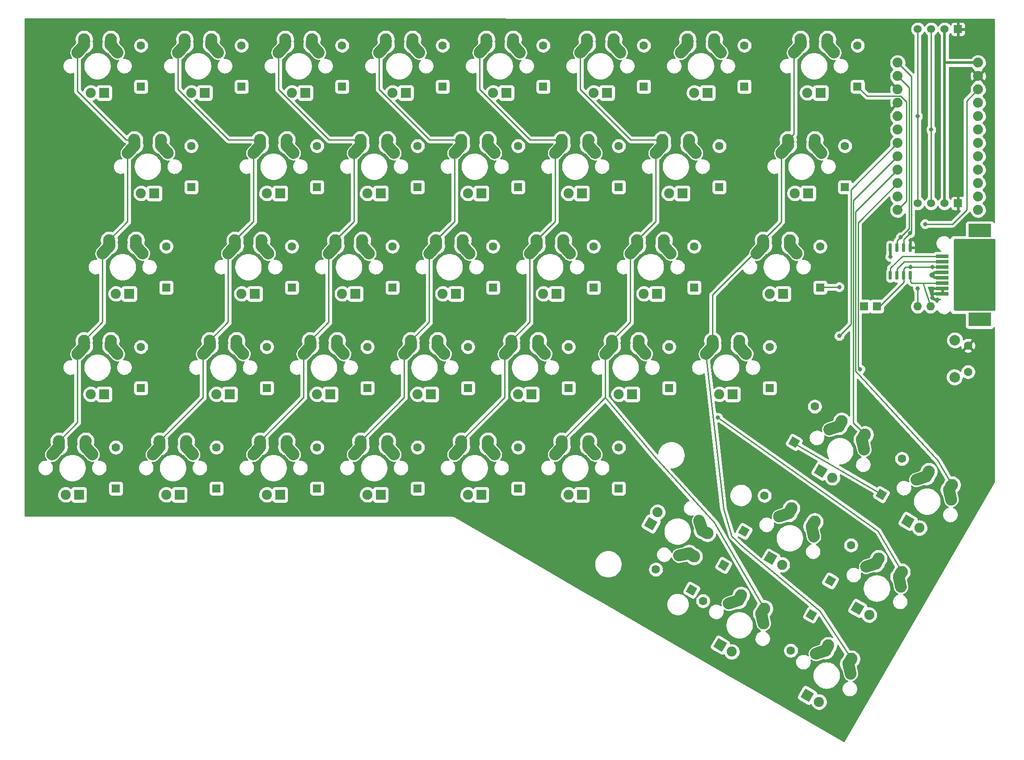
<source format=gbr>
G04 #@! TF.GenerationSoftware,KiCad,Pcbnew,(5.99.0-2039-g05a89863c)*
G04 #@! TF.CreationDate,2020-06-27T09:00:49+08:00*
G04 #@! TF.ProjectId,Keyboard-layout,4b657962-6f61-4726-942d-6c61796f7574,rev?*
G04 #@! TF.SameCoordinates,Original*
G04 #@! TF.FileFunction,Copper,L2,Bot*
G04 #@! TF.FilePolarity,Positive*
%FSLAX46Y46*%
G04 Gerber Fmt 4.6, Leading zero omitted, Abs format (unit mm)*
G04 Created by KiCad (PCBNEW (5.99.0-2039-g05a89863c)) date 2020-06-27 09:00:49*
%MOMM*%
%LPD*%
G01*
G04 APERTURE LIST*
G04 #@! TA.AperFunction,ComponentPad*
%ADD10C,2.250000*%
G04 #@! TD*
G04 #@! TA.AperFunction,ComponentPad*
%ADD11R,1.905000X1.905000*%
G04 #@! TD*
G04 #@! TA.AperFunction,ComponentPad*
%ADD12C,1.905000*%
G04 #@! TD*
G04 #@! TA.AperFunction,ComponentPad*
%ADD13C,1.600000*%
G04 #@! TD*
G04 #@! TA.AperFunction,ComponentPad*
%ADD14R,1.600000X1.600000*%
G04 #@! TD*
G04 #@! TA.AperFunction,ComponentPad*
%ADD15C,1.524000*%
G04 #@! TD*
G04 #@! TA.AperFunction,ComponentPad*
%ADD16R,1.524000X1.524000*%
G04 #@! TD*
G04 #@! TA.AperFunction,ComponentPad*
%ADD17O,1.600000X1.600000*%
G04 #@! TD*
G04 #@! TA.AperFunction,ComponentPad*
%ADD18C,1.879600*%
G04 #@! TD*
G04 #@! TA.AperFunction,ComponentPad*
%ADD19C,2.000000*%
G04 #@! TD*
G04 #@! TA.AperFunction,SMDPad,CuDef*
%ADD20R,2.400000X0.700000*%
G04 #@! TD*
G04 #@! TA.AperFunction,ViaPad*
%ADD21C,0.800000*%
G04 #@! TD*
G04 #@! TA.AperFunction,ViaPad*
%ADD22C,1.000000*%
G04 #@! TD*
G04 #@! TA.AperFunction,Conductor*
%ADD23C,0.250000*%
G04 #@! TD*
G04 #@! TA.AperFunction,Conductor*
%ADD24C,0.500000*%
G04 #@! TD*
G04 #@! TA.AperFunction,Conductor*
%ADD25C,0.254000*%
G04 #@! TD*
G04 APERTURE END LIST*
D10*
X121602500Y-61595000D03*
D11*
X120332500Y-71755000D03*
D10*
X116522500Y-61595000D03*
X121562500Y-62675000D03*
G04 #@! TA.AperFunction,ComponentPad*
G36*
G01*
X121484024Y-63297260D02*
X121484024Y-63297260D01*
G75*
G02*
X120440240Y-62096524I78476J1122260D01*
G01*
X120480794Y-61516562D01*
G75*
G02*
X121681530Y-60472778I1122260J-78476D01*
G01*
X121681530Y-60472778D01*
G75*
G02*
X122725314Y-61673514I-78476J-1122260D01*
G01*
X122684760Y-62253476D01*
G75*
G02*
X121484024Y-63297260I-1122260J78476D01*
G01*
G37*
G04 #@! TD.AperFunction*
G04 #@! TA.AperFunction,ComponentPad*
G36*
G01*
X116443470Y-60472778D02*
X116443470Y-60472778D01*
G75*
G02*
X117644206Y-61516562I78476J-1122260D01*
G01*
X117684760Y-62096524D01*
G75*
G02*
X116640976Y-63297260I-1122260J-78476D01*
G01*
X116640976Y-63297260D01*
G75*
G02*
X115440240Y-62253476I-78476J1122260D01*
G01*
X115399686Y-61673514D01*
G75*
G02*
X116443470Y-60472778I1122260J78476D01*
G01*
G37*
G04 #@! TD.AperFunction*
D12*
X117792500Y-71755000D03*
G04 #@! TA.AperFunction,ComponentPad*
G36*
G01*
X114499728Y-64971038D02*
X114499728Y-64971038D01*
G75*
G02*
X114416462Y-63382228I752772J836038D01*
G01*
X115729000Y-61924508D01*
G75*
G02*
X117317810Y-61841242I836038J-752772D01*
G01*
X117317810Y-61841242D01*
G75*
G02*
X117401076Y-63430052I-752772J-836038D01*
G01*
X116088538Y-64887772D01*
G75*
G02*
X114499728Y-64971038I-836038J752772D01*
G01*
G37*
G04 #@! TD.AperFunction*
G04 #@! TA.AperFunction,ComponentPad*
G36*
G01*
X120807190Y-61841242D02*
X120807190Y-61841242D01*
G75*
G02*
X122396000Y-61924508I752772J-836038D01*
G01*
X123708538Y-63382228D01*
G75*
G02*
X123625272Y-64971038I-836038J-752772D01*
G01*
X123625272Y-64971038D01*
G75*
G02*
X122036462Y-64887772I-752772J836038D01*
G01*
X120723924Y-63430052D01*
G75*
G02*
X120807190Y-61841242I836038J752772D01*
G01*
G37*
G04 #@! TD.AperFunction*
D10*
X116562500Y-62675000D03*
D13*
X139116501Y-124034000D03*
G04 #@! TA.AperFunction,ComponentPad*
G36*
X146964319Y-127641180D02*
G01*
X146164319Y-129026820D01*
X144778679Y-128226820D01*
X145578679Y-126841180D01*
X146964319Y-127641180D01*
G37*
G04 #@! TD.AperFunction*
X174937500Y-43725000D03*
D14*
X174937500Y-51525000D03*
D13*
X177318750Y-24675000D03*
D14*
X177318750Y-32475000D03*
D13*
X36825000Y-100875000D03*
D14*
X36825000Y-108675000D03*
D13*
X127312500Y-62775000D03*
D14*
X127312500Y-70575000D03*
G04 #@! TA.AperFunction,ComponentPad*
G36*
G01*
X171490274Y-25197260D02*
X171490274Y-25197260D01*
G75*
G02*
X170446490Y-23996524I78476J1122260D01*
G01*
X170487044Y-23416562D01*
G75*
G02*
X171687780Y-22372778I1122260J-78476D01*
G01*
X171687780Y-22372778D01*
G75*
G02*
X172731564Y-23573514I-78476J-1122260D01*
G01*
X172691010Y-24153476D01*
G75*
G02*
X171490274Y-25197260I-1122260J78476D01*
G01*
G37*
G04 #@! TD.AperFunction*
G04 #@! TA.AperFunction,ComponentPad*
G36*
G01*
X166449720Y-22372778D02*
X166449720Y-22372778D01*
G75*
G02*
X167650456Y-23416562I78476J-1122260D01*
G01*
X167691010Y-23996524D01*
G75*
G02*
X166647226Y-25197260I-1122260J-78476D01*
G01*
X166647226Y-25197260D01*
G75*
G02*
X165446490Y-24153476I-78476J1122260D01*
G01*
X165405936Y-23573514D01*
G75*
G02*
X166449720Y-22372778I1122260J78476D01*
G01*
G37*
G04 #@! TD.AperFunction*
D10*
X171608750Y-23495000D03*
X166568750Y-24575000D03*
D12*
X167798750Y-33655000D03*
D10*
X171568750Y-24575000D03*
G04 #@! TA.AperFunction,ComponentPad*
G36*
G01*
X164505978Y-26871038D02*
X164505978Y-26871038D01*
G75*
G02*
X164422712Y-25282228I752772J836038D01*
G01*
X165735250Y-23824508D01*
G75*
G02*
X167324060Y-23741242I836038J-752772D01*
G01*
X167324060Y-23741242D01*
G75*
G02*
X167407326Y-25330052I-752772J-836038D01*
G01*
X166094788Y-26787772D01*
G75*
G02*
X164505978Y-26871038I-836038J752772D01*
G01*
G37*
G04 #@! TD.AperFunction*
X166528750Y-23495000D03*
G04 #@! TA.AperFunction,ComponentPad*
G36*
G01*
X170813440Y-23741242D02*
X170813440Y-23741242D01*
G75*
G02*
X172402250Y-23824508I752772J-836038D01*
G01*
X173714788Y-25282228D01*
G75*
G02*
X173631522Y-26871038I-836038J-752772D01*
G01*
X173631522Y-26871038D01*
G75*
G02*
X172042712Y-26787772I-752772J836038D01*
G01*
X170730174Y-25330052D01*
G75*
G02*
X170813440Y-23741242I836038J752772D01*
G01*
G37*
G04 #@! TD.AperFunction*
D11*
X170338750Y-33655000D03*
D10*
X35877500Y-23495000D03*
D11*
X34607500Y-33655000D03*
D10*
X30797500Y-23495000D03*
X35837500Y-24575000D03*
G04 #@! TA.AperFunction,ComponentPad*
G36*
G01*
X35759024Y-25197260D02*
X35759024Y-25197260D01*
G75*
G02*
X34715240Y-23996524I78476J1122260D01*
G01*
X34755794Y-23416562D01*
G75*
G02*
X35956530Y-22372778I1122260J-78476D01*
G01*
X35956530Y-22372778D01*
G75*
G02*
X37000314Y-23573514I-78476J-1122260D01*
G01*
X36959760Y-24153476D01*
G75*
G02*
X35759024Y-25197260I-1122260J78476D01*
G01*
G37*
G04 #@! TD.AperFunction*
G04 #@! TA.AperFunction,ComponentPad*
G36*
G01*
X30718470Y-22372778D02*
X30718470Y-22372778D01*
G75*
G02*
X31919206Y-23416562I78476J-1122260D01*
G01*
X31959760Y-23996524D01*
G75*
G02*
X30915976Y-25197260I-1122260J-78476D01*
G01*
X30915976Y-25197260D01*
G75*
G02*
X29715240Y-24153476I-78476J1122260D01*
G01*
X29674686Y-23573514D01*
G75*
G02*
X30718470Y-22372778I1122260J78476D01*
G01*
G37*
G04 #@! TD.AperFunction*
D12*
X32067500Y-33655000D03*
G04 #@! TA.AperFunction,ComponentPad*
G36*
G01*
X28774728Y-26871038D02*
X28774728Y-26871038D01*
G75*
G02*
X28691462Y-25282228I752772J836038D01*
G01*
X30004000Y-23824508D01*
G75*
G02*
X31592810Y-23741242I836038J-752772D01*
G01*
X31592810Y-23741242D01*
G75*
G02*
X31676076Y-25330052I-752772J-836038D01*
G01*
X30363538Y-26787772D01*
G75*
G02*
X28774728Y-26871038I-836038J752772D01*
G01*
G37*
G04 #@! TD.AperFunction*
G04 #@! TA.AperFunction,ComponentPad*
G36*
G01*
X35082190Y-23741242D02*
X35082190Y-23741242D01*
G75*
G02*
X36671000Y-23824508I752772J-836038D01*
G01*
X37983538Y-25282228D01*
G75*
G02*
X37900272Y-26871038I-836038J-752772D01*
G01*
X37900272Y-26871038D01*
G75*
G02*
X36311462Y-26787772I-752772J836038D01*
G01*
X34998924Y-25330052D01*
G75*
G02*
X35082190Y-23741242I836038J752772D01*
G01*
G37*
G04 #@! TD.AperFunction*
D10*
X30837500Y-24575000D03*
X150177500Y-23495000D03*
D11*
X148907500Y-33655000D03*
D10*
X145097500Y-23495000D03*
X150137500Y-24575000D03*
G04 #@! TA.AperFunction,ComponentPad*
G36*
G01*
X150059024Y-25197260D02*
X150059024Y-25197260D01*
G75*
G02*
X149015240Y-23996524I78476J1122260D01*
G01*
X149055794Y-23416562D01*
G75*
G02*
X150256530Y-22372778I1122260J-78476D01*
G01*
X150256530Y-22372778D01*
G75*
G02*
X151300314Y-23573514I-78476J-1122260D01*
G01*
X151259760Y-24153476D01*
G75*
G02*
X150059024Y-25197260I-1122260J78476D01*
G01*
G37*
G04 #@! TD.AperFunction*
G04 #@! TA.AperFunction,ComponentPad*
G36*
G01*
X145018470Y-22372778D02*
X145018470Y-22372778D01*
G75*
G02*
X146219206Y-23416562I78476J-1122260D01*
G01*
X146259760Y-23996524D01*
G75*
G02*
X145215976Y-25197260I-1122260J-78476D01*
G01*
X145215976Y-25197260D01*
G75*
G02*
X144015240Y-24153476I-78476J1122260D01*
G01*
X143974686Y-23573514D01*
G75*
G02*
X145018470Y-22372778I1122260J78476D01*
G01*
G37*
G04 #@! TD.AperFunction*
D12*
X146367500Y-33655000D03*
G04 #@! TA.AperFunction,ComponentPad*
G36*
G01*
X143074728Y-26871038D02*
X143074728Y-26871038D01*
G75*
G02*
X142991462Y-25282228I752772J836038D01*
G01*
X144304000Y-23824508D01*
G75*
G02*
X145892810Y-23741242I836038J-752772D01*
G01*
X145892810Y-23741242D01*
G75*
G02*
X145976076Y-25330052I-752772J-836038D01*
G01*
X144663538Y-26787772D01*
G75*
G02*
X143074728Y-26871038I-836038J752772D01*
G01*
G37*
G04 #@! TD.AperFunction*
G04 #@! TA.AperFunction,ComponentPad*
G36*
G01*
X149382190Y-23741242D02*
X149382190Y-23741242D01*
G75*
G02*
X150971000Y-23824508I752772J-836038D01*
G01*
X152283538Y-25282228D01*
G75*
G02*
X152200272Y-26871038I-836038J-752772D01*
G01*
X152200272Y-26871038D01*
G75*
G02*
X150611462Y-26787772I-752772J836038D01*
G01*
X149298924Y-25330052D01*
G75*
G02*
X149382190Y-23741242I836038J752772D01*
G01*
G37*
G04 #@! TD.AperFunction*
D10*
X145137500Y-24575000D03*
X131127500Y-23495000D03*
D11*
X129857500Y-33655000D03*
D10*
X126047500Y-23495000D03*
X131087500Y-24575000D03*
G04 #@! TA.AperFunction,ComponentPad*
G36*
G01*
X131009024Y-25197260D02*
X131009024Y-25197260D01*
G75*
G02*
X129965240Y-23996524I78476J1122260D01*
G01*
X130005794Y-23416562D01*
G75*
G02*
X131206530Y-22372778I1122260J-78476D01*
G01*
X131206530Y-22372778D01*
G75*
G02*
X132250314Y-23573514I-78476J-1122260D01*
G01*
X132209760Y-24153476D01*
G75*
G02*
X131009024Y-25197260I-1122260J78476D01*
G01*
G37*
G04 #@! TD.AperFunction*
G04 #@! TA.AperFunction,ComponentPad*
G36*
G01*
X125968470Y-22372778D02*
X125968470Y-22372778D01*
G75*
G02*
X127169206Y-23416562I78476J-1122260D01*
G01*
X127209760Y-23996524D01*
G75*
G02*
X126165976Y-25197260I-1122260J-78476D01*
G01*
X126165976Y-25197260D01*
G75*
G02*
X124965240Y-24153476I-78476J1122260D01*
G01*
X124924686Y-23573514D01*
G75*
G02*
X125968470Y-22372778I1122260J78476D01*
G01*
G37*
G04 #@! TD.AperFunction*
D12*
X127317500Y-33655000D03*
G04 #@! TA.AperFunction,ComponentPad*
G36*
G01*
X124024728Y-26871038D02*
X124024728Y-26871038D01*
G75*
G02*
X123941462Y-25282228I752772J836038D01*
G01*
X125254000Y-23824508D01*
G75*
G02*
X126842810Y-23741242I836038J-752772D01*
G01*
X126842810Y-23741242D01*
G75*
G02*
X126926076Y-25330052I-752772J-836038D01*
G01*
X125613538Y-26787772D01*
G75*
G02*
X124024728Y-26871038I-836038J752772D01*
G01*
G37*
G04 #@! TD.AperFunction*
G04 #@! TA.AperFunction,ComponentPad*
G36*
G01*
X130332190Y-23741242D02*
X130332190Y-23741242D01*
G75*
G02*
X131921000Y-23824508I752772J-836038D01*
G01*
X133233538Y-25282228D01*
G75*
G02*
X133150272Y-26871038I-836038J-752772D01*
G01*
X133150272Y-26871038D01*
G75*
G02*
X131561462Y-26787772I-752772J836038D01*
G01*
X130248924Y-25330052D01*
G75*
G02*
X130332190Y-23741242I836038J752772D01*
G01*
G37*
G04 #@! TD.AperFunction*
D10*
X126087500Y-24575000D03*
X112077500Y-23495000D03*
D11*
X110807500Y-33655000D03*
D10*
X106997500Y-23495000D03*
X112037500Y-24575000D03*
G04 #@! TA.AperFunction,ComponentPad*
G36*
G01*
X111959024Y-25197260D02*
X111959024Y-25197260D01*
G75*
G02*
X110915240Y-23996524I78476J1122260D01*
G01*
X110955794Y-23416562D01*
G75*
G02*
X112156530Y-22372778I1122260J-78476D01*
G01*
X112156530Y-22372778D01*
G75*
G02*
X113200314Y-23573514I-78476J-1122260D01*
G01*
X113159760Y-24153476D01*
G75*
G02*
X111959024Y-25197260I-1122260J78476D01*
G01*
G37*
G04 #@! TD.AperFunction*
G04 #@! TA.AperFunction,ComponentPad*
G36*
G01*
X106918470Y-22372778D02*
X106918470Y-22372778D01*
G75*
G02*
X108119206Y-23416562I78476J-1122260D01*
G01*
X108159760Y-23996524D01*
G75*
G02*
X107115976Y-25197260I-1122260J-78476D01*
G01*
X107115976Y-25197260D01*
G75*
G02*
X105915240Y-24153476I-78476J1122260D01*
G01*
X105874686Y-23573514D01*
G75*
G02*
X106918470Y-22372778I1122260J78476D01*
G01*
G37*
G04 #@! TD.AperFunction*
D12*
X108267500Y-33655000D03*
G04 #@! TA.AperFunction,ComponentPad*
G36*
G01*
X104974728Y-26871038D02*
X104974728Y-26871038D01*
G75*
G02*
X104891462Y-25282228I752772J836038D01*
G01*
X106204000Y-23824508D01*
G75*
G02*
X107792810Y-23741242I836038J-752772D01*
G01*
X107792810Y-23741242D01*
G75*
G02*
X107876076Y-25330052I-752772J-836038D01*
G01*
X106563538Y-26787772D01*
G75*
G02*
X104974728Y-26871038I-836038J752772D01*
G01*
G37*
G04 #@! TD.AperFunction*
G04 #@! TA.AperFunction,ComponentPad*
G36*
G01*
X111282190Y-23741242D02*
X111282190Y-23741242D01*
G75*
G02*
X112871000Y-23824508I752772J-836038D01*
G01*
X114183538Y-25282228D01*
G75*
G02*
X114100272Y-26871038I-836038J-752772D01*
G01*
X114100272Y-26871038D01*
G75*
G02*
X112511462Y-26787772I-752772J836038D01*
G01*
X111198924Y-25330052D01*
G75*
G02*
X111282190Y-23741242I836038J752772D01*
G01*
G37*
G04 #@! TD.AperFunction*
D10*
X107037500Y-24575000D03*
X93027500Y-23495000D03*
D11*
X91757500Y-33655000D03*
D10*
X87947500Y-23495000D03*
X92987500Y-24575000D03*
G04 #@! TA.AperFunction,ComponentPad*
G36*
G01*
X92909024Y-25197260D02*
X92909024Y-25197260D01*
G75*
G02*
X91865240Y-23996524I78476J1122260D01*
G01*
X91905794Y-23416562D01*
G75*
G02*
X93106530Y-22372778I1122260J-78476D01*
G01*
X93106530Y-22372778D01*
G75*
G02*
X94150314Y-23573514I-78476J-1122260D01*
G01*
X94109760Y-24153476D01*
G75*
G02*
X92909024Y-25197260I-1122260J78476D01*
G01*
G37*
G04 #@! TD.AperFunction*
G04 #@! TA.AperFunction,ComponentPad*
G36*
G01*
X87868470Y-22372778D02*
X87868470Y-22372778D01*
G75*
G02*
X89069206Y-23416562I78476J-1122260D01*
G01*
X89109760Y-23996524D01*
G75*
G02*
X88065976Y-25197260I-1122260J-78476D01*
G01*
X88065976Y-25197260D01*
G75*
G02*
X86865240Y-24153476I-78476J1122260D01*
G01*
X86824686Y-23573514D01*
G75*
G02*
X87868470Y-22372778I1122260J78476D01*
G01*
G37*
G04 #@! TD.AperFunction*
D12*
X89217500Y-33655000D03*
G04 #@! TA.AperFunction,ComponentPad*
G36*
G01*
X85924728Y-26871038D02*
X85924728Y-26871038D01*
G75*
G02*
X85841462Y-25282228I752772J836038D01*
G01*
X87154000Y-23824508D01*
G75*
G02*
X88742810Y-23741242I836038J-752772D01*
G01*
X88742810Y-23741242D01*
G75*
G02*
X88826076Y-25330052I-752772J-836038D01*
G01*
X87513538Y-26787772D01*
G75*
G02*
X85924728Y-26871038I-836038J752772D01*
G01*
G37*
G04 #@! TD.AperFunction*
G04 #@! TA.AperFunction,ComponentPad*
G36*
G01*
X92232190Y-23741242D02*
X92232190Y-23741242D01*
G75*
G02*
X93821000Y-23824508I752772J-836038D01*
G01*
X95133538Y-25282228D01*
G75*
G02*
X95050272Y-26871038I-836038J-752772D01*
G01*
X95050272Y-26871038D01*
G75*
G02*
X93461462Y-26787772I-752772J836038D01*
G01*
X92148924Y-25330052D01*
G75*
G02*
X92232190Y-23741242I836038J752772D01*
G01*
G37*
G04 #@! TD.AperFunction*
D10*
X87987500Y-24575000D03*
X73977500Y-23495000D03*
D11*
X72707500Y-33655000D03*
D10*
X68897500Y-23495000D03*
X73937500Y-24575000D03*
G04 #@! TA.AperFunction,ComponentPad*
G36*
G01*
X73859024Y-25197260D02*
X73859024Y-25197260D01*
G75*
G02*
X72815240Y-23996524I78476J1122260D01*
G01*
X72855794Y-23416562D01*
G75*
G02*
X74056530Y-22372778I1122260J-78476D01*
G01*
X74056530Y-22372778D01*
G75*
G02*
X75100314Y-23573514I-78476J-1122260D01*
G01*
X75059760Y-24153476D01*
G75*
G02*
X73859024Y-25197260I-1122260J78476D01*
G01*
G37*
G04 #@! TD.AperFunction*
G04 #@! TA.AperFunction,ComponentPad*
G36*
G01*
X68818470Y-22372778D02*
X68818470Y-22372778D01*
G75*
G02*
X70019206Y-23416562I78476J-1122260D01*
G01*
X70059760Y-23996524D01*
G75*
G02*
X69015976Y-25197260I-1122260J-78476D01*
G01*
X69015976Y-25197260D01*
G75*
G02*
X67815240Y-24153476I-78476J1122260D01*
G01*
X67774686Y-23573514D01*
G75*
G02*
X68818470Y-22372778I1122260J78476D01*
G01*
G37*
G04 #@! TD.AperFunction*
D12*
X70167500Y-33655000D03*
G04 #@! TA.AperFunction,ComponentPad*
G36*
G01*
X66874728Y-26871038D02*
X66874728Y-26871038D01*
G75*
G02*
X66791462Y-25282228I752772J836038D01*
G01*
X68104000Y-23824508D01*
G75*
G02*
X69692810Y-23741242I836038J-752772D01*
G01*
X69692810Y-23741242D01*
G75*
G02*
X69776076Y-25330052I-752772J-836038D01*
G01*
X68463538Y-26787772D01*
G75*
G02*
X66874728Y-26871038I-836038J752772D01*
G01*
G37*
G04 #@! TD.AperFunction*
G04 #@! TA.AperFunction,ComponentPad*
G36*
G01*
X73182190Y-23741242D02*
X73182190Y-23741242D01*
G75*
G02*
X74771000Y-23824508I752772J-836038D01*
G01*
X76083538Y-25282228D01*
G75*
G02*
X76000272Y-26871038I-836038J-752772D01*
G01*
X76000272Y-26871038D01*
G75*
G02*
X74411462Y-26787772I-752772J836038D01*
G01*
X73098924Y-25330052D01*
G75*
G02*
X73182190Y-23741242I836038J752772D01*
G01*
G37*
G04 #@! TD.AperFunction*
D10*
X68937500Y-24575000D03*
X54927500Y-23495000D03*
D11*
X53657500Y-33655000D03*
D10*
X49847500Y-23495000D03*
X54887500Y-24575000D03*
G04 #@! TA.AperFunction,ComponentPad*
G36*
G01*
X54809024Y-25197260D02*
X54809024Y-25197260D01*
G75*
G02*
X53765240Y-23996524I78476J1122260D01*
G01*
X53805794Y-23416562D01*
G75*
G02*
X55006530Y-22372778I1122260J-78476D01*
G01*
X55006530Y-22372778D01*
G75*
G02*
X56050314Y-23573514I-78476J-1122260D01*
G01*
X56009760Y-24153476D01*
G75*
G02*
X54809024Y-25197260I-1122260J78476D01*
G01*
G37*
G04 #@! TD.AperFunction*
G04 #@! TA.AperFunction,ComponentPad*
G36*
G01*
X49768470Y-22372778D02*
X49768470Y-22372778D01*
G75*
G02*
X50969206Y-23416562I78476J-1122260D01*
G01*
X51009760Y-23996524D01*
G75*
G02*
X49965976Y-25197260I-1122260J-78476D01*
G01*
X49965976Y-25197260D01*
G75*
G02*
X48765240Y-24153476I-78476J1122260D01*
G01*
X48724686Y-23573514D01*
G75*
G02*
X49768470Y-22372778I1122260J78476D01*
G01*
G37*
G04 #@! TD.AperFunction*
D12*
X51117500Y-33655000D03*
G04 #@! TA.AperFunction,ComponentPad*
G36*
G01*
X47824728Y-26871038D02*
X47824728Y-26871038D01*
G75*
G02*
X47741462Y-25282228I752772J836038D01*
G01*
X49054000Y-23824508D01*
G75*
G02*
X50642810Y-23741242I836038J-752772D01*
G01*
X50642810Y-23741242D01*
G75*
G02*
X50726076Y-25330052I-752772J-836038D01*
G01*
X49413538Y-26787772D01*
G75*
G02*
X47824728Y-26871038I-836038J752772D01*
G01*
G37*
G04 #@! TD.AperFunction*
G04 #@! TA.AperFunction,ComponentPad*
G36*
G01*
X54132190Y-23741242D02*
X54132190Y-23741242D01*
G75*
G02*
X55721000Y-23824508I752772J-836038D01*
G01*
X57033538Y-25282228D01*
G75*
G02*
X56950272Y-26871038I-836038J-752772D01*
G01*
X56950272Y-26871038D01*
G75*
G02*
X55361462Y-26787772I-752772J836038D01*
G01*
X54048924Y-25330052D01*
G75*
G02*
X54132190Y-23741242I836038J752772D01*
G01*
G37*
G04 #@! TD.AperFunction*
D10*
X49887500Y-24575000D03*
D13*
X41587500Y-24675000D03*
D14*
X41587500Y-32475000D03*
D13*
X60637500Y-24675000D03*
D14*
X60637500Y-32475000D03*
G04 #@! TA.AperFunction,ComponentPad*
G36*
G01*
X45284024Y-44247260D02*
X45284024Y-44247260D01*
G75*
G02*
X44240240Y-43046524I78476J1122260D01*
G01*
X44280794Y-42466562D01*
G75*
G02*
X45481530Y-41422778I1122260J-78476D01*
G01*
X45481530Y-41422778D01*
G75*
G02*
X46525314Y-42623514I-78476J-1122260D01*
G01*
X46484760Y-43203476D01*
G75*
G02*
X45284024Y-44247260I-1122260J78476D01*
G01*
G37*
G04 #@! TD.AperFunction*
G04 #@! TA.AperFunction,ComponentPad*
G36*
G01*
X40243470Y-41422778D02*
X40243470Y-41422778D01*
G75*
G02*
X41444206Y-42466562I78476J-1122260D01*
G01*
X41484760Y-43046524D01*
G75*
G02*
X40440976Y-44247260I-1122260J-78476D01*
G01*
X40440976Y-44247260D01*
G75*
G02*
X39240240Y-43203476I-78476J1122260D01*
G01*
X39199686Y-42623514D01*
G75*
G02*
X40243470Y-41422778I1122260J78476D01*
G01*
G37*
G04 #@! TD.AperFunction*
D10*
X45402500Y-42545000D03*
X40362500Y-43625000D03*
D12*
X41592500Y-52705000D03*
D10*
X45362500Y-43625000D03*
G04 #@! TA.AperFunction,ComponentPad*
G36*
G01*
X38299728Y-45921038D02*
X38299728Y-45921038D01*
G75*
G02*
X38216462Y-44332228I752772J836038D01*
G01*
X39529000Y-42874508D01*
G75*
G02*
X41117810Y-42791242I836038J-752772D01*
G01*
X41117810Y-42791242D01*
G75*
G02*
X41201076Y-44380052I-752772J-836038D01*
G01*
X39888538Y-45837772D01*
G75*
G02*
X38299728Y-45921038I-836038J752772D01*
G01*
G37*
G04 #@! TD.AperFunction*
X40322500Y-42545000D03*
G04 #@! TA.AperFunction,ComponentPad*
G36*
G01*
X44607190Y-42791242D02*
X44607190Y-42791242D01*
G75*
G02*
X46196000Y-42874508I752772J-836038D01*
G01*
X47508538Y-44332228D01*
G75*
G02*
X47425272Y-45921038I-836038J-752772D01*
G01*
X47425272Y-45921038D01*
G75*
G02*
X45836462Y-45837772I-752772J836038D01*
G01*
X44523924Y-44380052D01*
G75*
G02*
X44607190Y-42791242I836038J752772D01*
G01*
G37*
G04 #@! TD.AperFunction*
D11*
X44132500Y-52705000D03*
G04 #@! TA.AperFunction,ComponentPad*
G36*
G01*
X35759024Y-82347260D02*
X35759024Y-82347260D01*
G75*
G02*
X34715240Y-81146524I78476J1122260D01*
G01*
X34755794Y-80566562D01*
G75*
G02*
X35956530Y-79522778I1122260J-78476D01*
G01*
X35956530Y-79522778D01*
G75*
G02*
X37000314Y-80723514I-78476J-1122260D01*
G01*
X36959760Y-81303476D01*
G75*
G02*
X35759024Y-82347260I-1122260J78476D01*
G01*
G37*
G04 #@! TD.AperFunction*
G04 #@! TA.AperFunction,ComponentPad*
G36*
G01*
X30718470Y-79522778D02*
X30718470Y-79522778D01*
G75*
G02*
X31919206Y-80566562I78476J-1122260D01*
G01*
X31959760Y-81146524D01*
G75*
G02*
X30915976Y-82347260I-1122260J-78476D01*
G01*
X30915976Y-82347260D01*
G75*
G02*
X29715240Y-81303476I-78476J1122260D01*
G01*
X29674686Y-80723514D01*
G75*
G02*
X30718470Y-79522778I1122260J78476D01*
G01*
G37*
G04 #@! TD.AperFunction*
D10*
X35877500Y-80645000D03*
X30837500Y-81725000D03*
D12*
X32067500Y-90805000D03*
D10*
X35837500Y-81725000D03*
G04 #@! TA.AperFunction,ComponentPad*
G36*
G01*
X28774728Y-84021038D02*
X28774728Y-84021038D01*
G75*
G02*
X28691462Y-82432228I752772J836038D01*
G01*
X30004000Y-80974508D01*
G75*
G02*
X31592810Y-80891242I836038J-752772D01*
G01*
X31592810Y-80891242D01*
G75*
G02*
X31676076Y-82480052I-752772J-836038D01*
G01*
X30363538Y-83937772D01*
G75*
G02*
X28774728Y-84021038I-836038J752772D01*
G01*
G37*
G04 #@! TD.AperFunction*
X30797500Y-80645000D03*
G04 #@! TA.AperFunction,ComponentPad*
G36*
G01*
X35082190Y-80891242D02*
X35082190Y-80891242D01*
G75*
G02*
X36671000Y-80974508I752772J-836038D01*
G01*
X37983538Y-82432228D01*
G75*
G02*
X37900272Y-84021038I-836038J-752772D01*
G01*
X37900272Y-84021038D01*
G75*
G02*
X36311462Y-83937772I-752772J836038D01*
G01*
X34998924Y-82480052D01*
G75*
G02*
X35082190Y-80891242I836038J752772D01*
G01*
G37*
G04 #@! TD.AperFunction*
D11*
X34607500Y-90805000D03*
G04 #@! TA.AperFunction,ComponentPad*
G36*
G01*
X169109024Y-44247260D02*
X169109024Y-44247260D01*
G75*
G02*
X168065240Y-43046524I78476J1122260D01*
G01*
X168105794Y-42466562D01*
G75*
G02*
X169306530Y-41422778I1122260J-78476D01*
G01*
X169306530Y-41422778D01*
G75*
G02*
X170350314Y-42623514I-78476J-1122260D01*
G01*
X170309760Y-43203476D01*
G75*
G02*
X169109024Y-44247260I-1122260J78476D01*
G01*
G37*
G04 #@! TD.AperFunction*
G04 #@! TA.AperFunction,ComponentPad*
G36*
G01*
X164068470Y-41422778D02*
X164068470Y-41422778D01*
G75*
G02*
X165269206Y-42466562I78476J-1122260D01*
G01*
X165309760Y-43046524D01*
G75*
G02*
X164265976Y-44247260I-1122260J-78476D01*
G01*
X164265976Y-44247260D01*
G75*
G02*
X163065240Y-43203476I-78476J1122260D01*
G01*
X163024686Y-42623514D01*
G75*
G02*
X164068470Y-41422778I1122260J78476D01*
G01*
G37*
G04 #@! TD.AperFunction*
D10*
X169227500Y-42545000D03*
X164187500Y-43625000D03*
D12*
X165417500Y-52705000D03*
D10*
X169187500Y-43625000D03*
G04 #@! TA.AperFunction,ComponentPad*
G36*
G01*
X162124728Y-45921038D02*
X162124728Y-45921038D01*
G75*
G02*
X162041462Y-44332228I752772J836038D01*
G01*
X163354000Y-42874508D01*
G75*
G02*
X164942810Y-42791242I836038J-752772D01*
G01*
X164942810Y-42791242D01*
G75*
G02*
X165026076Y-44380052I-752772J-836038D01*
G01*
X163713538Y-45837772D01*
G75*
G02*
X162124728Y-45921038I-836038J752772D01*
G01*
G37*
G04 #@! TD.AperFunction*
X164147500Y-42545000D03*
G04 #@! TA.AperFunction,ComponentPad*
G36*
G01*
X168432190Y-42791242D02*
X168432190Y-42791242D01*
G75*
G02*
X170021000Y-42874508I752772J-836038D01*
G01*
X171333538Y-44332228D01*
G75*
G02*
X171250272Y-45921038I-836038J-752772D01*
G01*
X171250272Y-45921038D01*
G75*
G02*
X169661462Y-45837772I-752772J836038D01*
G01*
X168348924Y-44380052D01*
G75*
G02*
X168432190Y-42791242I836038J752772D01*
G01*
G37*
G04 #@! TD.AperFunction*
D11*
X167957500Y-52705000D03*
D10*
X31115000Y-99695000D03*
D11*
X29845000Y-109855000D03*
D10*
X26035000Y-99695000D03*
X31075000Y-100775000D03*
G04 #@! TA.AperFunction,ComponentPad*
G36*
G01*
X30996524Y-101397260D02*
X30996524Y-101397260D01*
G75*
G02*
X29952740Y-100196524I78476J1122260D01*
G01*
X29993294Y-99616562D01*
G75*
G02*
X31194030Y-98572778I1122260J-78476D01*
G01*
X31194030Y-98572778D01*
G75*
G02*
X32237814Y-99773514I-78476J-1122260D01*
G01*
X32197260Y-100353476D01*
G75*
G02*
X30996524Y-101397260I-1122260J78476D01*
G01*
G37*
G04 #@! TD.AperFunction*
G04 #@! TA.AperFunction,ComponentPad*
G36*
G01*
X25955970Y-98572778D02*
X25955970Y-98572778D01*
G75*
G02*
X27156706Y-99616562I78476J-1122260D01*
G01*
X27197260Y-100196524D01*
G75*
G02*
X26153476Y-101397260I-1122260J-78476D01*
G01*
X26153476Y-101397260D01*
G75*
G02*
X24952740Y-100353476I-78476J1122260D01*
G01*
X24912186Y-99773514D01*
G75*
G02*
X25955970Y-98572778I1122260J78476D01*
G01*
G37*
G04 #@! TD.AperFunction*
D12*
X27305000Y-109855000D03*
G04 #@! TA.AperFunction,ComponentPad*
G36*
G01*
X24012228Y-103071038D02*
X24012228Y-103071038D01*
G75*
G02*
X23928962Y-101482228I752772J836038D01*
G01*
X25241500Y-100024508D01*
G75*
G02*
X26830310Y-99941242I836038J-752772D01*
G01*
X26830310Y-99941242D01*
G75*
G02*
X26913576Y-101530052I-752772J-836038D01*
G01*
X25601038Y-102987772D01*
G75*
G02*
X24012228Y-103071038I-836038J752772D01*
G01*
G37*
G04 #@! TD.AperFunction*
G04 #@! TA.AperFunction,ComponentPad*
G36*
G01*
X30319690Y-99941242D02*
X30319690Y-99941242D01*
G75*
G02*
X31908500Y-100024508I752772J-836038D01*
G01*
X33221038Y-101482228D01*
G75*
G02*
X33137772Y-103071038I-836038J-752772D01*
G01*
X33137772Y-103071038D01*
G75*
G02*
X31548962Y-102987772I-752772J836038D01*
G01*
X30236424Y-101530052D01*
G75*
G02*
X30319690Y-99941242I836038J752772D01*
G01*
G37*
G04 #@! TD.AperFunction*
D10*
X26075000Y-100775000D03*
D15*
X188722000Y-21590000D03*
X191262000Y-21590000D03*
X193802000Y-21590000D03*
D16*
X196342000Y-21590000D03*
D17*
X191135000Y-74168000D03*
D14*
X180975000Y-74168000D03*
D17*
X188722000Y-74168000D03*
D14*
X178562000Y-74168000D03*
G04 #@! TA.AperFunction,SMDPad,CuDef*
G36*
G01*
X183365000Y-67459000D02*
X183665000Y-67459000D01*
G75*
G02*
X183815000Y-67609000I0J-150000D01*
G01*
X183815000Y-68959000D01*
G75*
G02*
X183665000Y-69109000I-150000J0D01*
G01*
X183365000Y-69109000D01*
G75*
G02*
X183215000Y-68959000I0J150000D01*
G01*
X183215000Y-67609000D01*
G75*
G02*
X183365000Y-67459000I150000J0D01*
G01*
G37*
G04 #@! TD.AperFunction*
G04 #@! TA.AperFunction,SMDPad,CuDef*
G36*
G01*
X184635000Y-67459000D02*
X184935000Y-67459000D01*
G75*
G02*
X185085000Y-67609000I0J-150000D01*
G01*
X185085000Y-68959000D01*
G75*
G02*
X184935000Y-69109000I-150000J0D01*
G01*
X184635000Y-69109000D01*
G75*
G02*
X184485000Y-68959000I0J150000D01*
G01*
X184485000Y-67609000D01*
G75*
G02*
X184635000Y-67459000I150000J0D01*
G01*
G37*
G04 #@! TD.AperFunction*
G04 #@! TA.AperFunction,SMDPad,CuDef*
G36*
G01*
X185905000Y-67459000D02*
X186205000Y-67459000D01*
G75*
G02*
X186355000Y-67609000I0J-150000D01*
G01*
X186355000Y-68959000D01*
G75*
G02*
X186205000Y-69109000I-150000J0D01*
G01*
X185905000Y-69109000D01*
G75*
G02*
X185755000Y-68959000I0J150000D01*
G01*
X185755000Y-67609000D01*
G75*
G02*
X185905000Y-67459000I150000J0D01*
G01*
G37*
G04 #@! TD.AperFunction*
G04 #@! TA.AperFunction,SMDPad,CuDef*
G36*
G01*
X187175000Y-67459000D02*
X187475000Y-67459000D01*
G75*
G02*
X187625000Y-67609000I0J-150000D01*
G01*
X187625000Y-68959000D01*
G75*
G02*
X187475000Y-69109000I-150000J0D01*
G01*
X187175000Y-69109000D01*
G75*
G02*
X187025000Y-68959000I0J150000D01*
G01*
X187025000Y-67609000D01*
G75*
G02*
X187175000Y-67459000I150000J0D01*
G01*
G37*
G04 #@! TD.AperFunction*
G04 #@! TA.AperFunction,SMDPad,CuDef*
G36*
G01*
X187175000Y-62209000D02*
X187475000Y-62209000D01*
G75*
G02*
X187625000Y-62359000I0J-150000D01*
G01*
X187625000Y-63709000D01*
G75*
G02*
X187475000Y-63859000I-150000J0D01*
G01*
X187175000Y-63859000D01*
G75*
G02*
X187025000Y-63709000I0J150000D01*
G01*
X187025000Y-62359000D01*
G75*
G02*
X187175000Y-62209000I150000J0D01*
G01*
G37*
G04 #@! TD.AperFunction*
G04 #@! TA.AperFunction,SMDPad,CuDef*
G36*
G01*
X185905000Y-62209000D02*
X186205000Y-62209000D01*
G75*
G02*
X186355000Y-62359000I0J-150000D01*
G01*
X186355000Y-63709000D01*
G75*
G02*
X186205000Y-63859000I-150000J0D01*
G01*
X185905000Y-63859000D01*
G75*
G02*
X185755000Y-63709000I0J150000D01*
G01*
X185755000Y-62359000D01*
G75*
G02*
X185905000Y-62209000I150000J0D01*
G01*
G37*
G04 #@! TD.AperFunction*
G04 #@! TA.AperFunction,SMDPad,CuDef*
G36*
G01*
X184635000Y-62209000D02*
X184935000Y-62209000D01*
G75*
G02*
X185085000Y-62359000I0J-150000D01*
G01*
X185085000Y-63709000D01*
G75*
G02*
X184935000Y-63859000I-150000J0D01*
G01*
X184635000Y-63859000D01*
G75*
G02*
X184485000Y-63709000I0J150000D01*
G01*
X184485000Y-62359000D01*
G75*
G02*
X184635000Y-62209000I150000J0D01*
G01*
G37*
G04 #@! TD.AperFunction*
G04 #@! TA.AperFunction,SMDPad,CuDef*
G36*
G01*
X183365000Y-62209000D02*
X183665000Y-62209000D01*
G75*
G02*
X183815000Y-62359000I0J-150000D01*
G01*
X183815000Y-63709000D01*
G75*
G02*
X183665000Y-63859000I-150000J0D01*
G01*
X183365000Y-63859000D01*
G75*
G02*
X183215000Y-63709000I0J150000D01*
G01*
X183215000Y-62359000D01*
G75*
G02*
X183365000Y-62209000I150000J0D01*
G01*
G37*
G04 #@! TD.AperFunction*
D18*
X200152000Y-27940000D03*
X200152000Y-30480000D03*
X200152000Y-33020000D03*
X200152000Y-35560000D03*
X200152000Y-38100000D03*
X200152000Y-40640000D03*
X200152000Y-43180000D03*
X200152000Y-45720000D03*
X200152000Y-48260000D03*
X200152000Y-50800000D03*
X200152000Y-53340000D03*
X200152000Y-55880000D03*
X184912000Y-55880000D03*
X184912000Y-53340000D03*
X184912000Y-50800000D03*
X184912000Y-48260000D03*
X184912000Y-45720000D03*
X184912000Y-43180000D03*
X184912000Y-40640000D03*
X184912000Y-38100000D03*
X184912000Y-35560000D03*
X184912000Y-33020000D03*
X184912000Y-30480000D03*
X184912000Y-27940000D03*
D15*
X188722000Y-54610000D03*
X191262000Y-54610000D03*
X193802000Y-54610000D03*
D16*
X196342000Y-54610000D03*
D19*
X195697000Y-87574000D03*
X195747000Y-80574000D03*
D13*
X198247000Y-86574000D03*
X198247000Y-81574000D03*
G04 #@! TA.AperFunction,WasherPad*
G36*
G01*
X203322000Y-74994000D02*
X195738000Y-74994000D01*
G75*
G02*
X195580000Y-74836000I0J158000D01*
G01*
X195580000Y-61562000D01*
G75*
G02*
X195738000Y-61404000I158000J0D01*
G01*
X203322000Y-61404000D01*
G75*
G02*
X203480000Y-61562000I0J-158000D01*
G01*
X203480000Y-74836000D01*
G75*
G02*
X203322000Y-74994000I-158000J0D01*
G01*
G37*
G04 #@! TD.AperFunction*
G04 #@! TA.AperFunction,ComponentPad*
G36*
G01*
X202579000Y-61049000D02*
X198381000Y-61049000D01*
G75*
G02*
X198330000Y-60998000I0J51000D01*
G01*
X198330000Y-58550000D01*
G75*
G02*
X198381000Y-58499000I51000J0D01*
G01*
X202579000Y-58499000D01*
G75*
G02*
X202630000Y-58550000I0J-51000D01*
G01*
X202630000Y-60998000D01*
G75*
G02*
X202579000Y-61049000I-51000J0D01*
G01*
G37*
G04 #@! TD.AperFunction*
G04 #@! TA.AperFunction,ComponentPad*
G36*
G01*
X202579000Y-77899000D02*
X198381000Y-77899000D01*
G75*
G02*
X198330000Y-77848000I0J51000D01*
G01*
X198330000Y-75400000D01*
G75*
G02*
X198381000Y-75349000I51000J0D01*
G01*
X202579000Y-75349000D01*
G75*
G02*
X202630000Y-75400000I0J-51000D01*
G01*
X202630000Y-77848000D01*
G75*
G02*
X202579000Y-77899000I-51000J0D01*
G01*
G37*
G04 #@! TD.AperFunction*
G04 #@! TA.AperFunction,ComponentPad*
G36*
G01*
X198381000Y-58499000D02*
X202579000Y-58499000D01*
G75*
G02*
X202630000Y-58550000I0J-51000D01*
G01*
X202630000Y-60998000D01*
G75*
G02*
X202579000Y-61049000I-51000J0D01*
G01*
X198381000Y-61049000D01*
G75*
G02*
X198330000Y-60998000I0J51000D01*
G01*
X198330000Y-58550000D01*
G75*
G02*
X198381000Y-58499000I51000J0D01*
G01*
G37*
G04 #@! TD.AperFunction*
G04 #@! TA.AperFunction,ComponentPad*
G36*
G01*
X198381000Y-75349000D02*
X202579000Y-75349000D01*
G75*
G02*
X202630000Y-75400000I0J-51000D01*
G01*
X202630000Y-77848000D01*
G75*
G02*
X202579000Y-77899000I-51000J0D01*
G01*
X198381000Y-77899000D01*
G75*
G02*
X198330000Y-77848000I0J51000D01*
G01*
X198330000Y-75400000D01*
G75*
G02*
X198381000Y-75349000I51000J0D01*
G01*
G37*
G04 #@! TD.AperFunction*
G04 #@! TA.AperFunction,WasherPad*
G36*
G01*
X195738000Y-61404000D02*
X203322000Y-61404000D01*
G75*
G02*
X203480000Y-61562000I0J-158000D01*
G01*
X203480000Y-74836000D01*
G75*
G02*
X203322000Y-74994000I-158000J0D01*
G01*
X195738000Y-74994000D01*
G75*
G02*
X195580000Y-74836000I0J158000D01*
G01*
X195580000Y-61562000D01*
G75*
G02*
X195738000Y-61404000I158000J0D01*
G01*
G37*
G04 #@! TD.AperFunction*
D20*
X193405000Y-71769000D03*
X193405000Y-70749000D03*
X193405000Y-69729000D03*
X193405000Y-68709000D03*
X193405000Y-67689000D03*
X193405000Y-66669000D03*
X193405000Y-65649000D03*
X193405000Y-64629000D03*
G04 #@! TA.AperFunction,ComponentPad*
G36*
G01*
X164397324Y-63297260D02*
X164397324Y-63297260D01*
G75*
G02*
X163353540Y-62096524I78476J1122260D01*
G01*
X163394094Y-61516562D01*
G75*
G02*
X164594830Y-60472778I1122260J-78476D01*
G01*
X164594830Y-60472778D01*
G75*
G02*
X165638614Y-61673514I-78476J-1122260D01*
G01*
X165598060Y-62253476D01*
G75*
G02*
X164397324Y-63297260I-1122260J78476D01*
G01*
G37*
G04 #@! TD.AperFunction*
G04 #@! TA.AperFunction,ComponentPad*
G36*
G01*
X159356770Y-60472778D02*
X159356770Y-60472778D01*
G75*
G02*
X160557506Y-61516562I78476J-1122260D01*
G01*
X160598060Y-62096524D01*
G75*
G02*
X159554276Y-63297260I-1122260J-78476D01*
G01*
X159554276Y-63297260D01*
G75*
G02*
X158353540Y-62253476I-78476J1122260D01*
G01*
X158312986Y-61673514D01*
G75*
G02*
X159356770Y-60472778I1122260J78476D01*
G01*
G37*
G04 #@! TD.AperFunction*
D10*
X164515800Y-61595000D03*
X159475800Y-62675000D03*
D12*
X160705800Y-71755000D03*
D10*
X164475800Y-62675000D03*
G04 #@! TA.AperFunction,ComponentPad*
G36*
G01*
X157413028Y-64971038D02*
X157413028Y-64971038D01*
G75*
G02*
X157329762Y-63382228I752772J836038D01*
G01*
X158642300Y-61924508D01*
G75*
G02*
X160231110Y-61841242I836038J-752772D01*
G01*
X160231110Y-61841242D01*
G75*
G02*
X160314376Y-63430052I-752772J-836038D01*
G01*
X159001838Y-64887772D01*
G75*
G02*
X157413028Y-64971038I-836038J752772D01*
G01*
G37*
G04 #@! TD.AperFunction*
X159435800Y-61595000D03*
G04 #@! TA.AperFunction,ComponentPad*
G36*
G01*
X163720490Y-61841242D02*
X163720490Y-61841242D01*
G75*
G02*
X165309300Y-61924508I752772J-836038D01*
G01*
X166621838Y-63382228D01*
G75*
G02*
X166538572Y-64971038I-836038J-752772D01*
G01*
X166538572Y-64971038D01*
G75*
G02*
X164949762Y-64887772I-752772J836038D01*
G01*
X163637224Y-63430052D01*
G75*
G02*
X163720490Y-61841242I836038J752772D01*
G01*
G37*
G04 #@! TD.AperFunction*
D11*
X163245800Y-71755000D03*
D10*
X181303079Y-121953375D03*
G04 #@! TA.AperFunction,ComponentPad*
G36*
X178624071Y-131038554D02*
G01*
X177671571Y-132688332D01*
X176021793Y-131735832D01*
X176974293Y-130086054D01*
X178624071Y-131038554D01*
G37*
G04 #@! TD.AperFunction*
X185702489Y-124493375D03*
X180797720Y-122908682D03*
G04 #@! TA.AperFunction,ComponentPad*
G36*
G01*
X180554552Y-123486813D02*
X180554552Y-123486813D01*
G75*
G02*
X180036577Y-121982502I493168J1011143D01*
G01*
X180291437Y-121459962D01*
G75*
G02*
X181795748Y-120941987I1011143J-493168D01*
G01*
X181795748Y-120941987D01*
G75*
G02*
X182313723Y-122446298I-493168J-1011143D01*
G01*
X182058863Y-122968838D01*
G75*
G02*
X180554552Y-123486813I-1011143J493168D01*
G01*
G37*
G04 #@! TD.AperFunction*
G04 #@! TA.AperFunction,ComponentPad*
G36*
G01*
X186332042Y-123561019D02*
X186332042Y-123561019D01*
G75*
G02*
X186635617Y-125122778I-629092J-932667D01*
G01*
X186310515Y-125604762D01*
G75*
G02*
X184748756Y-125908337I-932667J629092D01*
G01*
X184748756Y-125908337D01*
G75*
G02*
X184445181Y-124346578I629092J932667D01*
G01*
X184770283Y-123864594D01*
G75*
G02*
X186332042Y-123561019I932667J-629092D01*
G01*
G37*
G04 #@! TD.AperFunction*
D12*
X179522636Y-132657193D03*
G04 #@! TA.AperFunction,ComponentPad*
G36*
G01*
X185766242Y-128428495D02*
X185766242Y-128428495D01*
G75*
G02*
X184431925Y-127561980I-233901J1100416D01*
G01*
X184024095Y-125643288D01*
G75*
G02*
X184890610Y-124308971I1100416J233901D01*
G01*
X184890610Y-124308971D01*
G75*
G02*
X186224927Y-125175486I233901J-1100416D01*
G01*
X186632757Y-127094178D01*
G75*
G02*
X185766242Y-128428495I-1100416J-233901D01*
G01*
G37*
G04 #@! TD.AperFunction*
G04 #@! TA.AperFunction,ComponentPad*
G36*
G01*
X181868716Y-122564281D02*
X181868716Y-122564281D01*
G75*
G02*
X181146421Y-123981864I-1069939J-347644D01*
G01*
X179280871Y-124588018D01*
G75*
G02*
X177863288Y-123865723I-347644J1069939D01*
G01*
X177863288Y-123865723D01*
G75*
G02*
X178585583Y-122448140I1069939J347644D01*
G01*
X180451133Y-121841986D01*
G75*
G02*
X181868716Y-122564281I347644J-1069939D01*
G01*
G37*
G04 #@! TD.AperFunction*
D10*
X185127848Y-125408682D03*
X140652500Y-61595000D03*
D11*
X139382500Y-71755000D03*
D10*
X135572500Y-61595000D03*
X140612500Y-62675000D03*
G04 #@! TA.AperFunction,ComponentPad*
G36*
G01*
X140534024Y-63297260D02*
X140534024Y-63297260D01*
G75*
G02*
X139490240Y-62096524I78476J1122260D01*
G01*
X139530794Y-61516562D01*
G75*
G02*
X140731530Y-60472778I1122260J-78476D01*
G01*
X140731530Y-60472778D01*
G75*
G02*
X141775314Y-61673514I-78476J-1122260D01*
G01*
X141734760Y-62253476D01*
G75*
G02*
X140534024Y-63297260I-1122260J78476D01*
G01*
G37*
G04 #@! TD.AperFunction*
G04 #@! TA.AperFunction,ComponentPad*
G36*
G01*
X135493470Y-60472778D02*
X135493470Y-60472778D01*
G75*
G02*
X136694206Y-61516562I78476J-1122260D01*
G01*
X136734760Y-62096524D01*
G75*
G02*
X135690976Y-63297260I-1122260J-78476D01*
G01*
X135690976Y-63297260D01*
G75*
G02*
X134490240Y-62253476I-78476J1122260D01*
G01*
X134449686Y-61673514D01*
G75*
G02*
X135493470Y-60472778I1122260J78476D01*
G01*
G37*
G04 #@! TD.AperFunction*
D12*
X136842500Y-71755000D03*
G04 #@! TA.AperFunction,ComponentPad*
G36*
G01*
X133549728Y-64971038D02*
X133549728Y-64971038D01*
G75*
G02*
X133466462Y-63382228I752772J836038D01*
G01*
X134779000Y-61924508D01*
G75*
G02*
X136367810Y-61841242I836038J-752772D01*
G01*
X136367810Y-61841242D01*
G75*
G02*
X136451076Y-63430052I-752772J-836038D01*
G01*
X135138538Y-64887772D01*
G75*
G02*
X133549728Y-64971038I-836038J752772D01*
G01*
G37*
G04 #@! TD.AperFunction*
G04 #@! TA.AperFunction,ComponentPad*
G36*
G01*
X139857190Y-61841242D02*
X139857190Y-61841242D01*
G75*
G02*
X141446000Y-61924508I752772J-836038D01*
G01*
X142758538Y-63382228D01*
G75*
G02*
X142675272Y-64971038I-836038J-752772D01*
G01*
X142675272Y-64971038D01*
G75*
G02*
X141086462Y-64887772I-752772J836038D01*
G01*
X139773924Y-63430052D01*
G75*
G02*
X139857190Y-61841242I836038J752772D01*
G01*
G37*
G04 #@! TD.AperFunction*
D10*
X135612500Y-62675000D03*
X59412500Y-62675000D03*
G04 #@! TA.AperFunction,ComponentPad*
G36*
G01*
X63657190Y-61841242D02*
X63657190Y-61841242D01*
G75*
G02*
X65246000Y-61924508I752772J-836038D01*
G01*
X66558538Y-63382228D01*
G75*
G02*
X66475272Y-64971038I-836038J-752772D01*
G01*
X66475272Y-64971038D01*
G75*
G02*
X64886462Y-64887772I-752772J836038D01*
G01*
X63573924Y-63430052D01*
G75*
G02*
X63657190Y-61841242I836038J752772D01*
G01*
G37*
G04 #@! TD.AperFunction*
G04 #@! TA.AperFunction,ComponentPad*
G36*
G01*
X57349728Y-64971038D02*
X57349728Y-64971038D01*
G75*
G02*
X57266462Y-63382228I752772J836038D01*
G01*
X58579000Y-61924508D01*
G75*
G02*
X60167810Y-61841242I836038J-752772D01*
G01*
X60167810Y-61841242D01*
G75*
G02*
X60251076Y-63430052I-752772J-836038D01*
G01*
X58938538Y-64887772D01*
G75*
G02*
X57349728Y-64971038I-836038J752772D01*
G01*
G37*
G04 #@! TD.AperFunction*
D12*
X60642500Y-71755000D03*
G04 #@! TA.AperFunction,ComponentPad*
G36*
G01*
X59293470Y-60472778D02*
X59293470Y-60472778D01*
G75*
G02*
X60494206Y-61516562I78476J-1122260D01*
G01*
X60534760Y-62096524D01*
G75*
G02*
X59490976Y-63297260I-1122260J-78476D01*
G01*
X59490976Y-63297260D01*
G75*
G02*
X58290240Y-62253476I-78476J1122260D01*
G01*
X58249686Y-61673514D01*
G75*
G02*
X59293470Y-60472778I1122260J78476D01*
G01*
G37*
G04 #@! TD.AperFunction*
G04 #@! TA.AperFunction,ComponentPad*
G36*
G01*
X64334024Y-63297260D02*
X64334024Y-63297260D01*
G75*
G02*
X63290240Y-62096524I78476J1122260D01*
G01*
X63330794Y-61516562D01*
G75*
G02*
X64531530Y-60472778I1122260J-78476D01*
G01*
X64531530Y-60472778D01*
G75*
G02*
X65575314Y-61673514I-78476J-1122260D01*
G01*
X65534760Y-62253476D01*
G75*
G02*
X64334024Y-63297260I-1122260J78476D01*
G01*
G37*
G04 #@! TD.AperFunction*
D10*
X64412500Y-62675000D03*
X59372500Y-61595000D03*
D11*
X63182500Y-71755000D03*
D10*
X64452500Y-61595000D03*
X50165000Y-99695000D03*
D11*
X48895000Y-109855000D03*
D10*
X45085000Y-99695000D03*
X50125000Y-100775000D03*
G04 #@! TA.AperFunction,ComponentPad*
G36*
G01*
X50046524Y-101397260D02*
X50046524Y-101397260D01*
G75*
G02*
X49002740Y-100196524I78476J1122260D01*
G01*
X49043294Y-99616562D01*
G75*
G02*
X50244030Y-98572778I1122260J-78476D01*
G01*
X50244030Y-98572778D01*
G75*
G02*
X51287814Y-99773514I-78476J-1122260D01*
G01*
X51247260Y-100353476D01*
G75*
G02*
X50046524Y-101397260I-1122260J78476D01*
G01*
G37*
G04 #@! TD.AperFunction*
G04 #@! TA.AperFunction,ComponentPad*
G36*
G01*
X45005970Y-98572778D02*
X45005970Y-98572778D01*
G75*
G02*
X46206706Y-99616562I78476J-1122260D01*
G01*
X46247260Y-100196524D01*
G75*
G02*
X45203476Y-101397260I-1122260J-78476D01*
G01*
X45203476Y-101397260D01*
G75*
G02*
X44002740Y-100353476I-78476J1122260D01*
G01*
X43962186Y-99773514D01*
G75*
G02*
X45005970Y-98572778I1122260J78476D01*
G01*
G37*
G04 #@! TD.AperFunction*
D12*
X46355000Y-109855000D03*
G04 #@! TA.AperFunction,ComponentPad*
G36*
G01*
X43062228Y-103071038D02*
X43062228Y-103071038D01*
G75*
G02*
X42978962Y-101482228I752772J836038D01*
G01*
X44291500Y-100024508D01*
G75*
G02*
X45880310Y-99941242I836038J-752772D01*
G01*
X45880310Y-99941242D01*
G75*
G02*
X45963576Y-101530052I-752772J-836038D01*
G01*
X44651038Y-102987772D01*
G75*
G02*
X43062228Y-103071038I-836038J752772D01*
G01*
G37*
G04 #@! TD.AperFunction*
G04 #@! TA.AperFunction,ComponentPad*
G36*
G01*
X49369690Y-99941242D02*
X49369690Y-99941242D01*
G75*
G02*
X50958500Y-100024508I752772J-836038D01*
G01*
X52271038Y-101482228D01*
G75*
G02*
X52187772Y-103071038I-836038J-752772D01*
G01*
X52187772Y-103071038D01*
G75*
G02*
X50598962Y-102987772I-752772J836038D01*
G01*
X49286424Y-101530052D01*
G75*
G02*
X49369690Y-99941242I836038J752772D01*
G01*
G37*
G04 #@! TD.AperFunction*
D10*
X45125000Y-100775000D03*
X69215000Y-99695000D03*
D11*
X67945000Y-109855000D03*
D10*
X64135000Y-99695000D03*
X69175000Y-100775000D03*
G04 #@! TA.AperFunction,ComponentPad*
G36*
G01*
X69096524Y-101397260D02*
X69096524Y-101397260D01*
G75*
G02*
X68052740Y-100196524I78476J1122260D01*
G01*
X68093294Y-99616562D01*
G75*
G02*
X69294030Y-98572778I1122260J-78476D01*
G01*
X69294030Y-98572778D01*
G75*
G02*
X70337814Y-99773514I-78476J-1122260D01*
G01*
X70297260Y-100353476D01*
G75*
G02*
X69096524Y-101397260I-1122260J78476D01*
G01*
G37*
G04 #@! TD.AperFunction*
G04 #@! TA.AperFunction,ComponentPad*
G36*
G01*
X64055970Y-98572778D02*
X64055970Y-98572778D01*
G75*
G02*
X65256706Y-99616562I78476J-1122260D01*
G01*
X65297260Y-100196524D01*
G75*
G02*
X64253476Y-101397260I-1122260J-78476D01*
G01*
X64253476Y-101397260D01*
G75*
G02*
X63052740Y-100353476I-78476J1122260D01*
G01*
X63012186Y-99773514D01*
G75*
G02*
X64055970Y-98572778I1122260J78476D01*
G01*
G37*
G04 #@! TD.AperFunction*
D12*
X65405000Y-109855000D03*
G04 #@! TA.AperFunction,ComponentPad*
G36*
G01*
X62112228Y-103071038D02*
X62112228Y-103071038D01*
G75*
G02*
X62028962Y-101482228I752772J836038D01*
G01*
X63341500Y-100024508D01*
G75*
G02*
X64930310Y-99941242I836038J-752772D01*
G01*
X64930310Y-99941242D01*
G75*
G02*
X65013576Y-101530052I-752772J-836038D01*
G01*
X63701038Y-102987772D01*
G75*
G02*
X62112228Y-103071038I-836038J752772D01*
G01*
G37*
G04 #@! TD.AperFunction*
G04 #@! TA.AperFunction,ComponentPad*
G36*
G01*
X68419690Y-99941242D02*
X68419690Y-99941242D01*
G75*
G02*
X70008500Y-100024508I752772J-836038D01*
G01*
X71321038Y-101482228D01*
G75*
G02*
X71237772Y-103071038I-836038J-752772D01*
G01*
X71237772Y-103071038D01*
G75*
G02*
X69648962Y-102987772I-752772J836038D01*
G01*
X68336424Y-101530052D01*
G75*
G02*
X68419690Y-99941242I836038J752772D01*
G01*
G37*
G04 #@! TD.AperFunction*
D10*
X64175000Y-100775000D03*
X155280295Y-128926159D03*
G04 #@! TA.AperFunction,ComponentPad*
G36*
X152601287Y-138011338D02*
G01*
X151648787Y-139661116D01*
X149999009Y-138708616D01*
X150951509Y-137058838D01*
X152601287Y-138011338D01*
G37*
G04 #@! TD.AperFunction*
X159679705Y-131466159D03*
X154774936Y-129881466D03*
G04 #@! TA.AperFunction,ComponentPad*
G36*
G01*
X154531768Y-130459597D02*
X154531768Y-130459597D01*
G75*
G02*
X154013793Y-128955286I493168J1011143D01*
G01*
X154268653Y-128432746D01*
G75*
G02*
X155772964Y-127914771I1011143J-493168D01*
G01*
X155772964Y-127914771D01*
G75*
G02*
X156290939Y-129419082I-493168J-1011143D01*
G01*
X156036079Y-129941622D01*
G75*
G02*
X154531768Y-130459597I-1011143J493168D01*
G01*
G37*
G04 #@! TD.AperFunction*
G04 #@! TA.AperFunction,ComponentPad*
G36*
G01*
X160309258Y-130533803D02*
X160309258Y-130533803D01*
G75*
G02*
X160612833Y-132095562I-629092J-932667D01*
G01*
X160287731Y-132577546D01*
G75*
G02*
X158725972Y-132881121I-932667J629092D01*
G01*
X158725972Y-132881121D01*
G75*
G02*
X158422397Y-131319362I629092J932667D01*
G01*
X158747499Y-130837378D01*
G75*
G02*
X160309258Y-130533803I932667J-629092D01*
G01*
G37*
G04 #@! TD.AperFunction*
D12*
X153499852Y-139629977D03*
G04 #@! TA.AperFunction,ComponentPad*
G36*
G01*
X159743458Y-135401279D02*
X159743458Y-135401279D01*
G75*
G02*
X158409141Y-134534764I-233901J1100416D01*
G01*
X158001311Y-132616072D01*
G75*
G02*
X158867826Y-131281755I1100416J233901D01*
G01*
X158867826Y-131281755D01*
G75*
G02*
X160202143Y-132148270I233901J-1100416D01*
G01*
X160609973Y-134066962D01*
G75*
G02*
X159743458Y-135401279I-1100416J-233901D01*
G01*
G37*
G04 #@! TD.AperFunction*
G04 #@! TA.AperFunction,ComponentPad*
G36*
G01*
X155845932Y-129537065D02*
X155845932Y-129537065D01*
G75*
G02*
X155123637Y-130954648I-1069939J-347644D01*
G01*
X153258087Y-131560802D01*
G75*
G02*
X151840504Y-130838507I-347644J1069939D01*
G01*
X151840504Y-130838507D01*
G75*
G02*
X152562799Y-129420924I1069939J347644D01*
G01*
X154428349Y-128814770D01*
G75*
G02*
X155845932Y-129537065I347644J-1069939D01*
G01*
G37*
G04 #@! TD.AperFunction*
D10*
X159105064Y-132381466D03*
X149900000Y-81725000D03*
G04 #@! TA.AperFunction,ComponentPad*
G36*
G01*
X154144690Y-80891242D02*
X154144690Y-80891242D01*
G75*
G02*
X155733500Y-80974508I752772J-836038D01*
G01*
X157046038Y-82432228D01*
G75*
G02*
X156962772Y-84021038I-836038J-752772D01*
G01*
X156962772Y-84021038D01*
G75*
G02*
X155373962Y-83937772I-752772J836038D01*
G01*
X154061424Y-82480052D01*
G75*
G02*
X154144690Y-80891242I836038J752772D01*
G01*
G37*
G04 #@! TD.AperFunction*
G04 #@! TA.AperFunction,ComponentPad*
G36*
G01*
X147837228Y-84021038D02*
X147837228Y-84021038D01*
G75*
G02*
X147753962Y-82432228I752772J836038D01*
G01*
X149066500Y-80974508D01*
G75*
G02*
X150655310Y-80891242I836038J-752772D01*
G01*
X150655310Y-80891242D01*
G75*
G02*
X150738576Y-82480052I-752772J-836038D01*
G01*
X149426038Y-83937772D01*
G75*
G02*
X147837228Y-84021038I-836038J752772D01*
G01*
G37*
G04 #@! TD.AperFunction*
D12*
X151130000Y-90805000D03*
G04 #@! TA.AperFunction,ComponentPad*
G36*
G01*
X149780970Y-79522778D02*
X149780970Y-79522778D01*
G75*
G02*
X150981706Y-80566562I78476J-1122260D01*
G01*
X151022260Y-81146524D01*
G75*
G02*
X149978476Y-82347260I-1122260J-78476D01*
G01*
X149978476Y-82347260D01*
G75*
G02*
X148777740Y-81303476I-78476J1122260D01*
G01*
X148737186Y-80723514D01*
G75*
G02*
X149780970Y-79522778I1122260J78476D01*
G01*
G37*
G04 #@! TD.AperFunction*
G04 #@! TA.AperFunction,ComponentPad*
G36*
G01*
X154821524Y-82347260D02*
X154821524Y-82347260D01*
G75*
G02*
X153777740Y-81146524I78476J1122260D01*
G01*
X153818294Y-80566562D01*
G75*
G02*
X155019030Y-79522778I1122260J-78476D01*
G01*
X155019030Y-79522778D01*
G75*
G02*
X156062814Y-80723514I-78476J-1122260D01*
G01*
X156022260Y-81303476D01*
G75*
G02*
X154821524Y-82347260I-1122260J78476D01*
G01*
G37*
G04 #@! TD.AperFunction*
D10*
X154900000Y-81725000D03*
X149860000Y-80645000D03*
D11*
X153670000Y-90805000D03*
D10*
X154940000Y-80645000D03*
X174330295Y-95930591D03*
G04 #@! TA.AperFunction,ComponentPad*
G36*
X171651287Y-105015770D02*
G01*
X170698787Y-106665548D01*
X169049009Y-105713048D01*
X170001509Y-104063270D01*
X171651287Y-105015770D01*
G37*
G04 #@! TD.AperFunction*
X178729705Y-98470591D03*
X173824936Y-96885898D03*
G04 #@! TA.AperFunction,ComponentPad*
G36*
G01*
X173581768Y-97464029D02*
X173581768Y-97464029D01*
G75*
G02*
X173063793Y-95959718I493168J1011143D01*
G01*
X173318653Y-95437178D01*
G75*
G02*
X174822964Y-94919203I1011143J-493168D01*
G01*
X174822964Y-94919203D01*
G75*
G02*
X175340939Y-96423514I-493168J-1011143D01*
G01*
X175086079Y-96946054D01*
G75*
G02*
X173581768Y-97464029I-1011143J493168D01*
G01*
G37*
G04 #@! TD.AperFunction*
G04 #@! TA.AperFunction,ComponentPad*
G36*
G01*
X179359258Y-97538235D02*
X179359258Y-97538235D01*
G75*
G02*
X179662833Y-99099994I-629092J-932667D01*
G01*
X179337731Y-99581978D01*
G75*
G02*
X177775972Y-99885553I-932667J629092D01*
G01*
X177775972Y-99885553D01*
G75*
G02*
X177472397Y-98323794I629092J932667D01*
G01*
X177797499Y-97841810D01*
G75*
G02*
X179359258Y-97538235I932667J-629092D01*
G01*
G37*
G04 #@! TD.AperFunction*
D12*
X172549852Y-106634409D03*
G04 #@! TA.AperFunction,ComponentPad*
G36*
G01*
X178793458Y-102405711D02*
X178793458Y-102405711D01*
G75*
G02*
X177459141Y-101539196I-233901J1100416D01*
G01*
X177051311Y-99620504D01*
G75*
G02*
X177917826Y-98286187I1100416J233901D01*
G01*
X177917826Y-98286187D01*
G75*
G02*
X179252143Y-99152702I233901J-1100416D01*
G01*
X179659973Y-101071394D01*
G75*
G02*
X178793458Y-102405711I-1100416J-233901D01*
G01*
G37*
G04 #@! TD.AperFunction*
G04 #@! TA.AperFunction,ComponentPad*
G36*
G01*
X174895932Y-96541497D02*
X174895932Y-96541497D01*
G75*
G02*
X174173637Y-97959080I-1069939J-347644D01*
G01*
X172308087Y-98565234D01*
G75*
G02*
X170890504Y-97842939I-347644J1069939D01*
G01*
X170890504Y-97842939D01*
G75*
G02*
X171612799Y-96425356I1069939J347644D01*
G01*
X173478349Y-95819202D01*
G75*
G02*
X174895932Y-96541497I347644J-1069939D01*
G01*
G37*
G04 #@! TD.AperFunction*
D10*
X178155064Y-99385898D03*
X190828079Y-105455591D03*
G04 #@! TA.AperFunction,ComponentPad*
G36*
X188149071Y-114540770D02*
G01*
X187196571Y-116190548D01*
X185546793Y-115238048D01*
X186499293Y-113588270D01*
X188149071Y-114540770D01*
G37*
G04 #@! TD.AperFunction*
X195227489Y-107995591D03*
X190322720Y-106410898D03*
G04 #@! TA.AperFunction,ComponentPad*
G36*
G01*
X190079552Y-106989029D02*
X190079552Y-106989029D01*
G75*
G02*
X189561577Y-105484718I493168J1011143D01*
G01*
X189816437Y-104962178D01*
G75*
G02*
X191320748Y-104444203I1011143J-493168D01*
G01*
X191320748Y-104444203D01*
G75*
G02*
X191838723Y-105948514I-493168J-1011143D01*
G01*
X191583863Y-106471054D01*
G75*
G02*
X190079552Y-106989029I-1011143J493168D01*
G01*
G37*
G04 #@! TD.AperFunction*
G04 #@! TA.AperFunction,ComponentPad*
G36*
G01*
X195857042Y-107063235D02*
X195857042Y-107063235D01*
G75*
G02*
X196160617Y-108624994I-629092J-932667D01*
G01*
X195835515Y-109106978D01*
G75*
G02*
X194273756Y-109410553I-932667J629092D01*
G01*
X194273756Y-109410553D01*
G75*
G02*
X193970181Y-107848794I629092J932667D01*
G01*
X194295283Y-107366810D01*
G75*
G02*
X195857042Y-107063235I932667J-629092D01*
G01*
G37*
G04 #@! TD.AperFunction*
D12*
X189047636Y-116159409D03*
G04 #@! TA.AperFunction,ComponentPad*
G36*
G01*
X195291242Y-111930711D02*
X195291242Y-111930711D01*
G75*
G02*
X193956925Y-111064196I-233901J1100416D01*
G01*
X193549095Y-109145504D01*
G75*
G02*
X194415610Y-107811187I1100416J233901D01*
G01*
X194415610Y-107811187D01*
G75*
G02*
X195749927Y-108677702I233901J-1100416D01*
G01*
X196157757Y-110596394D01*
G75*
G02*
X195291242Y-111930711I-1100416J-233901D01*
G01*
G37*
G04 #@! TD.AperFunction*
G04 #@! TA.AperFunction,ComponentPad*
G36*
G01*
X191393716Y-106066497D02*
X191393716Y-106066497D01*
G75*
G02*
X190671421Y-107484080I-1069939J-347644D01*
G01*
X188805871Y-108090234D01*
G75*
G02*
X187388288Y-107367939I-347644J1069939D01*
G01*
X187388288Y-107367939D01*
G75*
G02*
X188110583Y-105950356I1069939J347644D01*
G01*
X189976133Y-105344202D01*
G75*
G02*
X191393716Y-106066497I347644J-1069939D01*
G01*
G37*
G04 #@! TD.AperFunction*
D10*
X194652848Y-108910898D03*
X126365000Y-99695000D03*
D11*
X125095000Y-109855000D03*
D10*
X121285000Y-99695000D03*
X126325000Y-100775000D03*
G04 #@! TA.AperFunction,ComponentPad*
G36*
G01*
X126246524Y-101397260D02*
X126246524Y-101397260D01*
G75*
G02*
X125202740Y-100196524I78476J1122260D01*
G01*
X125243294Y-99616562D01*
G75*
G02*
X126444030Y-98572778I1122260J-78476D01*
G01*
X126444030Y-98572778D01*
G75*
G02*
X127487814Y-99773514I-78476J-1122260D01*
G01*
X127447260Y-100353476D01*
G75*
G02*
X126246524Y-101397260I-1122260J78476D01*
G01*
G37*
G04 #@! TD.AperFunction*
G04 #@! TA.AperFunction,ComponentPad*
G36*
G01*
X121205970Y-98572778D02*
X121205970Y-98572778D01*
G75*
G02*
X122406706Y-99616562I78476J-1122260D01*
G01*
X122447260Y-100196524D01*
G75*
G02*
X121403476Y-101397260I-1122260J-78476D01*
G01*
X121403476Y-101397260D01*
G75*
G02*
X120202740Y-100353476I-78476J1122260D01*
G01*
X120162186Y-99773514D01*
G75*
G02*
X121205970Y-98572778I1122260J78476D01*
G01*
G37*
G04 #@! TD.AperFunction*
D12*
X122555000Y-109855000D03*
G04 #@! TA.AperFunction,ComponentPad*
G36*
G01*
X119262228Y-103071038D02*
X119262228Y-103071038D01*
G75*
G02*
X119178962Y-101482228I752772J836038D01*
G01*
X120491500Y-100024508D01*
G75*
G02*
X122080310Y-99941242I836038J-752772D01*
G01*
X122080310Y-99941242D01*
G75*
G02*
X122163576Y-101530052I-752772J-836038D01*
G01*
X120851038Y-102987772D01*
G75*
G02*
X119262228Y-103071038I-836038J752772D01*
G01*
G37*
G04 #@! TD.AperFunction*
G04 #@! TA.AperFunction,ComponentPad*
G36*
G01*
X125569690Y-99941242D02*
X125569690Y-99941242D01*
G75*
G02*
X127158500Y-100024508I752772J-836038D01*
G01*
X128471038Y-101482228D01*
G75*
G02*
X128387772Y-103071038I-836038J-752772D01*
G01*
X128387772Y-103071038D01*
G75*
G02*
X126798962Y-102987772I-752772J836038D01*
G01*
X125486424Y-101530052D01*
G75*
G02*
X125569690Y-99941242I836038J752772D01*
G01*
G37*
G04 #@! TD.AperFunction*
D10*
X121325000Y-100775000D03*
X130850000Y-81725000D03*
G04 #@! TA.AperFunction,ComponentPad*
G36*
G01*
X135094690Y-80891242D02*
X135094690Y-80891242D01*
G75*
G02*
X136683500Y-80974508I752772J-836038D01*
G01*
X137996038Y-82432228D01*
G75*
G02*
X137912772Y-84021038I-836038J-752772D01*
G01*
X137912772Y-84021038D01*
G75*
G02*
X136323962Y-83937772I-752772J836038D01*
G01*
X135011424Y-82480052D01*
G75*
G02*
X135094690Y-80891242I836038J752772D01*
G01*
G37*
G04 #@! TD.AperFunction*
G04 #@! TA.AperFunction,ComponentPad*
G36*
G01*
X128787228Y-84021038D02*
X128787228Y-84021038D01*
G75*
G02*
X128703962Y-82432228I752772J836038D01*
G01*
X130016500Y-80974508D01*
G75*
G02*
X131605310Y-80891242I836038J-752772D01*
G01*
X131605310Y-80891242D01*
G75*
G02*
X131688576Y-82480052I-752772J-836038D01*
G01*
X130376038Y-83937772D01*
G75*
G02*
X128787228Y-84021038I-836038J752772D01*
G01*
G37*
G04 #@! TD.AperFunction*
D12*
X132080000Y-90805000D03*
G04 #@! TA.AperFunction,ComponentPad*
G36*
G01*
X130730970Y-79522778D02*
X130730970Y-79522778D01*
G75*
G02*
X131931706Y-80566562I78476J-1122260D01*
G01*
X131972260Y-81146524D01*
G75*
G02*
X130928476Y-82347260I-1122260J-78476D01*
G01*
X130928476Y-82347260D01*
G75*
G02*
X129727740Y-81303476I-78476J1122260D01*
G01*
X129687186Y-80723514D01*
G75*
G02*
X130730970Y-79522778I1122260J78476D01*
G01*
G37*
G04 #@! TD.AperFunction*
G04 #@! TA.AperFunction,ComponentPad*
G36*
G01*
X135771524Y-82347260D02*
X135771524Y-82347260D01*
G75*
G02*
X134727740Y-81146524I78476J1122260D01*
G01*
X134768294Y-80566562D01*
G75*
G02*
X135969030Y-79522778I1122260J-78476D01*
G01*
X135969030Y-79522778D01*
G75*
G02*
X137012814Y-80723514I-78476J-1122260D01*
G01*
X136972260Y-81303476D01*
G75*
G02*
X135771524Y-82347260I-1122260J78476D01*
G01*
G37*
G04 #@! TD.AperFunction*
D10*
X135850000Y-81725000D03*
X130810000Y-80645000D03*
D11*
X134620000Y-90805000D03*
D10*
X135890000Y-80645000D03*
X97790000Y-80645000D03*
D11*
X96520000Y-90805000D03*
D10*
X92710000Y-80645000D03*
X97750000Y-81725000D03*
G04 #@! TA.AperFunction,ComponentPad*
G36*
G01*
X97671524Y-82347260D02*
X97671524Y-82347260D01*
G75*
G02*
X96627740Y-81146524I78476J1122260D01*
G01*
X96668294Y-80566562D01*
G75*
G02*
X97869030Y-79522778I1122260J-78476D01*
G01*
X97869030Y-79522778D01*
G75*
G02*
X98912814Y-80723514I-78476J-1122260D01*
G01*
X98872260Y-81303476D01*
G75*
G02*
X97671524Y-82347260I-1122260J78476D01*
G01*
G37*
G04 #@! TD.AperFunction*
G04 #@! TA.AperFunction,ComponentPad*
G36*
G01*
X92630970Y-79522778D02*
X92630970Y-79522778D01*
G75*
G02*
X93831706Y-80566562I78476J-1122260D01*
G01*
X93872260Y-81146524D01*
G75*
G02*
X92828476Y-82347260I-1122260J-78476D01*
G01*
X92828476Y-82347260D01*
G75*
G02*
X91627740Y-81303476I-78476J1122260D01*
G01*
X91587186Y-80723514D01*
G75*
G02*
X92630970Y-79522778I1122260J78476D01*
G01*
G37*
G04 #@! TD.AperFunction*
D12*
X93980000Y-90805000D03*
G04 #@! TA.AperFunction,ComponentPad*
G36*
G01*
X90687228Y-84021038D02*
X90687228Y-84021038D01*
G75*
G02*
X90603962Y-82432228I752772J836038D01*
G01*
X91916500Y-80974508D01*
G75*
G02*
X93505310Y-80891242I836038J-752772D01*
G01*
X93505310Y-80891242D01*
G75*
G02*
X93588576Y-82480052I-752772J-836038D01*
G01*
X92276038Y-83937772D01*
G75*
G02*
X90687228Y-84021038I-836038J752772D01*
G01*
G37*
G04 #@! TD.AperFunction*
G04 #@! TA.AperFunction,ComponentPad*
G36*
G01*
X96994690Y-80891242D02*
X96994690Y-80891242D01*
G75*
G02*
X98583500Y-80974508I752772J-836038D01*
G01*
X99896038Y-82432228D01*
G75*
G02*
X99812772Y-84021038I-836038J-752772D01*
G01*
X99812772Y-84021038D01*
G75*
G02*
X98223962Y-83937772I-752772J836038D01*
G01*
X96911424Y-82480052D01*
G75*
G02*
X96994690Y-80891242I836038J752772D01*
G01*
G37*
G04 #@! TD.AperFunction*
D10*
X92750000Y-81725000D03*
X102552500Y-61595000D03*
D11*
X101282500Y-71755000D03*
D10*
X97472500Y-61595000D03*
X102512500Y-62675000D03*
G04 #@! TA.AperFunction,ComponentPad*
G36*
G01*
X102434024Y-63297260D02*
X102434024Y-63297260D01*
G75*
G02*
X101390240Y-62096524I78476J1122260D01*
G01*
X101430794Y-61516562D01*
G75*
G02*
X102631530Y-60472778I1122260J-78476D01*
G01*
X102631530Y-60472778D01*
G75*
G02*
X103675314Y-61673514I-78476J-1122260D01*
G01*
X103634760Y-62253476D01*
G75*
G02*
X102434024Y-63297260I-1122260J78476D01*
G01*
G37*
G04 #@! TD.AperFunction*
G04 #@! TA.AperFunction,ComponentPad*
G36*
G01*
X97393470Y-60472778D02*
X97393470Y-60472778D01*
G75*
G02*
X98594206Y-61516562I78476J-1122260D01*
G01*
X98634760Y-62096524D01*
G75*
G02*
X97590976Y-63297260I-1122260J-78476D01*
G01*
X97590976Y-63297260D01*
G75*
G02*
X96390240Y-62253476I-78476J1122260D01*
G01*
X96349686Y-61673514D01*
G75*
G02*
X97393470Y-60472778I1122260J78476D01*
G01*
G37*
G04 #@! TD.AperFunction*
D12*
X98742500Y-71755000D03*
G04 #@! TA.AperFunction,ComponentPad*
G36*
G01*
X95449728Y-64971038D02*
X95449728Y-64971038D01*
G75*
G02*
X95366462Y-63382228I752772J836038D01*
G01*
X96679000Y-61924508D01*
G75*
G02*
X98267810Y-61841242I836038J-752772D01*
G01*
X98267810Y-61841242D01*
G75*
G02*
X98351076Y-63430052I-752772J-836038D01*
G01*
X97038538Y-64887772D01*
G75*
G02*
X95449728Y-64971038I-836038J752772D01*
G01*
G37*
G04 #@! TD.AperFunction*
G04 #@! TA.AperFunction,ComponentPad*
G36*
G01*
X101757190Y-61841242D02*
X101757190Y-61841242D01*
G75*
G02*
X103346000Y-61924508I752772J-836038D01*
G01*
X104658538Y-63382228D01*
G75*
G02*
X104575272Y-64971038I-836038J-752772D01*
G01*
X104575272Y-64971038D01*
G75*
G02*
X102986462Y-64887772I-752772J836038D01*
G01*
X101673924Y-63430052D01*
G75*
G02*
X101757190Y-61841242I836038J752772D01*
G01*
G37*
G04 #@! TD.AperFunction*
D10*
X97512500Y-62675000D03*
X171778079Y-138451159D03*
G04 #@! TA.AperFunction,ComponentPad*
G36*
X169099071Y-147536338D02*
G01*
X168146571Y-149186116D01*
X166496793Y-148233616D01*
X167449293Y-146583838D01*
X169099071Y-147536338D01*
G37*
G04 #@! TD.AperFunction*
X176177489Y-140991159D03*
X171272720Y-139406466D03*
G04 #@! TA.AperFunction,ComponentPad*
G36*
G01*
X171029552Y-139984597D02*
X171029552Y-139984597D01*
G75*
G02*
X170511577Y-138480286I493168J1011143D01*
G01*
X170766437Y-137957746D01*
G75*
G02*
X172270748Y-137439771I1011143J-493168D01*
G01*
X172270748Y-137439771D01*
G75*
G02*
X172788723Y-138944082I-493168J-1011143D01*
G01*
X172533863Y-139466622D01*
G75*
G02*
X171029552Y-139984597I-1011143J493168D01*
G01*
G37*
G04 #@! TD.AperFunction*
G04 #@! TA.AperFunction,ComponentPad*
G36*
G01*
X176807042Y-140058803D02*
X176807042Y-140058803D01*
G75*
G02*
X177110617Y-141620562I-629092J-932667D01*
G01*
X176785515Y-142102546D01*
G75*
G02*
X175223756Y-142406121I-932667J629092D01*
G01*
X175223756Y-142406121D01*
G75*
G02*
X174920181Y-140844362I629092J932667D01*
G01*
X175245283Y-140362378D01*
G75*
G02*
X176807042Y-140058803I932667J-629092D01*
G01*
G37*
G04 #@! TD.AperFunction*
D12*
X169997636Y-149154977D03*
G04 #@! TA.AperFunction,ComponentPad*
G36*
G01*
X176241242Y-144926279D02*
X176241242Y-144926279D01*
G75*
G02*
X174906925Y-144059764I-233901J1100416D01*
G01*
X174499095Y-142141072D01*
G75*
G02*
X175365610Y-140806755I1100416J233901D01*
G01*
X175365610Y-140806755D01*
G75*
G02*
X176699927Y-141673270I233901J-1100416D01*
G01*
X177107757Y-143591962D01*
G75*
G02*
X176241242Y-144926279I-1100416J-233901D01*
G01*
G37*
G04 #@! TD.AperFunction*
G04 #@! TA.AperFunction,ComponentPad*
G36*
G01*
X172343716Y-139062065D02*
X172343716Y-139062065D01*
G75*
G02*
X171621421Y-140479648I-1069939J-347644D01*
G01*
X169755871Y-141085802D01*
G75*
G02*
X168338288Y-140363507I-347644J1069939D01*
G01*
X168338288Y-140363507D01*
G75*
G02*
X169060583Y-138945924I1069939J347644D01*
G01*
X170926133Y-138339770D01*
G75*
G02*
X172343716Y-139062065I347644J-1069939D01*
G01*
G37*
G04 #@! TD.AperFunction*
D10*
X175602848Y-141906466D03*
X164805295Y-112428375D03*
G04 #@! TA.AperFunction,ComponentPad*
G36*
X162126287Y-121513554D02*
G01*
X161173787Y-123163332D01*
X159524009Y-122210832D01*
X160476509Y-120561054D01*
X162126287Y-121513554D01*
G37*
G04 #@! TD.AperFunction*
X169204705Y-114968375D03*
X164299936Y-113383682D03*
G04 #@! TA.AperFunction,ComponentPad*
G36*
G01*
X164056768Y-113961813D02*
X164056768Y-113961813D01*
G75*
G02*
X163538793Y-112457502I493168J1011143D01*
G01*
X163793653Y-111934962D01*
G75*
G02*
X165297964Y-111416987I1011143J-493168D01*
G01*
X165297964Y-111416987D01*
G75*
G02*
X165815939Y-112921298I-493168J-1011143D01*
G01*
X165561079Y-113443838D01*
G75*
G02*
X164056768Y-113961813I-1011143J493168D01*
G01*
G37*
G04 #@! TD.AperFunction*
G04 #@! TA.AperFunction,ComponentPad*
G36*
G01*
X169834258Y-114036019D02*
X169834258Y-114036019D01*
G75*
G02*
X170137833Y-115597778I-629092J-932667D01*
G01*
X169812731Y-116079762D01*
G75*
G02*
X168250972Y-116383337I-932667J629092D01*
G01*
X168250972Y-116383337D01*
G75*
G02*
X167947397Y-114821578I629092J932667D01*
G01*
X168272499Y-114339594D01*
G75*
G02*
X169834258Y-114036019I932667J-629092D01*
G01*
G37*
G04 #@! TD.AperFunction*
D12*
X163024852Y-123132193D03*
G04 #@! TA.AperFunction,ComponentPad*
G36*
G01*
X169268458Y-118903495D02*
X169268458Y-118903495D01*
G75*
G02*
X167934141Y-118036980I-233901J1100416D01*
G01*
X167526311Y-116118288D01*
G75*
G02*
X168392826Y-114783971I1100416J233901D01*
G01*
X168392826Y-114783971D01*
G75*
G02*
X169727143Y-115650486I233901J-1100416D01*
G01*
X170134973Y-117569178D01*
G75*
G02*
X169268458Y-118903495I-1100416J-233901D01*
G01*
G37*
G04 #@! TD.AperFunction*
G04 #@! TA.AperFunction,ComponentPad*
G36*
G01*
X165370932Y-113039281D02*
X165370932Y-113039281D01*
G75*
G02*
X164648637Y-114456864I-1069939J-347644D01*
G01*
X162783087Y-115063018D01*
G75*
G02*
X161365504Y-114340723I-347644J1069939D01*
G01*
X161365504Y-114340723D01*
G75*
G02*
X162087799Y-112923140I1069939J347644D01*
G01*
X163953349Y-112316986D01*
G75*
G02*
X165370932Y-113039281I347644J-1069939D01*
G01*
G37*
G04 #@! TD.AperFunction*
D10*
X168630064Y-115883682D03*
D13*
X136837500Y-24675000D03*
D14*
X136837500Y-32475000D03*
D13*
X164674000Y-139394499D03*
G04 #@! TA.AperFunction,ComponentPad*
G36*
X168281180Y-131546681D02*
G01*
X169666820Y-132346681D01*
X168866820Y-133732321D01*
X167481180Y-132932321D01*
X168281180Y-131546681D01*
G37*
G04 #@! TD.AperFunction*
X103500000Y-81825000D03*
D14*
X103500000Y-89625000D03*
D13*
X132075000Y-43725000D03*
D14*
X132075000Y-51525000D03*
D13*
X132075000Y-100875000D03*
D14*
X132075000Y-108675000D03*
D13*
X176067000Y-119431501D03*
G04 #@! TA.AperFunction,ComponentPad*
G36*
X172459820Y-127279319D02*
G01*
X171074180Y-126479319D01*
X171874180Y-125093679D01*
X173259820Y-125893679D01*
X172459820Y-127279319D01*
G37*
G04 #@! TD.AperFunction*
X185719000Y-103048501D03*
G04 #@! TA.AperFunction,ComponentPad*
G36*
X182111820Y-110896319D02*
G01*
X180726180Y-110096319D01*
X181526180Y-108710679D01*
X182911820Y-109510679D01*
X182111820Y-110896319D01*
G37*
G04 #@! TD.AperFunction*
X98737500Y-24675000D03*
D14*
X98737500Y-32475000D03*
D13*
X169209000Y-93142501D03*
G04 #@! TA.AperFunction,ComponentPad*
G36*
X165601820Y-100990319D02*
G01*
X164216180Y-100190319D01*
X165016180Y-98804679D01*
X166401820Y-99604679D01*
X165601820Y-100990319D01*
G37*
G04 #@! TD.AperFunction*
X155887500Y-24675000D03*
D14*
X155887500Y-32475000D03*
D13*
X79687500Y-24675000D03*
D14*
X79687500Y-32475000D03*
D13*
X148037000Y-129996499D03*
G04 #@! TA.AperFunction,ComponentPad*
G36*
X151644180Y-122148681D02*
G01*
X153029820Y-122948681D01*
X152229820Y-124334321D01*
X150844180Y-123534321D01*
X151644180Y-122148681D01*
G37*
G04 #@! TD.AperFunction*
X170225800Y-62775000D03*
D14*
X170225800Y-70575000D03*
D13*
X117787500Y-24675000D03*
D14*
X117787500Y-32475000D03*
D13*
X74925000Y-43725000D03*
D14*
X74925000Y-51525000D03*
D13*
X160650000Y-81825000D03*
D14*
X160650000Y-89625000D03*
D13*
X146362500Y-62775000D03*
D14*
X146362500Y-70575000D03*
D13*
X113025000Y-43725000D03*
D14*
X113025000Y-51525000D03*
D13*
X46350000Y-62775000D03*
D14*
X46350000Y-70575000D03*
D13*
X74925000Y-100875000D03*
D14*
X74925000Y-108675000D03*
D13*
X108262500Y-62775000D03*
D14*
X108262500Y-70575000D03*
D13*
X70162500Y-62775000D03*
D14*
X70162500Y-70575000D03*
D13*
X55875000Y-100875000D03*
D14*
X55875000Y-108675000D03*
D13*
X141600000Y-81825000D03*
D14*
X141600000Y-89625000D03*
D13*
X65400000Y-81825000D03*
D14*
X65400000Y-89625000D03*
D13*
X41587500Y-81825000D03*
D14*
X41587500Y-89625000D03*
D13*
X113025000Y-100875000D03*
D14*
X113025000Y-108675000D03*
D13*
X51112500Y-43725000D03*
D14*
X51112500Y-51525000D03*
D13*
X122550000Y-81825000D03*
D14*
X122550000Y-89625000D03*
D13*
X93975000Y-43725000D03*
D14*
X93975000Y-51525000D03*
D13*
X84450000Y-81825000D03*
D14*
X84450000Y-89625000D03*
G04 #@! TA.AperFunction,ComponentPad*
G36*
G01*
X144919164Y-120607649D02*
X144919164Y-120607649D01*
G75*
G02*
X146480923Y-120304074I932667J-629092D01*
G01*
X146962907Y-120629176D01*
G75*
G02*
X147266482Y-122190935I-629092J-932667D01*
G01*
X147266482Y-122190935D01*
G75*
G02*
X145704723Y-122494510I-932667J629092D01*
G01*
X145222739Y-122169408D01*
G75*
G02*
X144919164Y-120607649I629092J932667D01*
G01*
G37*
G04 #@! TD.AperFunction*
G04 #@! TA.AperFunction,ComponentPad*
G36*
G01*
X149885514Y-117654641D02*
X149885514Y-117654641D01*
G75*
G02*
X148381203Y-118172616I-1011143J493168D01*
G01*
X147858663Y-117917756D01*
G75*
G02*
X147340688Y-116413445I493168J1011143D01*
G01*
X147340688Y-116413445D01*
G75*
G02*
X148844999Y-115895470I1011143J-493168D01*
G01*
X149367539Y-116150330D01*
G75*
G02*
X149885514Y-117654641I-493168J-1011143D01*
G01*
G37*
G04 #@! TD.AperFunction*
D10*
X146334126Y-121561382D03*
X147918819Y-116656613D03*
D12*
X139440308Y-113181825D03*
D10*
X145418819Y-120986741D03*
G04 #@! TA.AperFunction,ComponentPad*
G36*
G01*
X146961778Y-113722181D02*
X146961778Y-113722181D01*
G75*
G02*
X148379361Y-114444476I347644J-1069939D01*
G01*
X148985515Y-116310026D01*
G75*
G02*
X148263220Y-117727609I-1069939J-347644D01*
G01*
X148263220Y-117727609D01*
G75*
G02*
X146845637Y-117005314I-347644J1069939D01*
G01*
X146239483Y-115139764D01*
G75*
G02*
X146961778Y-113722181I1069939J347644D01*
G01*
G37*
G04 #@! TD.AperFunction*
X148874126Y-117161972D03*
G04 #@! TA.AperFunction,ComponentPad*
G36*
G01*
X146518530Y-120749503D02*
X146518530Y-120749503D01*
G75*
G02*
X145652015Y-122083820I-1100416J-233901D01*
G01*
X143733323Y-122491650D01*
G75*
G02*
X142399006Y-121625135I-233901J1100416D01*
G01*
X142399006Y-121625135D01*
G75*
G02*
X143265521Y-120290818I1100416J233901D01*
G01*
X145184213Y-119882988D01*
G75*
G02*
X146518530Y-120749503I233901J-1100416D01*
G01*
G37*
G04 #@! TD.AperFunction*
G04 #@! TA.AperFunction,ComponentPad*
G36*
X137821669Y-114080390D02*
G01*
X139471447Y-115032890D01*
X138518947Y-116682668D01*
X136869169Y-115730168D01*
X137821669Y-114080390D01*
G37*
G04 #@! TD.AperFunction*
D13*
X93975000Y-100875000D03*
D14*
X93975000Y-108675000D03*
D13*
X151125000Y-43725000D03*
D14*
X151125000Y-51525000D03*
D13*
X89212500Y-62775000D03*
D14*
X89212500Y-70575000D03*
D13*
X159684000Y-110033501D03*
G04 #@! TA.AperFunction,ComponentPad*
G36*
X156076820Y-117881319D02*
G01*
X154691180Y-117081319D01*
X155491180Y-115695679D01*
X156876820Y-116495679D01*
X156076820Y-117881319D01*
G37*
G04 #@! TD.AperFunction*
D10*
X145415000Y-42545000D03*
D11*
X144145000Y-52705000D03*
D10*
X140335000Y-42545000D03*
X145375000Y-43625000D03*
G04 #@! TA.AperFunction,ComponentPad*
G36*
G01*
X145296524Y-44247260D02*
X145296524Y-44247260D01*
G75*
G02*
X144252740Y-43046524I78476J1122260D01*
G01*
X144293294Y-42466562D01*
G75*
G02*
X145494030Y-41422778I1122260J-78476D01*
G01*
X145494030Y-41422778D01*
G75*
G02*
X146537814Y-42623514I-78476J-1122260D01*
G01*
X146497260Y-43203476D01*
G75*
G02*
X145296524Y-44247260I-1122260J78476D01*
G01*
G37*
G04 #@! TD.AperFunction*
G04 #@! TA.AperFunction,ComponentPad*
G36*
G01*
X140255970Y-41422778D02*
X140255970Y-41422778D01*
G75*
G02*
X141456706Y-42466562I78476J-1122260D01*
G01*
X141497260Y-43046524D01*
G75*
G02*
X140453476Y-44247260I-1122260J-78476D01*
G01*
X140453476Y-44247260D01*
G75*
G02*
X139252740Y-43203476I-78476J1122260D01*
G01*
X139212186Y-42623514D01*
G75*
G02*
X140255970Y-41422778I1122260J78476D01*
G01*
G37*
G04 #@! TD.AperFunction*
D12*
X141605000Y-52705000D03*
G04 #@! TA.AperFunction,ComponentPad*
G36*
G01*
X138312228Y-45921038D02*
X138312228Y-45921038D01*
G75*
G02*
X138228962Y-44332228I752772J836038D01*
G01*
X139541500Y-42874508D01*
G75*
G02*
X141130310Y-42791242I836038J-752772D01*
G01*
X141130310Y-42791242D01*
G75*
G02*
X141213576Y-44380052I-752772J-836038D01*
G01*
X139901038Y-45837772D01*
G75*
G02*
X138312228Y-45921038I-836038J752772D01*
G01*
G37*
G04 #@! TD.AperFunction*
G04 #@! TA.AperFunction,ComponentPad*
G36*
G01*
X144619690Y-42791242D02*
X144619690Y-42791242D01*
G75*
G02*
X146208500Y-42874508I752772J-836038D01*
G01*
X147521038Y-44332228D01*
G75*
G02*
X147437772Y-45921038I-836038J-752772D01*
G01*
X147437772Y-45921038D01*
G75*
G02*
X145848962Y-45837772I-752772J836038D01*
G01*
X144536424Y-44380052D01*
G75*
G02*
X144619690Y-42791242I836038J752772D01*
G01*
G37*
G04 #@! TD.AperFunction*
D10*
X140375000Y-43625000D03*
X59690000Y-80645000D03*
D11*
X58420000Y-90805000D03*
D10*
X54610000Y-80645000D03*
X59650000Y-81725000D03*
G04 #@! TA.AperFunction,ComponentPad*
G36*
G01*
X59571524Y-82347260D02*
X59571524Y-82347260D01*
G75*
G02*
X58527740Y-81146524I78476J1122260D01*
G01*
X58568294Y-80566562D01*
G75*
G02*
X59769030Y-79522778I1122260J-78476D01*
G01*
X59769030Y-79522778D01*
G75*
G02*
X60812814Y-80723514I-78476J-1122260D01*
G01*
X60772260Y-81303476D01*
G75*
G02*
X59571524Y-82347260I-1122260J78476D01*
G01*
G37*
G04 #@! TD.AperFunction*
G04 #@! TA.AperFunction,ComponentPad*
G36*
G01*
X54530970Y-79522778D02*
X54530970Y-79522778D01*
G75*
G02*
X55731706Y-80566562I78476J-1122260D01*
G01*
X55772260Y-81146524D01*
G75*
G02*
X54728476Y-82347260I-1122260J-78476D01*
G01*
X54728476Y-82347260D01*
G75*
G02*
X53527740Y-81303476I-78476J1122260D01*
G01*
X53487186Y-80723514D01*
G75*
G02*
X54530970Y-79522778I1122260J78476D01*
G01*
G37*
G04 #@! TD.AperFunction*
D12*
X55880000Y-90805000D03*
G04 #@! TA.AperFunction,ComponentPad*
G36*
G01*
X52587228Y-84021038D02*
X52587228Y-84021038D01*
G75*
G02*
X52503962Y-82432228I752772J836038D01*
G01*
X53816500Y-80974508D01*
G75*
G02*
X55405310Y-80891242I836038J-752772D01*
G01*
X55405310Y-80891242D01*
G75*
G02*
X55488576Y-82480052I-752772J-836038D01*
G01*
X54176038Y-83937772D01*
G75*
G02*
X52587228Y-84021038I-836038J752772D01*
G01*
G37*
G04 #@! TD.AperFunction*
G04 #@! TA.AperFunction,ComponentPad*
G36*
G01*
X58894690Y-80891242D02*
X58894690Y-80891242D01*
G75*
G02*
X60483500Y-80974508I752772J-836038D01*
G01*
X61796038Y-82432228D01*
G75*
G02*
X61712772Y-84021038I-836038J-752772D01*
G01*
X61712772Y-84021038D01*
G75*
G02*
X60123962Y-83937772I-752772J836038D01*
G01*
X58811424Y-82480052D01*
G75*
G02*
X58894690Y-80891242I836038J752772D01*
G01*
G37*
G04 #@! TD.AperFunction*
D10*
X54650000Y-81725000D03*
X116840000Y-80645000D03*
D11*
X115570000Y-90805000D03*
D10*
X111760000Y-80645000D03*
X116800000Y-81725000D03*
G04 #@! TA.AperFunction,ComponentPad*
G36*
G01*
X116721524Y-82347260D02*
X116721524Y-82347260D01*
G75*
G02*
X115677740Y-81146524I78476J1122260D01*
G01*
X115718294Y-80566562D01*
G75*
G02*
X116919030Y-79522778I1122260J-78476D01*
G01*
X116919030Y-79522778D01*
G75*
G02*
X117962814Y-80723514I-78476J-1122260D01*
G01*
X117922260Y-81303476D01*
G75*
G02*
X116721524Y-82347260I-1122260J78476D01*
G01*
G37*
G04 #@! TD.AperFunction*
G04 #@! TA.AperFunction,ComponentPad*
G36*
G01*
X111680970Y-79522778D02*
X111680970Y-79522778D01*
G75*
G02*
X112881706Y-80566562I78476J-1122260D01*
G01*
X112922260Y-81146524D01*
G75*
G02*
X111878476Y-82347260I-1122260J-78476D01*
G01*
X111878476Y-82347260D01*
G75*
G02*
X110677740Y-81303476I-78476J1122260D01*
G01*
X110637186Y-80723514D01*
G75*
G02*
X111680970Y-79522778I1122260J78476D01*
G01*
G37*
G04 #@! TD.AperFunction*
D12*
X113030000Y-90805000D03*
G04 #@! TA.AperFunction,ComponentPad*
G36*
G01*
X109737228Y-84021038D02*
X109737228Y-84021038D01*
G75*
G02*
X109653962Y-82432228I752772J836038D01*
G01*
X110966500Y-80974508D01*
G75*
G02*
X112555310Y-80891242I836038J-752772D01*
G01*
X112555310Y-80891242D01*
G75*
G02*
X112638576Y-82480052I-752772J-836038D01*
G01*
X111326038Y-83937772D01*
G75*
G02*
X109737228Y-84021038I-836038J752772D01*
G01*
G37*
G04 #@! TD.AperFunction*
G04 #@! TA.AperFunction,ComponentPad*
G36*
G01*
X116044690Y-80891242D02*
X116044690Y-80891242D01*
G75*
G02*
X117633500Y-80974508I752772J-836038D01*
G01*
X118946038Y-82432228D01*
G75*
G02*
X118862772Y-84021038I-836038J-752772D01*
G01*
X118862772Y-84021038D01*
G75*
G02*
X117273962Y-83937772I-752772J836038D01*
G01*
X115961424Y-82480052D01*
G75*
G02*
X116044690Y-80891242I836038J752772D01*
G01*
G37*
G04 #@! TD.AperFunction*
D10*
X111800000Y-81725000D03*
X78740000Y-80645000D03*
D11*
X77470000Y-90805000D03*
D10*
X73660000Y-80645000D03*
X78700000Y-81725000D03*
G04 #@! TA.AperFunction,ComponentPad*
G36*
G01*
X78621524Y-82347260D02*
X78621524Y-82347260D01*
G75*
G02*
X77577740Y-81146524I78476J1122260D01*
G01*
X77618294Y-80566562D01*
G75*
G02*
X78819030Y-79522778I1122260J-78476D01*
G01*
X78819030Y-79522778D01*
G75*
G02*
X79862814Y-80723514I-78476J-1122260D01*
G01*
X79822260Y-81303476D01*
G75*
G02*
X78621524Y-82347260I-1122260J78476D01*
G01*
G37*
G04 #@! TD.AperFunction*
G04 #@! TA.AperFunction,ComponentPad*
G36*
G01*
X73580970Y-79522778D02*
X73580970Y-79522778D01*
G75*
G02*
X74781706Y-80566562I78476J-1122260D01*
G01*
X74822260Y-81146524D01*
G75*
G02*
X73778476Y-82347260I-1122260J-78476D01*
G01*
X73778476Y-82347260D01*
G75*
G02*
X72577740Y-81303476I-78476J1122260D01*
G01*
X72537186Y-80723514D01*
G75*
G02*
X73580970Y-79522778I1122260J78476D01*
G01*
G37*
G04 #@! TD.AperFunction*
D12*
X74930000Y-90805000D03*
G04 #@! TA.AperFunction,ComponentPad*
G36*
G01*
X71637228Y-84021038D02*
X71637228Y-84021038D01*
G75*
G02*
X71553962Y-82432228I752772J836038D01*
G01*
X72866500Y-80974508D01*
G75*
G02*
X74455310Y-80891242I836038J-752772D01*
G01*
X74455310Y-80891242D01*
G75*
G02*
X74538576Y-82480052I-752772J-836038D01*
G01*
X73226038Y-83937772D01*
G75*
G02*
X71637228Y-84021038I-836038J752772D01*
G01*
G37*
G04 #@! TD.AperFunction*
G04 #@! TA.AperFunction,ComponentPad*
G36*
G01*
X77944690Y-80891242D02*
X77944690Y-80891242D01*
G75*
G02*
X79533500Y-80974508I752772J-836038D01*
G01*
X80846038Y-82432228D01*
G75*
G02*
X80762772Y-84021038I-836038J-752772D01*
G01*
X80762772Y-84021038D01*
G75*
G02*
X79173962Y-83937772I-752772J836038D01*
G01*
X77861424Y-82480052D01*
G75*
G02*
X77944690Y-80891242I836038J752772D01*
G01*
G37*
G04 #@! TD.AperFunction*
D10*
X73700000Y-81725000D03*
X126365000Y-42545000D03*
D11*
X125095000Y-52705000D03*
D10*
X121285000Y-42545000D03*
X126325000Y-43625000D03*
G04 #@! TA.AperFunction,ComponentPad*
G36*
G01*
X126246524Y-44247260D02*
X126246524Y-44247260D01*
G75*
G02*
X125202740Y-43046524I78476J1122260D01*
G01*
X125243294Y-42466562D01*
G75*
G02*
X126444030Y-41422778I1122260J-78476D01*
G01*
X126444030Y-41422778D01*
G75*
G02*
X127487814Y-42623514I-78476J-1122260D01*
G01*
X127447260Y-43203476D01*
G75*
G02*
X126246524Y-44247260I-1122260J78476D01*
G01*
G37*
G04 #@! TD.AperFunction*
G04 #@! TA.AperFunction,ComponentPad*
G36*
G01*
X121205970Y-41422778D02*
X121205970Y-41422778D01*
G75*
G02*
X122406706Y-42466562I78476J-1122260D01*
G01*
X122447260Y-43046524D01*
G75*
G02*
X121403476Y-44247260I-1122260J-78476D01*
G01*
X121403476Y-44247260D01*
G75*
G02*
X120202740Y-43203476I-78476J1122260D01*
G01*
X120162186Y-42623514D01*
G75*
G02*
X121205970Y-41422778I1122260J78476D01*
G01*
G37*
G04 #@! TD.AperFunction*
D12*
X122555000Y-52705000D03*
G04 #@! TA.AperFunction,ComponentPad*
G36*
G01*
X119262228Y-45921038D02*
X119262228Y-45921038D01*
G75*
G02*
X119178962Y-44332228I752772J836038D01*
G01*
X120491500Y-42874508D01*
G75*
G02*
X122080310Y-42791242I836038J-752772D01*
G01*
X122080310Y-42791242D01*
G75*
G02*
X122163576Y-44380052I-752772J-836038D01*
G01*
X120851038Y-45837772D01*
G75*
G02*
X119262228Y-45921038I-836038J752772D01*
G01*
G37*
G04 #@! TD.AperFunction*
G04 #@! TA.AperFunction,ComponentPad*
G36*
G01*
X125569690Y-42791242D02*
X125569690Y-42791242D01*
G75*
G02*
X127158500Y-42874508I752772J-836038D01*
G01*
X128471038Y-44332228D01*
G75*
G02*
X128387772Y-45921038I-836038J-752772D01*
G01*
X128387772Y-45921038D01*
G75*
G02*
X126798962Y-45837772I-752772J836038D01*
G01*
X125486424Y-44380052D01*
G75*
G02*
X125569690Y-42791242I836038J752772D01*
G01*
G37*
G04 #@! TD.AperFunction*
D10*
X121325000Y-43625000D03*
X88265000Y-99695000D03*
D11*
X86995000Y-109855000D03*
D10*
X83185000Y-99695000D03*
X88225000Y-100775000D03*
G04 #@! TA.AperFunction,ComponentPad*
G36*
G01*
X88146524Y-101397260D02*
X88146524Y-101397260D01*
G75*
G02*
X87102740Y-100196524I78476J1122260D01*
G01*
X87143294Y-99616562D01*
G75*
G02*
X88344030Y-98572778I1122260J-78476D01*
G01*
X88344030Y-98572778D01*
G75*
G02*
X89387814Y-99773514I-78476J-1122260D01*
G01*
X89347260Y-100353476D01*
G75*
G02*
X88146524Y-101397260I-1122260J78476D01*
G01*
G37*
G04 #@! TD.AperFunction*
G04 #@! TA.AperFunction,ComponentPad*
G36*
G01*
X83105970Y-98572778D02*
X83105970Y-98572778D01*
G75*
G02*
X84306706Y-99616562I78476J-1122260D01*
G01*
X84347260Y-100196524D01*
G75*
G02*
X83303476Y-101397260I-1122260J-78476D01*
G01*
X83303476Y-101397260D01*
G75*
G02*
X82102740Y-100353476I-78476J1122260D01*
G01*
X82062186Y-99773514D01*
G75*
G02*
X83105970Y-98572778I1122260J78476D01*
G01*
G37*
G04 #@! TD.AperFunction*
D12*
X84455000Y-109855000D03*
G04 #@! TA.AperFunction,ComponentPad*
G36*
G01*
X81162228Y-103071038D02*
X81162228Y-103071038D01*
G75*
G02*
X81078962Y-101482228I752772J836038D01*
G01*
X82391500Y-100024508D01*
G75*
G02*
X83980310Y-99941242I836038J-752772D01*
G01*
X83980310Y-99941242D01*
G75*
G02*
X84063576Y-101530052I-752772J-836038D01*
G01*
X82751038Y-102987772D01*
G75*
G02*
X81162228Y-103071038I-836038J752772D01*
G01*
G37*
G04 #@! TD.AperFunction*
G04 #@! TA.AperFunction,ComponentPad*
G36*
G01*
X87469690Y-99941242D02*
X87469690Y-99941242D01*
G75*
G02*
X89058500Y-100024508I752772J-836038D01*
G01*
X90371038Y-101482228D01*
G75*
G02*
X90287772Y-103071038I-836038J-752772D01*
G01*
X90287772Y-103071038D01*
G75*
G02*
X88698962Y-102987772I-752772J836038D01*
G01*
X87386424Y-101530052D01*
G75*
G02*
X87469690Y-99941242I836038J752772D01*
G01*
G37*
G04 #@! TD.AperFunction*
D10*
X83225000Y-100775000D03*
X107315000Y-99695000D03*
D11*
X106045000Y-109855000D03*
D10*
X102235000Y-99695000D03*
X107275000Y-100775000D03*
G04 #@! TA.AperFunction,ComponentPad*
G36*
G01*
X107196524Y-101397260D02*
X107196524Y-101397260D01*
G75*
G02*
X106152740Y-100196524I78476J1122260D01*
G01*
X106193294Y-99616562D01*
G75*
G02*
X107394030Y-98572778I1122260J-78476D01*
G01*
X107394030Y-98572778D01*
G75*
G02*
X108437814Y-99773514I-78476J-1122260D01*
G01*
X108397260Y-100353476D01*
G75*
G02*
X107196524Y-101397260I-1122260J78476D01*
G01*
G37*
G04 #@! TD.AperFunction*
G04 #@! TA.AperFunction,ComponentPad*
G36*
G01*
X102155970Y-98572778D02*
X102155970Y-98572778D01*
G75*
G02*
X103356706Y-99616562I78476J-1122260D01*
G01*
X103397260Y-100196524D01*
G75*
G02*
X102353476Y-101397260I-1122260J-78476D01*
G01*
X102353476Y-101397260D01*
G75*
G02*
X101152740Y-100353476I-78476J1122260D01*
G01*
X101112186Y-99773514D01*
G75*
G02*
X102155970Y-98572778I1122260J78476D01*
G01*
G37*
G04 #@! TD.AperFunction*
D12*
X103505000Y-109855000D03*
G04 #@! TA.AperFunction,ComponentPad*
G36*
G01*
X100212228Y-103071038D02*
X100212228Y-103071038D01*
G75*
G02*
X100128962Y-101482228I752772J836038D01*
G01*
X101441500Y-100024508D01*
G75*
G02*
X103030310Y-99941242I836038J-752772D01*
G01*
X103030310Y-99941242D01*
G75*
G02*
X103113576Y-101530052I-752772J-836038D01*
G01*
X101801038Y-102987772D01*
G75*
G02*
X100212228Y-103071038I-836038J752772D01*
G01*
G37*
G04 #@! TD.AperFunction*
G04 #@! TA.AperFunction,ComponentPad*
G36*
G01*
X106519690Y-99941242D02*
X106519690Y-99941242D01*
G75*
G02*
X108108500Y-100024508I752772J-836038D01*
G01*
X109421038Y-101482228D01*
G75*
G02*
X109337772Y-103071038I-836038J-752772D01*
G01*
X109337772Y-103071038D01*
G75*
G02*
X107748962Y-102987772I-752772J836038D01*
G01*
X106436424Y-101530052D01*
G75*
G02*
X106519690Y-99941242I836038J752772D01*
G01*
G37*
G04 #@! TD.AperFunction*
D10*
X102275000Y-100775000D03*
X83502500Y-61595000D03*
D11*
X82232500Y-71755000D03*
D10*
X78422500Y-61595000D03*
X83462500Y-62675000D03*
G04 #@! TA.AperFunction,ComponentPad*
G36*
G01*
X83384024Y-63297260D02*
X83384024Y-63297260D01*
G75*
G02*
X82340240Y-62096524I78476J1122260D01*
G01*
X82380794Y-61516562D01*
G75*
G02*
X83581530Y-60472778I1122260J-78476D01*
G01*
X83581530Y-60472778D01*
G75*
G02*
X84625314Y-61673514I-78476J-1122260D01*
G01*
X84584760Y-62253476D01*
G75*
G02*
X83384024Y-63297260I-1122260J78476D01*
G01*
G37*
G04 #@! TD.AperFunction*
G04 #@! TA.AperFunction,ComponentPad*
G36*
G01*
X78343470Y-60472778D02*
X78343470Y-60472778D01*
G75*
G02*
X79544206Y-61516562I78476J-1122260D01*
G01*
X79584760Y-62096524D01*
G75*
G02*
X78540976Y-63297260I-1122260J-78476D01*
G01*
X78540976Y-63297260D01*
G75*
G02*
X77340240Y-62253476I-78476J1122260D01*
G01*
X77299686Y-61673514D01*
G75*
G02*
X78343470Y-60472778I1122260J78476D01*
G01*
G37*
G04 #@! TD.AperFunction*
D12*
X79692500Y-71755000D03*
G04 #@! TA.AperFunction,ComponentPad*
G36*
G01*
X76399728Y-64971038D02*
X76399728Y-64971038D01*
G75*
G02*
X76316462Y-63382228I752772J836038D01*
G01*
X77629000Y-61924508D01*
G75*
G02*
X79217810Y-61841242I836038J-752772D01*
G01*
X79217810Y-61841242D01*
G75*
G02*
X79301076Y-63430052I-752772J-836038D01*
G01*
X77988538Y-64887772D01*
G75*
G02*
X76399728Y-64971038I-836038J752772D01*
G01*
G37*
G04 #@! TD.AperFunction*
G04 #@! TA.AperFunction,ComponentPad*
G36*
G01*
X82707190Y-61841242D02*
X82707190Y-61841242D01*
G75*
G02*
X84296000Y-61924508I752772J-836038D01*
G01*
X85608538Y-63382228D01*
G75*
G02*
X85525272Y-64971038I-836038J-752772D01*
G01*
X85525272Y-64971038D01*
G75*
G02*
X83936462Y-64887772I-752772J836038D01*
G01*
X82623924Y-63430052D01*
G75*
G02*
X82707190Y-61841242I836038J752772D01*
G01*
G37*
G04 #@! TD.AperFunction*
D10*
X78462500Y-62675000D03*
X107315000Y-42545000D03*
D11*
X106045000Y-52705000D03*
D10*
X102235000Y-42545000D03*
X107275000Y-43625000D03*
G04 #@! TA.AperFunction,ComponentPad*
G36*
G01*
X107196524Y-44247260D02*
X107196524Y-44247260D01*
G75*
G02*
X106152740Y-43046524I78476J1122260D01*
G01*
X106193294Y-42466562D01*
G75*
G02*
X107394030Y-41422778I1122260J-78476D01*
G01*
X107394030Y-41422778D01*
G75*
G02*
X108437814Y-42623514I-78476J-1122260D01*
G01*
X108397260Y-43203476D01*
G75*
G02*
X107196524Y-44247260I-1122260J78476D01*
G01*
G37*
G04 #@! TD.AperFunction*
G04 #@! TA.AperFunction,ComponentPad*
G36*
G01*
X102155970Y-41422778D02*
X102155970Y-41422778D01*
G75*
G02*
X103356706Y-42466562I78476J-1122260D01*
G01*
X103397260Y-43046524D01*
G75*
G02*
X102353476Y-44247260I-1122260J-78476D01*
G01*
X102353476Y-44247260D01*
G75*
G02*
X101152740Y-43203476I-78476J1122260D01*
G01*
X101112186Y-42623514D01*
G75*
G02*
X102155970Y-41422778I1122260J78476D01*
G01*
G37*
G04 #@! TD.AperFunction*
D12*
X103505000Y-52705000D03*
G04 #@! TA.AperFunction,ComponentPad*
G36*
G01*
X100212228Y-45921038D02*
X100212228Y-45921038D01*
G75*
G02*
X100128962Y-44332228I752772J836038D01*
G01*
X101441500Y-42874508D01*
G75*
G02*
X103030310Y-42791242I836038J-752772D01*
G01*
X103030310Y-42791242D01*
G75*
G02*
X103113576Y-44380052I-752772J-836038D01*
G01*
X101801038Y-45837772D01*
G75*
G02*
X100212228Y-45921038I-836038J752772D01*
G01*
G37*
G04 #@! TD.AperFunction*
G04 #@! TA.AperFunction,ComponentPad*
G36*
G01*
X106519690Y-42791242D02*
X106519690Y-42791242D01*
G75*
G02*
X108108500Y-42874508I752772J-836038D01*
G01*
X109421038Y-44332228D01*
G75*
G02*
X109337772Y-45921038I-836038J-752772D01*
G01*
X109337772Y-45921038D01*
G75*
G02*
X107748962Y-45837772I-752772J836038D01*
G01*
X106436424Y-44380052D01*
G75*
G02*
X106519690Y-42791242I836038J752772D01*
G01*
G37*
G04 #@! TD.AperFunction*
D10*
X102275000Y-43625000D03*
X69215000Y-42545000D03*
D11*
X67945000Y-52705000D03*
D10*
X64135000Y-42545000D03*
X69175000Y-43625000D03*
G04 #@! TA.AperFunction,ComponentPad*
G36*
G01*
X69096524Y-44247260D02*
X69096524Y-44247260D01*
G75*
G02*
X68052740Y-43046524I78476J1122260D01*
G01*
X68093294Y-42466562D01*
G75*
G02*
X69294030Y-41422778I1122260J-78476D01*
G01*
X69294030Y-41422778D01*
G75*
G02*
X70337814Y-42623514I-78476J-1122260D01*
G01*
X70297260Y-43203476D01*
G75*
G02*
X69096524Y-44247260I-1122260J78476D01*
G01*
G37*
G04 #@! TD.AperFunction*
G04 #@! TA.AperFunction,ComponentPad*
G36*
G01*
X64055970Y-41422778D02*
X64055970Y-41422778D01*
G75*
G02*
X65256706Y-42466562I78476J-1122260D01*
G01*
X65297260Y-43046524D01*
G75*
G02*
X64253476Y-44247260I-1122260J-78476D01*
G01*
X64253476Y-44247260D01*
G75*
G02*
X63052740Y-43203476I-78476J1122260D01*
G01*
X63012186Y-42623514D01*
G75*
G02*
X64055970Y-41422778I1122260J78476D01*
G01*
G37*
G04 #@! TD.AperFunction*
D12*
X65405000Y-52705000D03*
G04 #@! TA.AperFunction,ComponentPad*
G36*
G01*
X62112228Y-45921038D02*
X62112228Y-45921038D01*
G75*
G02*
X62028962Y-44332228I752772J836038D01*
G01*
X63341500Y-42874508D01*
G75*
G02*
X64930310Y-42791242I836038J-752772D01*
G01*
X64930310Y-42791242D01*
G75*
G02*
X65013576Y-44380052I-752772J-836038D01*
G01*
X63701038Y-45837772D01*
G75*
G02*
X62112228Y-45921038I-836038J752772D01*
G01*
G37*
G04 #@! TD.AperFunction*
G04 #@! TA.AperFunction,ComponentPad*
G36*
G01*
X68419690Y-42791242D02*
X68419690Y-42791242D01*
G75*
G02*
X70008500Y-42874508I752772J-836038D01*
G01*
X71321038Y-44332228D01*
G75*
G02*
X71237772Y-45921038I-836038J-752772D01*
G01*
X71237772Y-45921038D01*
G75*
G02*
X69648962Y-45837772I-752772J836038D01*
G01*
X68336424Y-44380052D01*
G75*
G02*
X68419690Y-42791242I836038J752772D01*
G01*
G37*
G04 #@! TD.AperFunction*
D10*
X64175000Y-43625000D03*
X88265000Y-42545000D03*
D11*
X86995000Y-52705000D03*
D10*
X83185000Y-42545000D03*
X88225000Y-43625000D03*
G04 #@! TA.AperFunction,ComponentPad*
G36*
G01*
X88146524Y-44247260D02*
X88146524Y-44247260D01*
G75*
G02*
X87102740Y-43046524I78476J1122260D01*
G01*
X87143294Y-42466562D01*
G75*
G02*
X88344030Y-41422778I1122260J-78476D01*
G01*
X88344030Y-41422778D01*
G75*
G02*
X89387814Y-42623514I-78476J-1122260D01*
G01*
X89347260Y-43203476D01*
G75*
G02*
X88146524Y-44247260I-1122260J78476D01*
G01*
G37*
G04 #@! TD.AperFunction*
G04 #@! TA.AperFunction,ComponentPad*
G36*
G01*
X83105970Y-41422778D02*
X83105970Y-41422778D01*
G75*
G02*
X84306706Y-42466562I78476J-1122260D01*
G01*
X84347260Y-43046524D01*
G75*
G02*
X83303476Y-44247260I-1122260J-78476D01*
G01*
X83303476Y-44247260D01*
G75*
G02*
X82102740Y-43203476I-78476J1122260D01*
G01*
X82062186Y-42623514D01*
G75*
G02*
X83105970Y-41422778I1122260J78476D01*
G01*
G37*
G04 #@! TD.AperFunction*
D12*
X84455000Y-52705000D03*
G04 #@! TA.AperFunction,ComponentPad*
G36*
G01*
X81162228Y-45921038D02*
X81162228Y-45921038D01*
G75*
G02*
X81078962Y-44332228I752772J836038D01*
G01*
X82391500Y-42874508D01*
G75*
G02*
X83980310Y-42791242I836038J-752772D01*
G01*
X83980310Y-42791242D01*
G75*
G02*
X84063576Y-44380052I-752772J-836038D01*
G01*
X82751038Y-45837772D01*
G75*
G02*
X81162228Y-45921038I-836038J752772D01*
G01*
G37*
G04 #@! TD.AperFunction*
G04 #@! TA.AperFunction,ComponentPad*
G36*
G01*
X87469690Y-42791242D02*
X87469690Y-42791242D01*
G75*
G02*
X89058500Y-42874508I752772J-836038D01*
G01*
X90371038Y-44332228D01*
G75*
G02*
X90287772Y-45921038I-836038J-752772D01*
G01*
X90287772Y-45921038D01*
G75*
G02*
X88698962Y-45837772I-752772J836038D01*
G01*
X87386424Y-44380052D01*
G75*
G02*
X87469690Y-42791242I836038J752772D01*
G01*
G37*
G04 #@! TD.AperFunction*
D10*
X83225000Y-43625000D03*
D11*
X39370000Y-71755000D03*
G04 #@! TA.AperFunction,ComponentPad*
G36*
G01*
X39844690Y-61841242D02*
X39844690Y-61841242D01*
G75*
G02*
X41433500Y-61924508I752772J-836038D01*
G01*
X42746038Y-63382228D01*
G75*
G02*
X42662772Y-64971038I-836038J-752772D01*
G01*
X42662772Y-64971038D01*
G75*
G02*
X41073962Y-64887772I-752772J836038D01*
G01*
X39761424Y-63430052D01*
G75*
G02*
X39844690Y-61841242I836038J752772D01*
G01*
G37*
G04 #@! TD.AperFunction*
D10*
X35560000Y-61595000D03*
G04 #@! TA.AperFunction,ComponentPad*
G36*
G01*
X33537228Y-64971038D02*
X33537228Y-64971038D01*
G75*
G02*
X33453962Y-63382228I752772J836038D01*
G01*
X34766500Y-61924508D01*
G75*
G02*
X36355310Y-61841242I836038J-752772D01*
G01*
X36355310Y-61841242D01*
G75*
G02*
X36438576Y-63430052I-752772J-836038D01*
G01*
X35126038Y-64887772D01*
G75*
G02*
X33537228Y-64971038I-836038J752772D01*
G01*
G37*
G04 #@! TD.AperFunction*
X40600000Y-62675000D03*
D12*
X36830000Y-71755000D03*
D10*
X35600000Y-62675000D03*
X40640000Y-61595000D03*
G04 #@! TA.AperFunction,ComponentPad*
G36*
G01*
X35480970Y-60472778D02*
X35480970Y-60472778D01*
G75*
G02*
X36681706Y-61516562I78476J-1122260D01*
G01*
X36722260Y-62096524D01*
G75*
G02*
X35678476Y-63297260I-1122260J-78476D01*
G01*
X35678476Y-63297260D01*
G75*
G02*
X34477740Y-62253476I-78476J1122260D01*
G01*
X34437186Y-61673514D01*
G75*
G02*
X35480970Y-60472778I1122260J78476D01*
G01*
G37*
G04 #@! TD.AperFunction*
G04 #@! TA.AperFunction,ComponentPad*
G36*
G01*
X40521524Y-63297260D02*
X40521524Y-63297260D01*
G75*
G02*
X39477740Y-62096524I78476J1122260D01*
G01*
X39518294Y-61516562D01*
G75*
G02*
X40719030Y-60472778I1122260J-78476D01*
G01*
X40719030Y-60472778D01*
G75*
G02*
X41762814Y-61673514I-78476J-1122260D01*
G01*
X41722260Y-62253476D01*
G75*
G02*
X40521524Y-63297260I-1122260J78476D01*
G01*
G37*
G04 #@! TD.AperFunction*
D21*
X191516000Y-72517000D03*
X192405000Y-72898000D03*
X196342000Y-48260000D03*
X192405000Y-36830000D03*
X189992000Y-34290000D03*
X179832000Y-68326000D03*
X173863000Y-79756000D03*
X177827545Y-86078455D03*
X190119000Y-58547000D03*
X150876000Y-95250000D03*
X173863000Y-70485000D03*
X183515000Y-64770000D03*
X185510010Y-61011220D03*
X187272928Y-60273622D03*
X188722000Y-38100000D03*
X191262000Y-40640000D03*
X188712000Y-70749000D03*
X191516000Y-66675000D03*
X187325000Y-66675000D03*
D22*
X191389000Y-68199000D03*
D23*
X191141000Y-69729000D02*
X189744000Y-69729000D01*
X189744000Y-69729000D02*
X187585000Y-69729000D01*
X191135000Y-74168000D02*
X189744000Y-69729000D01*
X153527144Y-117744856D02*
X155495644Y-119713356D01*
X151920057Y-112550057D02*
X153527144Y-117744856D01*
X170145031Y-131860969D02*
X155495644Y-119713356D01*
X176068969Y-52023031D02*
X176068969Y-73105031D01*
X176068969Y-73105031D02*
X176068969Y-77550031D01*
X176068969Y-77550031D02*
X173863000Y-79756000D01*
X181207911Y-116734089D02*
X185702489Y-124493375D01*
X150876000Y-95250000D02*
X181207911Y-116734089D01*
X177800000Y-85979000D02*
X177419000Y-85598000D01*
X195227489Y-107995591D02*
X192544316Y-103390316D01*
X176968991Y-86502295D02*
X176995848Y-86529152D01*
X192544316Y-103390316D02*
X176995848Y-86529152D01*
X170145031Y-131860969D02*
X176177489Y-140991159D01*
X151920057Y-112550057D02*
X148590000Y-83185000D01*
X150200726Y-115102274D02*
X138998553Y-102809447D01*
X138998553Y-102809447D02*
X129540000Y-91440000D01*
X159679705Y-131466159D02*
X150200726Y-115102274D01*
X200152000Y-33020000D02*
X197993000Y-35179000D01*
X197993000Y-35179000D02*
X197993000Y-55880000D01*
X195326000Y-58547000D02*
X190119000Y-58547000D01*
X197993000Y-55880000D02*
X195326000Y-58547000D01*
X177419000Y-85598000D02*
X177419000Y-84328000D01*
X177419000Y-58293000D02*
X177419000Y-84328000D01*
X177419000Y-84328000D02*
X177419000Y-84709000D01*
X173863000Y-70485000D02*
X170315800Y-70485000D01*
X170315800Y-70485000D02*
X170225800Y-70575000D01*
X165309000Y-100151499D02*
X181806784Y-109676499D01*
X145845290Y-127833209D02*
X145871499Y-127807000D01*
X147309422Y-113918367D02*
X147309422Y-114792120D01*
X176518980Y-54113020D02*
X176518980Y-96259866D01*
X184912000Y-45720000D02*
X176518980Y-54113020D01*
X184912000Y-43180000D02*
X176068969Y-52023031D01*
X176518980Y-96259866D02*
X178729705Y-98470591D01*
X184912000Y-50800000D02*
X177419000Y-58293000D01*
X184912000Y-48260000D02*
X176968991Y-56203009D01*
X176968991Y-56203009D02*
X176968991Y-86502295D01*
X184912000Y-48260000D02*
X179849999Y-53322001D01*
X186626812Y-35402906D02*
X186626812Y-54165188D01*
X184912000Y-27940000D02*
X187526834Y-30554834D01*
X187076823Y-32644823D02*
X187076823Y-59444407D01*
X179128551Y-34284801D02*
X185508707Y-34284801D01*
X187076823Y-59444407D02*
X185510010Y-61011220D01*
X177318750Y-32475000D02*
X179128551Y-34284801D01*
X185508707Y-34284801D02*
X186626812Y-35402906D01*
X184912000Y-30480000D02*
X187076823Y-32644823D01*
X186626812Y-54165188D02*
X184912000Y-55880000D01*
X187526834Y-30554834D02*
X187526834Y-60019716D01*
X187526834Y-60019716D02*
X187272928Y-60273622D01*
X96202500Y-64135000D02*
X96202500Y-77152500D01*
X96202500Y-77152500D02*
X92710000Y-80645000D01*
X77152500Y-64135000D02*
X77152500Y-77152500D01*
X77152500Y-77152500D02*
X73660000Y-80645000D01*
X58102500Y-64135000D02*
X58102500Y-77152500D01*
X58102500Y-77152500D02*
X54610000Y-80645000D01*
X34290000Y-64135000D02*
X34290000Y-77152500D01*
X34290000Y-77152500D02*
X30797500Y-80645000D01*
X29527500Y-83185000D02*
X29527500Y-96202500D01*
X29527500Y-96202500D02*
X26035000Y-99695000D01*
X53340000Y-83185000D02*
X53340000Y-91440000D01*
X53340000Y-91440000D02*
X45085000Y-99695000D01*
X72390000Y-83185000D02*
X72390000Y-91440000D01*
X72390000Y-91440000D02*
X64135000Y-99695000D01*
X91440000Y-83185000D02*
X91440000Y-91440000D01*
X91440000Y-91440000D02*
X83185000Y-99695000D01*
X110490000Y-83185000D02*
X110490000Y-91440000D01*
X110490000Y-91440000D02*
X102235000Y-99695000D01*
X115252500Y-64135000D02*
X115252500Y-77152500D01*
X115252500Y-77152500D02*
X111760000Y-80645000D01*
X120015000Y-45085000D02*
X120015000Y-58102500D01*
X120015000Y-58102500D02*
X116522500Y-61595000D01*
X100965000Y-45085000D02*
X100965000Y-58102500D01*
X100965000Y-58102500D02*
X97472500Y-61595000D01*
X81915000Y-45085000D02*
X81915000Y-58102500D01*
X81915000Y-58102500D02*
X78422500Y-61595000D01*
X62865000Y-45085000D02*
X62865000Y-58102500D01*
X62865000Y-58102500D02*
X59372500Y-61595000D01*
X39052500Y-45085000D02*
X39052500Y-58102500D01*
X39052500Y-58102500D02*
X35560000Y-61595000D01*
X29527500Y-26035000D02*
X29527500Y-33340990D01*
X29527500Y-33340990D02*
X38731510Y-42545000D01*
X38731510Y-42545000D02*
X40322500Y-42545000D01*
X48577500Y-26035000D02*
X48577500Y-33005702D01*
X48577500Y-33005702D02*
X58116798Y-42545000D01*
X58116798Y-42545000D02*
X64135000Y-42545000D01*
X67627500Y-26035000D02*
X67627500Y-33005702D01*
X67627500Y-33005702D02*
X77166798Y-42545000D01*
X77166798Y-42545000D02*
X83185000Y-42545000D01*
X86677500Y-26035000D02*
X86677500Y-33005702D01*
X86677500Y-33005702D02*
X96216798Y-42545000D01*
X96216798Y-42545000D02*
X102235000Y-42545000D01*
X105727500Y-26035000D02*
X105727500Y-33005702D01*
X105727500Y-33005702D02*
X115266798Y-42545000D01*
X115266798Y-42545000D02*
X121285000Y-42545000D01*
X124777500Y-26035000D02*
X124777500Y-33005702D01*
X124777500Y-33005702D02*
X134316798Y-42545000D01*
X134316798Y-42545000D02*
X140335000Y-42545000D01*
X139065000Y-45085000D02*
X139065000Y-58102500D01*
X139065000Y-58102500D02*
X135572500Y-61595000D01*
X134302500Y-64135000D02*
X134302500Y-77152500D01*
X134302500Y-77152500D02*
X130810000Y-80645000D01*
X129540000Y-83185000D02*
X129540000Y-91440000D01*
X129540000Y-91440000D02*
X121285000Y-99695000D01*
X158165800Y-64135000D02*
X157659798Y-64135000D01*
X157659798Y-64135000D02*
X149860000Y-71934798D01*
X149860000Y-71934798D02*
X149860000Y-80645000D01*
X162877500Y-45085000D02*
X162877500Y-58153300D01*
X162877500Y-58153300D02*
X159435800Y-61595000D01*
X165258750Y-26035000D02*
X165258750Y-41433750D01*
X165258750Y-41433750D02*
X164147500Y-42545000D01*
X186172000Y-65649000D02*
X193405000Y-65649000D01*
X184785000Y-67036000D02*
X186172000Y-65649000D01*
X184785000Y-68284000D02*
X184785000Y-67036000D01*
X185787000Y-64629000D02*
X193405000Y-64629000D01*
X183515000Y-68284000D02*
X183515000Y-66901000D01*
X183515000Y-66901000D02*
X185787000Y-64629000D01*
D24*
X183515000Y-64770000D02*
X183515000Y-63034000D01*
D23*
X184785000Y-63034000D02*
X184785000Y-61736230D01*
X186055000Y-63034000D02*
X186055000Y-61491550D01*
X184785000Y-61736230D02*
X185510010Y-61011220D01*
X186055000Y-61491550D02*
X187272928Y-60273622D01*
X188722000Y-21590000D02*
X188722000Y-38227000D01*
X188722000Y-38227000D02*
X188722000Y-54610000D01*
X191262000Y-21590000D02*
X191262000Y-54610000D01*
D24*
X193802000Y-54610000D02*
X193802000Y-28067000D01*
X193802000Y-28067000D02*
X193802000Y-21590000D01*
X200152000Y-27940000D02*
X193929000Y-27940000D01*
X193929000Y-27940000D02*
X193802000Y-28067000D01*
X193405000Y-68709000D02*
X191899000Y-68709000D01*
X191899000Y-68709000D02*
X191389000Y-68199000D01*
X193405000Y-67689000D02*
X191899000Y-67689000D01*
X191899000Y-67689000D02*
X191389000Y-68199000D01*
D23*
X188712000Y-70749000D02*
X188712000Y-74158000D01*
X188712000Y-74158000D02*
X188722000Y-74168000D01*
X186055000Y-68284000D02*
X186055000Y-69596000D01*
X186055000Y-69596000D02*
X181483000Y-74168000D01*
X181483000Y-74168000D02*
X180975000Y-74168000D01*
X193405000Y-69729000D02*
X191141000Y-69729000D01*
X191135000Y-69735000D02*
X191141000Y-69729000D01*
X186055000Y-68284000D02*
X186055000Y-67056000D01*
X186055000Y-67056000D02*
X186442000Y-66669000D01*
X186442000Y-66669000D02*
X193405000Y-66669000D01*
X187585000Y-69729000D02*
X187325000Y-69469000D01*
X187325000Y-69469000D02*
X187325000Y-68284000D01*
G36*
X203201001Y-19683828D02*
G01*
X203201000Y-58265058D01*
X203163936Y-58180559D01*
X203152515Y-58163078D01*
X203012017Y-58010457D01*
X202995539Y-57997632D01*
X202813099Y-57898900D01*
X202793349Y-57892120D01*
X202593894Y-57858837D01*
X202583506Y-57857976D01*
X198377797Y-57857976D01*
X198369997Y-57858460D01*
X198217935Y-57877415D01*
X198200329Y-57882263D01*
X198011559Y-57965064D01*
X197994078Y-57976485D01*
X197841457Y-58116983D01*
X197828632Y-58133461D01*
X197729900Y-58315901D01*
X197723120Y-58335651D01*
X197689837Y-58535106D01*
X197688976Y-58545494D01*
X197688976Y-60707000D01*
X195525038Y-60707000D01*
X195438643Y-60706473D01*
X195420856Y-60708909D01*
X195383823Y-60719492D01*
X195345706Y-60724951D01*
X195328475Y-60729990D01*
X195296958Y-60744320D01*
X195263680Y-60753831D01*
X195247293Y-60761161D01*
X195214730Y-60781706D01*
X195179667Y-60797649D01*
X195164542Y-60807321D01*
X195138316Y-60829919D01*
X195109044Y-60848389D01*
X195095372Y-60860025D01*
X195069883Y-60888885D01*
X195040706Y-60914026D01*
X195028904Y-60927555D01*
X195010076Y-60956604D01*
X194987161Y-60982550D01*
X194977305Y-60997555D01*
X194960940Y-61032410D01*
X194939993Y-61064728D01*
X194932463Y-61081025D01*
X194922543Y-61114194D01*
X194907751Y-61145700D01*
X194902443Y-61163254D01*
X194897019Y-61199539D01*
X194885625Y-61237640D01*
X194885419Y-61239015D01*
X194840197Y-61180293D01*
X194833237Y-61172644D01*
X194653337Y-61004884D01*
X194645221Y-60998474D01*
X194440337Y-60862350D01*
X194431284Y-60857353D01*
X194206919Y-60756518D01*
X194197170Y-60753066D01*
X193959349Y-60690231D01*
X193949168Y-60688418D01*
X193704277Y-60665269D01*
X193693936Y-60665142D01*
X193448552Y-60682302D01*
X193438330Y-60683866D01*
X193199045Y-60740872D01*
X193189215Y-60744084D01*
X192962453Y-60839406D01*
X192953280Y-60844181D01*
X192745131Y-60975260D01*
X192736861Y-60981470D01*
X192552917Y-61144784D01*
X192545772Y-61152260D01*
X192390970Y-61343424D01*
X192385142Y-61351967D01*
X192263641Y-61565847D01*
X192259286Y-61575228D01*
X192174349Y-61806080D01*
X192171586Y-61816046D01*
X192125494Y-62057671D01*
X192124395Y-62067954D01*
X192118384Y-62313863D01*
X192118980Y-62324187D01*
X192153214Y-62567775D01*
X192155487Y-62577864D01*
X192229046Y-62812590D01*
X192232937Y-62822172D01*
X192343845Y-63041732D01*
X192349248Y-63050550D01*
X192494527Y-63249048D01*
X192501298Y-63256865D01*
X192677046Y-63428969D01*
X192685003Y-63435575D01*
X192886499Y-63576665D01*
X192895428Y-63581883D01*
X193010807Y-63637163D01*
X192196742Y-63637163D01*
X192180366Y-63639319D01*
X191901142Y-63714137D01*
X191876662Y-63726880D01*
X191720410Y-63857990D01*
X191712011Y-63868000D01*
X188241940Y-63868000D01*
X188264033Y-63721423D01*
X188264738Y-63712021D01*
X188264738Y-63235809D01*
X188190929Y-63162000D01*
X187526808Y-63161999D01*
X187526807Y-63162000D01*
X187197000Y-63161999D01*
X187197000Y-62832191D01*
X187452999Y-62832191D01*
X187526808Y-62906000D01*
X188190929Y-62906001D01*
X188264738Y-62832192D01*
X188264738Y-62354799D01*
X188263637Y-62343061D01*
X188214567Y-62083716D01*
X188207172Y-62063788D01*
X188097960Y-61874627D01*
X188086186Y-61859862D01*
X187926937Y-61712101D01*
X187911334Y-61701463D01*
X187715608Y-61607206D01*
X187697562Y-61601640D01*
X187540623Y-61577986D01*
X187453000Y-61653392D01*
X187452999Y-62832191D01*
X187197000Y-62832191D01*
X187197001Y-61656026D01*
X187105777Y-61580444D01*
X187027513Y-61595253D01*
X187313144Y-61309622D01*
X187400990Y-61309622D01*
X187417366Y-61307466D01*
X187664763Y-61241176D01*
X187680023Y-61234855D01*
X187901833Y-61106793D01*
X187914937Y-61096738D01*
X188096044Y-60915631D01*
X188106099Y-60902527D01*
X188234161Y-60680717D01*
X188240482Y-60665457D01*
X188306772Y-60418060D01*
X188308928Y-60401684D01*
X188308928Y-60145560D01*
X188306772Y-60129184D01*
X188287834Y-60058505D01*
X188287834Y-58418938D01*
X189083000Y-58418938D01*
X189083000Y-58675062D01*
X189085156Y-58691438D01*
X189151446Y-58938835D01*
X189157767Y-58954095D01*
X189285829Y-59175905D01*
X189295884Y-59189009D01*
X189476991Y-59370116D01*
X189490095Y-59380171D01*
X189711905Y-59508233D01*
X189727165Y-59514554D01*
X189974562Y-59580844D01*
X189990938Y-59583000D01*
X190247062Y-59583000D01*
X190263438Y-59580844D01*
X190510835Y-59514554D01*
X190526095Y-59508233D01*
X190747905Y-59380171D01*
X190761009Y-59370116D01*
X190823124Y-59308000D01*
X195381179Y-59308000D01*
X195381191Y-59307999D01*
X195436489Y-59307999D01*
X195456078Y-59304897D01*
X195504193Y-59289263D01*
X195554176Y-59281347D01*
X195573039Y-59275218D01*
X195618126Y-59252245D01*
X195666244Y-59236611D01*
X195683916Y-59227606D01*
X195724847Y-59197867D01*
X195769934Y-59174894D01*
X195785980Y-59163236D01*
X195942407Y-59006809D01*
X195942412Y-59006802D01*
X198569607Y-56379610D01*
X198569620Y-56379595D01*
X198609236Y-56339980D01*
X198620893Y-56323935D01*
X198633820Y-56298565D01*
X198687287Y-56469177D01*
X198691178Y-56478759D01*
X198803184Y-56700492D01*
X198808587Y-56709310D01*
X198955303Y-56909771D01*
X198962074Y-56917588D01*
X199139560Y-57091395D01*
X199147517Y-57098001D01*
X199351007Y-57240486D01*
X199359936Y-57245704D01*
X199583965Y-57353041D01*
X199593627Y-57356730D01*
X199832179Y-57426036D01*
X199842313Y-57428097D01*
X200088980Y-57457511D01*
X200099315Y-57457890D01*
X200347476Y-57446622D01*
X200357734Y-57445308D01*
X200600721Y-57393658D01*
X200610626Y-57390687D01*
X200841915Y-57300045D01*
X200851202Y-57295496D01*
X201064582Y-57168296D01*
X201073001Y-57162291D01*
X201262740Y-57001949D01*
X201270066Y-56994649D01*
X201431068Y-56805471D01*
X201437103Y-56797073D01*
X201565047Y-56584140D01*
X201569629Y-56574868D01*
X201661076Y-56343897D01*
X201664083Y-56334002D01*
X201716742Y-56090442D01*
X201718149Y-56078642D01*
X201725984Y-55758101D01*
X201725155Y-55746246D01*
X201684456Y-55500405D01*
X201681936Y-55490376D01*
X201601880Y-55255213D01*
X201597757Y-55245729D01*
X201480368Y-55026799D01*
X201474750Y-55018115D01*
X201323180Y-54821299D01*
X201316221Y-54813650D01*
X201134541Y-54644230D01*
X201126425Y-54637820D01*
X201086228Y-54611113D01*
X201262740Y-54461949D01*
X201270066Y-54454649D01*
X201431068Y-54265471D01*
X201437103Y-54257073D01*
X201565047Y-54044140D01*
X201569629Y-54034868D01*
X201661076Y-53803897D01*
X201664083Y-53794002D01*
X201716742Y-53550442D01*
X201718149Y-53538642D01*
X201725984Y-53218101D01*
X201725155Y-53206246D01*
X201684456Y-52960405D01*
X201681936Y-52950376D01*
X201601880Y-52715213D01*
X201597757Y-52705729D01*
X201480368Y-52486799D01*
X201474750Y-52478115D01*
X201323180Y-52281299D01*
X201316221Y-52273650D01*
X201134541Y-52104230D01*
X201126425Y-52097820D01*
X201086228Y-52071113D01*
X201262740Y-51921949D01*
X201270066Y-51914649D01*
X201431068Y-51725471D01*
X201437103Y-51717073D01*
X201565047Y-51504140D01*
X201569629Y-51494868D01*
X201661076Y-51263897D01*
X201664083Y-51254002D01*
X201716742Y-51010442D01*
X201718149Y-50998642D01*
X201725984Y-50678101D01*
X201725155Y-50666246D01*
X201684456Y-50420405D01*
X201681936Y-50410376D01*
X201601880Y-50175213D01*
X201597757Y-50165729D01*
X201480368Y-49946799D01*
X201474750Y-49938115D01*
X201323180Y-49741299D01*
X201316221Y-49733650D01*
X201134541Y-49564230D01*
X201126425Y-49557820D01*
X201086228Y-49531113D01*
X201262740Y-49381949D01*
X201270066Y-49374649D01*
X201431068Y-49185471D01*
X201437103Y-49177073D01*
X201565047Y-48964140D01*
X201569629Y-48954868D01*
X201661076Y-48723897D01*
X201664083Y-48714002D01*
X201716742Y-48470442D01*
X201718149Y-48458642D01*
X201725984Y-48138101D01*
X201725155Y-48126246D01*
X201684456Y-47880405D01*
X201681936Y-47870376D01*
X201601880Y-47635213D01*
X201597757Y-47625729D01*
X201480368Y-47406799D01*
X201474750Y-47398115D01*
X201323180Y-47201299D01*
X201316221Y-47193650D01*
X201134541Y-47024230D01*
X201126425Y-47017820D01*
X201086228Y-46991113D01*
X201262740Y-46841949D01*
X201270066Y-46834649D01*
X201431068Y-46645471D01*
X201437103Y-46637073D01*
X201565047Y-46424140D01*
X201569629Y-46414868D01*
X201661076Y-46183897D01*
X201664083Y-46174002D01*
X201716742Y-45930442D01*
X201718149Y-45918642D01*
X201725984Y-45598101D01*
X201725155Y-45586246D01*
X201684456Y-45340405D01*
X201681936Y-45330376D01*
X201601880Y-45095213D01*
X201597757Y-45085729D01*
X201480368Y-44866799D01*
X201474750Y-44858115D01*
X201323180Y-44661299D01*
X201316221Y-44653650D01*
X201134541Y-44484230D01*
X201126425Y-44477820D01*
X201086228Y-44451113D01*
X201262740Y-44301949D01*
X201270066Y-44294649D01*
X201431068Y-44105471D01*
X201437103Y-44097073D01*
X201565047Y-43884140D01*
X201569629Y-43874868D01*
X201661076Y-43643897D01*
X201664083Y-43634002D01*
X201716742Y-43390442D01*
X201718149Y-43378642D01*
X201725984Y-43058101D01*
X201725155Y-43046246D01*
X201684456Y-42800405D01*
X201681936Y-42790376D01*
X201601880Y-42555213D01*
X201597757Y-42545729D01*
X201480368Y-42326799D01*
X201474750Y-42318115D01*
X201323180Y-42121299D01*
X201316221Y-42113650D01*
X201134541Y-41944230D01*
X201126425Y-41937820D01*
X201086228Y-41911113D01*
X201262740Y-41761949D01*
X201270066Y-41754649D01*
X201431068Y-41565471D01*
X201437103Y-41557073D01*
X201565047Y-41344140D01*
X201569629Y-41334868D01*
X201661076Y-41103897D01*
X201664083Y-41094002D01*
X201716742Y-40850442D01*
X201718149Y-40838642D01*
X201725984Y-40518101D01*
X201725155Y-40506246D01*
X201684456Y-40260405D01*
X201681936Y-40250376D01*
X201601880Y-40015213D01*
X201597757Y-40005729D01*
X201480368Y-39786799D01*
X201474750Y-39778115D01*
X201323180Y-39581299D01*
X201316221Y-39573650D01*
X201134541Y-39404230D01*
X201126425Y-39397820D01*
X201086228Y-39371113D01*
X201262740Y-39221949D01*
X201270066Y-39214649D01*
X201431068Y-39025471D01*
X201437103Y-39017073D01*
X201565047Y-38804140D01*
X201569629Y-38794868D01*
X201661076Y-38563897D01*
X201664083Y-38554002D01*
X201716742Y-38310442D01*
X201718149Y-38298642D01*
X201725984Y-37978101D01*
X201725155Y-37966246D01*
X201684456Y-37720405D01*
X201681936Y-37710376D01*
X201601880Y-37475213D01*
X201597757Y-37465729D01*
X201480368Y-37246799D01*
X201474750Y-37238115D01*
X201323180Y-37041299D01*
X201316221Y-37033650D01*
X201134541Y-36864230D01*
X201126425Y-36857820D01*
X201086228Y-36831113D01*
X201262740Y-36681949D01*
X201270066Y-36674649D01*
X201431068Y-36485471D01*
X201437103Y-36477073D01*
X201565047Y-36264140D01*
X201569629Y-36254868D01*
X201661076Y-36023897D01*
X201664083Y-36014002D01*
X201716742Y-35770442D01*
X201718149Y-35758642D01*
X201725984Y-35438101D01*
X201725155Y-35426246D01*
X201684456Y-35180405D01*
X201681936Y-35170376D01*
X201601880Y-34935213D01*
X201597757Y-34925729D01*
X201480368Y-34706799D01*
X201474750Y-34698115D01*
X201323180Y-34501299D01*
X201316221Y-34493650D01*
X201134541Y-34324230D01*
X201126425Y-34317820D01*
X201086228Y-34291113D01*
X201262740Y-34141949D01*
X201270066Y-34134649D01*
X201431068Y-33945471D01*
X201437103Y-33937073D01*
X201565047Y-33724140D01*
X201569629Y-33714868D01*
X201661076Y-33483897D01*
X201664083Y-33474002D01*
X201716742Y-33230442D01*
X201718149Y-33218642D01*
X201725984Y-32898101D01*
X201725155Y-32886246D01*
X201684456Y-32640405D01*
X201681936Y-32630376D01*
X201601880Y-32395213D01*
X201597757Y-32385729D01*
X201480368Y-32166799D01*
X201474750Y-32158115D01*
X201323180Y-31961299D01*
X201316221Y-31953650D01*
X201134541Y-31784230D01*
X201126425Y-31777820D01*
X201089624Y-31753370D01*
X201100440Y-31746922D01*
X201115666Y-31624685D01*
X200204191Y-30713210D01*
X200099809Y-30713210D01*
X199193037Y-31619982D01*
X199203278Y-31737045D01*
X199218653Y-31747811D01*
X199208215Y-31754384D01*
X199199945Y-31760594D01*
X199014180Y-31925524D01*
X199007036Y-31933000D01*
X198850703Y-32126055D01*
X198844875Y-32134598D01*
X198722172Y-32350595D01*
X198717817Y-32359976D01*
X198632039Y-32593112D01*
X198629276Y-32603078D01*
X198582728Y-32847093D01*
X198581629Y-32857376D01*
X198575559Y-33105718D01*
X198576155Y-33116042D01*
X198610727Y-33362040D01*
X198613000Y-33372129D01*
X198639404Y-33456381D01*
X197533197Y-34562589D01*
X197533190Y-34562594D01*
X197376763Y-34719022D01*
X197365106Y-34735067D01*
X197342138Y-34780145D01*
X197312394Y-34821083D01*
X197303390Y-34838755D01*
X197287753Y-34886880D01*
X197264782Y-34931963D01*
X197258653Y-34950824D01*
X197250736Y-35000809D01*
X197235103Y-35048923D01*
X197232001Y-35068511D01*
X197232001Y-35123810D01*
X197232000Y-35123822D01*
X197232001Y-53226789D01*
X197120462Y-53207122D01*
X197109501Y-53206163D01*
X196543809Y-53206163D01*
X196470000Y-53279972D01*
X196469999Y-54408192D01*
X196470000Y-54408193D01*
X196469999Y-55940028D01*
X196543808Y-56013837D01*
X196782947Y-56013837D01*
X195010786Y-57786000D01*
X190823124Y-57786000D01*
X190761009Y-57723884D01*
X190747905Y-57713829D01*
X190526095Y-57585767D01*
X190510835Y-57579446D01*
X190263438Y-57513156D01*
X190247062Y-57511000D01*
X189990938Y-57511000D01*
X189974562Y-57513156D01*
X189727165Y-57579446D01*
X189711905Y-57585767D01*
X189490095Y-57713829D01*
X189476991Y-57723884D01*
X189295884Y-57904991D01*
X189285829Y-57918095D01*
X189157767Y-58139905D01*
X189151446Y-58155165D01*
X189085156Y-58402562D01*
X189083000Y-58418938D01*
X188287834Y-58418938D01*
X188287834Y-55938998D01*
X188475577Y-55989304D01*
X188486633Y-55991233D01*
X188723725Y-56011144D01*
X188734948Y-56011085D01*
X188971819Y-55988694D01*
X188982854Y-55986649D01*
X189212016Y-55922665D01*
X189222514Y-55918698D01*
X189436724Y-55815145D01*
X189446354Y-55809382D01*
X189638841Y-55669532D01*
X189647299Y-55662154D01*
X189811979Y-55490428D01*
X189818996Y-55481669D01*
X189950662Y-55283494D01*
X189956018Y-55273631D01*
X189992119Y-55190206D01*
X190035000Y-55286517D01*
X190040458Y-55296323D01*
X190174193Y-55493109D01*
X190181301Y-55501793D01*
X190347769Y-55671786D01*
X190356304Y-55679075D01*
X190550245Y-55816901D01*
X190559934Y-55822563D01*
X190775217Y-55923867D01*
X190785757Y-55927724D01*
X191015577Y-55989304D01*
X191026633Y-55991233D01*
X191263725Y-56011144D01*
X191274948Y-56011085D01*
X191511819Y-55988694D01*
X191522854Y-55986649D01*
X191752016Y-55922665D01*
X191762514Y-55918698D01*
X191976724Y-55815145D01*
X191986354Y-55809382D01*
X192178841Y-55669532D01*
X192187299Y-55662154D01*
X192351979Y-55490428D01*
X192358996Y-55481669D01*
X192490662Y-55283494D01*
X192496018Y-55273631D01*
X192532119Y-55190206D01*
X192575000Y-55286517D01*
X192580458Y-55296323D01*
X192714193Y-55493109D01*
X192721301Y-55501793D01*
X192887769Y-55671786D01*
X192896304Y-55679075D01*
X193090245Y-55816901D01*
X193099934Y-55822563D01*
X193315217Y-55923867D01*
X193325757Y-55927724D01*
X193555577Y-55989304D01*
X193566633Y-55991233D01*
X193803725Y-56011144D01*
X193814948Y-56011085D01*
X194051819Y-55988694D01*
X194062854Y-55986649D01*
X194292016Y-55922665D01*
X194302514Y-55918698D01*
X194516724Y-55815145D01*
X194526354Y-55809382D01*
X194718841Y-55669532D01*
X194727299Y-55662154D01*
X194891979Y-55490428D01*
X194898996Y-55481669D01*
X194944680Y-55412909D01*
X195015137Y-55675859D01*
X195027880Y-55700339D01*
X195158990Y-55856590D01*
X195175879Y-55870761D01*
X195350120Y-55971359D01*
X195370837Y-55978900D01*
X195563538Y-56012878D01*
X195574499Y-56013837D01*
X196140191Y-56013837D01*
X196214000Y-55940028D01*
X196214001Y-54811808D01*
X196214000Y-54811807D01*
X196214001Y-53279972D01*
X196140192Y-53206163D01*
X195571742Y-53206163D01*
X195555366Y-53208319D01*
X195276142Y-53283137D01*
X195251662Y-53295880D01*
X195095410Y-53426990D01*
X195081239Y-53443879D01*
X194980641Y-53618120D01*
X194973100Y-53638837D01*
X194944738Y-53799688D01*
X194943112Y-53796938D01*
X194936563Y-53787824D01*
X194781096Y-53607714D01*
X194773036Y-53599904D01*
X194688000Y-53531044D01*
X194688000Y-30565718D01*
X198575559Y-30565718D01*
X198576155Y-30576042D01*
X198610727Y-30822040D01*
X198613000Y-30832129D01*
X198687287Y-31069177D01*
X198691178Y-31078759D01*
X198803184Y-31300492D01*
X198808587Y-31309310D01*
X198896752Y-31429771D01*
X199012317Y-31438664D01*
X199918790Y-30532191D01*
X199918790Y-30427809D01*
X200385210Y-30427809D01*
X200385210Y-30532191D01*
X201296329Y-31443310D01*
X201418322Y-31428331D01*
X201565047Y-31184139D01*
X201569629Y-31174868D01*
X201661076Y-30943897D01*
X201664083Y-30934002D01*
X201716742Y-30690442D01*
X201718149Y-30678642D01*
X201725984Y-30358101D01*
X201725155Y-30346246D01*
X201684456Y-30100405D01*
X201681936Y-30090376D01*
X201601880Y-29855213D01*
X201597757Y-29845729D01*
X201480368Y-29626799D01*
X201474750Y-29618115D01*
X201405715Y-29528472D01*
X201291906Y-29521113D01*
X200385210Y-30427809D01*
X199918790Y-30427809D01*
X199011258Y-29520277D01*
X198899213Y-29526149D01*
X198850702Y-29586055D01*
X198844875Y-29594598D01*
X198722172Y-29810595D01*
X198717817Y-29819976D01*
X198632039Y-30053112D01*
X198629276Y-30063078D01*
X198582728Y-30307093D01*
X198581629Y-30317376D01*
X198575559Y-30565718D01*
X194688000Y-30565718D01*
X194688000Y-28826000D01*
X198850079Y-28826000D01*
X198955303Y-28969771D01*
X198962074Y-28977588D01*
X199139560Y-29151395D01*
X199147517Y-29158001D01*
X199218654Y-29207811D01*
X199204062Y-29217000D01*
X199190543Y-29337524D01*
X200099809Y-30246790D01*
X200204191Y-30246790D01*
X201111894Y-29339087D01*
X201100036Y-29220289D01*
X201086227Y-29211114D01*
X201262740Y-29061949D01*
X201270066Y-29054649D01*
X201431068Y-28865471D01*
X201437103Y-28857073D01*
X201565047Y-28644140D01*
X201569629Y-28634868D01*
X201661076Y-28403897D01*
X201664083Y-28394002D01*
X201716742Y-28150442D01*
X201718149Y-28138642D01*
X201725984Y-27818101D01*
X201725155Y-27806246D01*
X201684456Y-27560405D01*
X201681936Y-27550376D01*
X201601880Y-27315213D01*
X201597757Y-27305729D01*
X201480368Y-27086799D01*
X201474750Y-27078115D01*
X201323180Y-26881299D01*
X201316221Y-26873650D01*
X201134541Y-26704230D01*
X201126425Y-26697820D01*
X200919514Y-26560349D01*
X200910461Y-26555351D01*
X200683876Y-26453520D01*
X200674127Y-26450068D01*
X200433953Y-26386611D01*
X200423772Y-26384798D01*
X200176458Y-26361420D01*
X200166117Y-26361293D01*
X199918306Y-26378623D01*
X199908084Y-26380187D01*
X199666431Y-26437757D01*
X199656601Y-26440969D01*
X199427596Y-26537234D01*
X199418423Y-26542009D01*
X199208215Y-26674384D01*
X199199945Y-26680594D01*
X199014180Y-26845524D01*
X199007036Y-26853000D01*
X198850703Y-27046055D01*
X198845283Y-27054000D01*
X194688000Y-27054000D01*
X194688000Y-22671939D01*
X194718841Y-22649532D01*
X194727299Y-22642154D01*
X194891979Y-22470428D01*
X194898996Y-22461669D01*
X194944680Y-22392909D01*
X195015137Y-22655859D01*
X195027880Y-22680339D01*
X195158990Y-22836590D01*
X195175879Y-22850761D01*
X195350120Y-22951359D01*
X195370837Y-22958900D01*
X195563538Y-22992878D01*
X195574499Y-22993837D01*
X196140191Y-22993837D01*
X196214000Y-22920028D01*
X196469999Y-22920028D01*
X196543808Y-22993837D01*
X197112258Y-22993837D01*
X197128634Y-22991681D01*
X197407859Y-22916863D01*
X197432339Y-22904120D01*
X197588590Y-22773010D01*
X197602761Y-22756121D01*
X197703359Y-22581880D01*
X197710900Y-22561163D01*
X197744878Y-22368462D01*
X197745837Y-22357501D01*
X197745837Y-21791809D01*
X197672028Y-21718000D01*
X196543809Y-21717999D01*
X196470000Y-21791808D01*
X196469999Y-22920028D01*
X196214000Y-22920028D01*
X196214001Y-21791808D01*
X196214000Y-21791807D01*
X196214000Y-21388191D01*
X196469999Y-21388191D01*
X196543808Y-21462000D01*
X197672028Y-21462001D01*
X197745837Y-21388192D01*
X197745837Y-20819742D01*
X197743681Y-20803366D01*
X197668863Y-20524142D01*
X197656120Y-20499662D01*
X197525010Y-20343410D01*
X197508121Y-20329239D01*
X197333880Y-20228641D01*
X197313163Y-20221100D01*
X197120462Y-20187122D01*
X197109501Y-20186163D01*
X196543809Y-20186163D01*
X196470000Y-20259972D01*
X196469999Y-21388191D01*
X196214000Y-21388191D01*
X196214001Y-20259972D01*
X196140192Y-20186163D01*
X195571742Y-20186163D01*
X195555366Y-20188319D01*
X195276142Y-20263137D01*
X195251662Y-20275880D01*
X195095410Y-20406990D01*
X195081239Y-20423879D01*
X194980641Y-20598120D01*
X194973100Y-20618837D01*
X194944738Y-20779688D01*
X194943112Y-20776938D01*
X194936563Y-20767824D01*
X194781096Y-20587714D01*
X194773036Y-20579904D01*
X194588132Y-20430172D01*
X194578817Y-20423913D01*
X194370321Y-20309290D01*
X194360044Y-20304779D01*
X194134544Y-20228890D01*
X194123632Y-20226270D01*
X193888257Y-20191513D01*
X193877053Y-20190867D01*
X193639243Y-20198340D01*
X193628102Y-20199689D01*
X193395373Y-20249157D01*
X193384646Y-20252457D01*
X193164358Y-20342356D01*
X193154385Y-20347503D01*
X192953496Y-20474990D01*
X192944592Y-20481823D01*
X192769455Y-20642870D01*
X192761902Y-20651171D01*
X192618052Y-20840686D01*
X192612088Y-20850193D01*
X192533634Y-21004167D01*
X192529058Y-20991861D01*
X192524226Y-20981732D01*
X192403112Y-20776938D01*
X192396563Y-20767824D01*
X192241096Y-20587714D01*
X192233036Y-20579904D01*
X192048132Y-20430172D01*
X192038817Y-20423913D01*
X191830321Y-20309290D01*
X191820044Y-20304779D01*
X191594544Y-20228890D01*
X191583632Y-20226270D01*
X191348257Y-20191513D01*
X191337053Y-20190867D01*
X191099243Y-20198340D01*
X191088102Y-20199689D01*
X190855373Y-20249157D01*
X190844646Y-20252457D01*
X190624358Y-20342356D01*
X190614385Y-20347503D01*
X190413496Y-20474990D01*
X190404592Y-20481823D01*
X190229455Y-20642870D01*
X190221902Y-20651171D01*
X190078052Y-20840686D01*
X190072088Y-20850193D01*
X189993634Y-21004167D01*
X189989058Y-20991861D01*
X189984226Y-20981732D01*
X189863112Y-20776938D01*
X189856563Y-20767824D01*
X189701096Y-20587714D01*
X189693036Y-20579904D01*
X189508132Y-20430172D01*
X189498817Y-20423913D01*
X189290321Y-20309290D01*
X189280044Y-20304779D01*
X189054544Y-20228890D01*
X189043632Y-20226270D01*
X188808257Y-20191513D01*
X188797053Y-20190867D01*
X188559243Y-20198340D01*
X188548102Y-20199689D01*
X188315373Y-20249157D01*
X188304646Y-20252457D01*
X188084358Y-20342356D01*
X188074385Y-20347503D01*
X187873496Y-20474990D01*
X187864592Y-20481823D01*
X187689455Y-20642870D01*
X187681902Y-20651171D01*
X187538052Y-20840686D01*
X187532088Y-20850193D01*
X187424071Y-21062188D01*
X187419885Y-21072601D01*
X187351117Y-21300373D01*
X187348841Y-21311363D01*
X187321494Y-21547713D01*
X187321200Y-21558932D01*
X187336140Y-21796390D01*
X187337838Y-21807484D01*
X187394591Y-22038543D01*
X187398226Y-22049161D01*
X187495000Y-22266517D01*
X187500458Y-22276323D01*
X187634193Y-22473109D01*
X187641301Y-22481793D01*
X187807769Y-22651786D01*
X187816304Y-22659075D01*
X187961000Y-22761904D01*
X187961001Y-29912786D01*
X186427307Y-28379092D01*
X186476742Y-28150442D01*
X186478149Y-28138642D01*
X186485984Y-27818101D01*
X186485155Y-27806246D01*
X186444456Y-27560405D01*
X186441936Y-27550376D01*
X186361880Y-27315213D01*
X186357757Y-27305729D01*
X186240368Y-27086799D01*
X186234750Y-27078115D01*
X186083180Y-26881299D01*
X186076221Y-26873650D01*
X185894541Y-26704230D01*
X185886425Y-26697820D01*
X185679514Y-26560349D01*
X185670461Y-26555351D01*
X185443876Y-26453520D01*
X185434127Y-26450068D01*
X185193953Y-26386611D01*
X185183772Y-26384798D01*
X184936458Y-26361420D01*
X184926117Y-26361293D01*
X184678306Y-26378623D01*
X184668084Y-26380187D01*
X184426431Y-26437757D01*
X184416601Y-26440969D01*
X184187596Y-26537234D01*
X184178423Y-26542009D01*
X183968215Y-26674384D01*
X183959945Y-26680594D01*
X183774180Y-26845524D01*
X183767036Y-26853000D01*
X183610703Y-27046055D01*
X183604875Y-27054598D01*
X183482172Y-27270595D01*
X183477817Y-27279976D01*
X183392039Y-27513112D01*
X183389276Y-27523078D01*
X183342728Y-27767093D01*
X183341629Y-27777376D01*
X183335559Y-28025718D01*
X183336155Y-28036042D01*
X183370727Y-28282040D01*
X183373000Y-28292129D01*
X183447287Y-28529177D01*
X183451178Y-28538759D01*
X183563184Y-28760492D01*
X183568587Y-28769310D01*
X183715303Y-28969771D01*
X183722074Y-28977588D01*
X183899560Y-29151395D01*
X183907517Y-29158001D01*
X183978653Y-29207811D01*
X183968215Y-29214384D01*
X183959945Y-29220594D01*
X183774180Y-29385524D01*
X183767036Y-29393000D01*
X183610703Y-29586055D01*
X183604875Y-29594598D01*
X183482172Y-29810595D01*
X183477817Y-29819976D01*
X183392039Y-30053112D01*
X183389276Y-30063078D01*
X183342728Y-30307093D01*
X183341629Y-30317376D01*
X183335559Y-30565718D01*
X183336155Y-30576042D01*
X183370727Y-30822040D01*
X183373000Y-30832129D01*
X183447287Y-31069177D01*
X183451178Y-31078759D01*
X183563184Y-31300492D01*
X183568587Y-31309310D01*
X183715303Y-31509771D01*
X183722074Y-31517588D01*
X183899560Y-31691395D01*
X183907517Y-31698001D01*
X183978654Y-31747811D01*
X183964062Y-31757000D01*
X183950543Y-31877524D01*
X185093020Y-33020000D01*
X184912000Y-33201020D01*
X183771258Y-32060277D01*
X183659213Y-32066149D01*
X183610702Y-32126055D01*
X183604875Y-32134598D01*
X183482172Y-32350595D01*
X183477817Y-32359976D01*
X183392039Y-32593112D01*
X183389276Y-32603078D01*
X183342728Y-32847093D01*
X183341629Y-32857376D01*
X183335559Y-33105718D01*
X183336155Y-33116042D01*
X183370727Y-33362040D01*
X183373000Y-33372129D01*
X183420532Y-33523801D01*
X179443767Y-33523801D01*
X178760587Y-32840622D01*
X178760587Y-31666742D01*
X178758431Y-31650366D01*
X178683613Y-31371142D01*
X178670870Y-31346662D01*
X178539760Y-31190410D01*
X178522871Y-31176239D01*
X178348630Y-31075641D01*
X178327913Y-31068100D01*
X178135212Y-31034122D01*
X178124251Y-31033163D01*
X176510492Y-31033163D01*
X176494116Y-31035319D01*
X176214892Y-31110137D01*
X176190412Y-31122880D01*
X176034160Y-31253990D01*
X176019989Y-31270879D01*
X175919391Y-31445120D01*
X175911850Y-31465837D01*
X175877872Y-31658538D01*
X175876913Y-31669499D01*
X175876913Y-33283258D01*
X175879069Y-33299634D01*
X175953887Y-33578859D01*
X175966630Y-33603339D01*
X176097740Y-33759590D01*
X176114629Y-33773761D01*
X176288870Y-33874359D01*
X176309587Y-33881900D01*
X176502288Y-33915878D01*
X176513249Y-33916837D01*
X177684372Y-33916837D01*
X178519326Y-34751792D01*
X178668571Y-34901037D01*
X178684617Y-34912695D01*
X178729700Y-34935666D01*
X178770634Y-34965406D01*
X178788305Y-34974411D01*
X178836424Y-34990046D01*
X178881512Y-35013019D01*
X178900374Y-35019147D01*
X178950356Y-35027064D01*
X178998471Y-35042698D01*
X179018060Y-35045800D01*
X179073360Y-35045800D01*
X179073372Y-35045801D01*
X183424163Y-35045801D01*
X183392039Y-35133112D01*
X183389276Y-35143078D01*
X183342728Y-35387093D01*
X183341629Y-35397376D01*
X183335559Y-35645718D01*
X183336155Y-35656042D01*
X183370727Y-35902040D01*
X183373000Y-35912129D01*
X183447287Y-36149177D01*
X183451178Y-36158759D01*
X183563184Y-36380492D01*
X183568587Y-36389310D01*
X183656752Y-36509771D01*
X183772317Y-36518664D01*
X184912000Y-35378980D01*
X185093020Y-35560000D01*
X183953037Y-36699982D01*
X183963278Y-36817045D01*
X183978653Y-36827811D01*
X183968215Y-36834384D01*
X183959945Y-36840594D01*
X183774180Y-37005524D01*
X183767036Y-37013000D01*
X183610703Y-37206055D01*
X183604875Y-37214598D01*
X183482172Y-37430595D01*
X183477817Y-37439976D01*
X183392039Y-37673112D01*
X183389276Y-37683078D01*
X183342728Y-37927093D01*
X183341629Y-37937376D01*
X183335559Y-38185718D01*
X183336155Y-38196042D01*
X183370727Y-38442040D01*
X183373000Y-38452129D01*
X183447287Y-38689177D01*
X183451178Y-38698759D01*
X183563184Y-38920492D01*
X183568587Y-38929310D01*
X183715303Y-39129771D01*
X183722074Y-39137588D01*
X183899560Y-39311395D01*
X183907517Y-39318001D01*
X183978653Y-39367811D01*
X183968215Y-39374384D01*
X183959945Y-39380594D01*
X183774180Y-39545524D01*
X183767036Y-39553000D01*
X183610703Y-39746055D01*
X183604875Y-39754598D01*
X183482172Y-39970595D01*
X183477817Y-39979976D01*
X183392039Y-40213112D01*
X183389276Y-40223078D01*
X183342728Y-40467093D01*
X183341629Y-40477376D01*
X183335559Y-40725718D01*
X183336155Y-40736042D01*
X183370727Y-40982040D01*
X183373000Y-40992129D01*
X183447287Y-41229177D01*
X183451178Y-41238759D01*
X183563184Y-41460492D01*
X183568587Y-41469310D01*
X183715303Y-41669771D01*
X183722074Y-41677588D01*
X183899560Y-41851395D01*
X183907517Y-41858001D01*
X183978653Y-41907811D01*
X183968215Y-41914384D01*
X183959945Y-41920594D01*
X183774180Y-42085524D01*
X183767036Y-42093000D01*
X183610703Y-42286055D01*
X183604875Y-42294598D01*
X183482172Y-42510595D01*
X183477817Y-42519976D01*
X183392039Y-42753112D01*
X183389276Y-42763078D01*
X183342728Y-43007093D01*
X183341629Y-43017376D01*
X183335559Y-43265718D01*
X183336155Y-43276042D01*
X183370727Y-43522040D01*
X183373000Y-43532129D01*
X183399403Y-43616381D01*
X176364129Y-50651657D01*
X176302363Y-50421142D01*
X176289620Y-50396662D01*
X176158510Y-50240410D01*
X176141621Y-50226239D01*
X175967380Y-50125641D01*
X175946663Y-50118100D01*
X175753962Y-50084122D01*
X175743001Y-50083163D01*
X174129242Y-50083163D01*
X174112866Y-50085319D01*
X173833642Y-50160137D01*
X173809162Y-50172880D01*
X173652910Y-50303990D01*
X173638739Y-50320879D01*
X173538141Y-50495120D01*
X173530600Y-50515837D01*
X173496622Y-50708538D01*
X173495663Y-50719499D01*
X173495663Y-52333258D01*
X173497819Y-52349634D01*
X173572637Y-52628859D01*
X173585380Y-52653339D01*
X173716490Y-52809590D01*
X173733379Y-52823761D01*
X173907620Y-52924359D01*
X173928337Y-52931900D01*
X174121038Y-52965878D01*
X174131999Y-52966837D01*
X175307969Y-52966837D01*
X175307970Y-73049841D01*
X175307969Y-73049853D01*
X175307970Y-77234813D01*
X173822785Y-78720000D01*
X173734938Y-78720000D01*
X173718562Y-78722156D01*
X173471165Y-78788446D01*
X173455905Y-78794767D01*
X173234095Y-78922829D01*
X173220991Y-78932884D01*
X173039884Y-79113991D01*
X173029829Y-79127095D01*
X172901767Y-79348905D01*
X172895446Y-79364165D01*
X172829156Y-79611562D01*
X172827000Y-79627938D01*
X172827000Y-79884062D01*
X172829156Y-79900438D01*
X172895446Y-80147835D01*
X172901767Y-80163095D01*
X173029829Y-80384905D01*
X173039884Y-80398009D01*
X173220991Y-80579116D01*
X173234095Y-80589171D01*
X173455905Y-80717233D01*
X173471165Y-80723554D01*
X173718562Y-80789844D01*
X173734938Y-80792000D01*
X173991062Y-80792000D01*
X174007438Y-80789844D01*
X174254835Y-80723554D01*
X174270095Y-80717233D01*
X174491905Y-80589171D01*
X174505009Y-80579116D01*
X174686116Y-80398009D01*
X174696171Y-80384905D01*
X174824233Y-80163095D01*
X174830554Y-80147835D01*
X174896844Y-79900438D01*
X174899000Y-79884062D01*
X174899000Y-79796215D01*
X175757981Y-78937236D01*
X175757981Y-94903044D01*
X175674903Y-94788697D01*
X175668473Y-94781168D01*
X175479718Y-94592413D01*
X175472189Y-94585983D01*
X175256229Y-94429079D01*
X175247787Y-94423906D01*
X175009941Y-94302717D01*
X175000794Y-94298928D01*
X174746918Y-94216438D01*
X174737290Y-94214127D01*
X174473636Y-94172369D01*
X174463765Y-94171592D01*
X174196825Y-94171592D01*
X174186954Y-94172369D01*
X173923300Y-94214127D01*
X173913672Y-94216438D01*
X173659796Y-94298928D01*
X173650649Y-94302717D01*
X173412803Y-94423906D01*
X173404361Y-94429079D01*
X173188401Y-94585983D01*
X173180872Y-94592413D01*
X172992117Y-94781168D01*
X172985687Y-94788697D01*
X172828783Y-95004657D01*
X172823610Y-95013099D01*
X172702421Y-95250945D01*
X172698632Y-95260092D01*
X172616142Y-95513968D01*
X172613831Y-95523596D01*
X172597683Y-95625551D01*
X172486758Y-95736475D01*
X172480423Y-95743893D01*
X171438244Y-96082517D01*
X171433398Y-96084315D01*
X171270258Y-96152558D01*
X171261077Y-96157317D01*
X171060222Y-96283314D01*
X171051942Y-96289508D01*
X170874362Y-96446617D01*
X170867204Y-96454081D01*
X170717669Y-96638084D01*
X170711826Y-96646617D01*
X170594352Y-96852571D01*
X170589982Y-96861943D01*
X170507722Y-97084321D01*
X170504941Y-97094282D01*
X170460106Y-97327106D01*
X170458990Y-97337387D01*
X170452783Y-97574407D01*
X170453360Y-97584732D01*
X170485949Y-97819585D01*
X170488204Y-97829677D01*
X170492698Y-97844104D01*
X170490054Y-97842137D01*
X170281511Y-97712836D01*
X170271999Y-97707999D01*
X170044652Y-97615682D01*
X170034459Y-97612517D01*
X169794807Y-97559826D01*
X169784227Y-97558424D01*
X169539124Y-97546866D01*
X169528460Y-97547266D01*
X169284913Y-97577169D01*
X169274468Y-97579361D01*
X169039442Y-97649873D01*
X169029517Y-97653793D01*
X168809731Y-97762895D01*
X168800607Y-97768431D01*
X168602346Y-97913006D01*
X168594286Y-97920001D01*
X168423217Y-98095912D01*
X168416450Y-98104165D01*
X168277469Y-98306387D01*
X168272189Y-98315661D01*
X168169266Y-98538407D01*
X168165624Y-98548439D01*
X168101703Y-98785342D01*
X168099804Y-98795844D01*
X168076712Y-99040131D01*
X168076610Y-99050802D01*
X168095008Y-99295487D01*
X168096705Y-99306024D01*
X168156067Y-99544111D01*
X168159515Y-99554210D01*
X168258142Y-99778892D01*
X168263243Y-99788267D01*
X168398318Y-99993118D01*
X168404925Y-100001498D01*
X168572583Y-100180663D01*
X168580508Y-100187810D01*
X168775957Y-100336165D01*
X168784973Y-100341875D01*
X169002624Y-100455177D01*
X169012473Y-100459287D01*
X169246102Y-100534297D01*
X169256503Y-100536689D01*
X169499430Y-100571263D01*
X169510085Y-100571868D01*
X169755366Y-100565016D01*
X169765971Y-100563817D01*
X170006589Y-100515737D01*
X170016840Y-100512768D01*
X170245918Y-100424834D01*
X170255522Y-100420181D01*
X170466509Y-100294906D01*
X170475192Y-100288701D01*
X170662055Y-100129667D01*
X170669568Y-100122088D01*
X170826964Y-99933845D01*
X170833094Y-99925108D01*
X170956522Y-99713037D01*
X170961091Y-99703392D01*
X171047023Y-99473555D01*
X171049902Y-99463279D01*
X171095938Y-99221952D01*
X171097053Y-99210729D01*
X171099669Y-98938219D01*
X171098770Y-98926977D01*
X171060368Y-98702316D01*
X171192010Y-98794837D01*
X171200930Y-98800070D01*
X171414578Y-98902892D01*
X171424233Y-98906598D01*
X171651806Y-98973145D01*
X171661937Y-98975224D01*
X171897321Y-99003709D01*
X171907655Y-99004106D01*
X172144917Y-98993747D01*
X172155933Y-98992287D01*
X172369413Y-98944569D01*
X172375141Y-98943002D01*
X173421693Y-98602956D01*
X173681595Y-98644120D01*
X173691466Y-98644897D01*
X173958406Y-98644897D01*
X173968277Y-98644120D01*
X174231931Y-98602362D01*
X174241559Y-98600051D01*
X174495435Y-98517561D01*
X174504582Y-98513772D01*
X174742428Y-98392583D01*
X174750870Y-98387410D01*
X174966830Y-98230506D01*
X174974359Y-98224076D01*
X175163114Y-98035321D01*
X175169544Y-98027792D01*
X175326448Y-97811832D01*
X175331621Y-97803390D01*
X175452810Y-97565544D01*
X175456599Y-97556397D01*
X175539089Y-97302521D01*
X175541400Y-97292893D01*
X175557548Y-97190938D01*
X175668473Y-97080014D01*
X175674903Y-97072485D01*
X175831807Y-96856525D01*
X175836980Y-96848083D01*
X175902495Y-96719502D01*
X175902745Y-96719846D01*
X175945536Y-96762636D01*
X177069827Y-97886928D01*
X177021681Y-98035107D01*
X177013170Y-98041290D01*
X177005641Y-98047720D01*
X176816886Y-98236475D01*
X176810456Y-98244004D01*
X176653552Y-98459964D01*
X176648379Y-98468406D01*
X176527190Y-98706252D01*
X176523401Y-98715399D01*
X176440911Y-98969275D01*
X176438600Y-98978903D01*
X176396842Y-99242557D01*
X176396065Y-99252428D01*
X176396065Y-99519368D01*
X176396842Y-99529239D01*
X176438600Y-99792893D01*
X176440911Y-99802521D01*
X176523401Y-100056397D01*
X176527190Y-100065544D01*
X176648379Y-100303390D01*
X176653552Y-100311832D01*
X176810456Y-100527792D01*
X176816886Y-100535321D01*
X176868173Y-100586607D01*
X177099935Y-101676959D01*
X177101216Y-101681966D01*
X177152031Y-101851344D01*
X177155805Y-101860973D01*
X177260115Y-102073897D01*
X177265411Y-102082780D01*
X177403096Y-102275809D01*
X177409771Y-102283708D01*
X177577136Y-102451658D01*
X177585012Y-102458360D01*
X177777559Y-102596719D01*
X177786423Y-102602045D01*
X177966945Y-102691265D01*
X177838260Y-102729873D01*
X177828335Y-102733793D01*
X177608549Y-102842895D01*
X177599425Y-102848431D01*
X177401164Y-102993006D01*
X177393104Y-103000001D01*
X177222035Y-103175912D01*
X177215268Y-103184165D01*
X177076287Y-103386387D01*
X177071007Y-103395661D01*
X176968084Y-103618407D01*
X176964442Y-103628439D01*
X176900521Y-103865342D01*
X176898622Y-103875844D01*
X176875530Y-104120131D01*
X176875428Y-104130802D01*
X176893826Y-104375487D01*
X176895523Y-104386024D01*
X176954885Y-104624111D01*
X176958333Y-104634210D01*
X177056960Y-104858892D01*
X177062061Y-104868267D01*
X177197136Y-105073118D01*
X177203743Y-105081498D01*
X177371401Y-105260663D01*
X177379326Y-105267810D01*
X177574775Y-105416165D01*
X177583791Y-105421875D01*
X177801442Y-105535177D01*
X177811291Y-105539287D01*
X178044920Y-105614297D01*
X178055321Y-105616689D01*
X178298248Y-105651263D01*
X178308903Y-105651868D01*
X178554184Y-105645016D01*
X178564789Y-105643817D01*
X178805407Y-105595737D01*
X178815658Y-105592768D01*
X179044736Y-105504834D01*
X179054340Y-105500181D01*
X179265327Y-105374906D01*
X179274010Y-105368701D01*
X179460873Y-105209667D01*
X179468386Y-105202088D01*
X179625782Y-105013845D01*
X179631912Y-105005108D01*
X179755340Y-104793037D01*
X179759909Y-104783392D01*
X179845841Y-104553555D01*
X179848720Y-104543279D01*
X179894756Y-104301952D01*
X179895871Y-104290729D01*
X179898487Y-104018219D01*
X179897588Y-104006977D01*
X179856194Y-103764811D01*
X179853513Y-103754481D01*
X179772009Y-103523037D01*
X179767625Y-103513306D01*
X179648290Y-103298904D01*
X179642330Y-103290052D01*
X179488577Y-103098820D01*
X179481210Y-103091098D01*
X179297499Y-102928565D01*
X184285000Y-102928565D01*
X184285000Y-103168437D01*
X184285959Y-103179398D01*
X184327613Y-103415627D01*
X184330460Y-103426254D01*
X184412502Y-103651661D01*
X184417152Y-103661633D01*
X184537088Y-103869369D01*
X184543399Y-103878382D01*
X184697587Y-104062135D01*
X184705366Y-104069914D01*
X184889119Y-104224102D01*
X184898132Y-104230413D01*
X185105868Y-104350349D01*
X185115840Y-104354999D01*
X185341247Y-104437041D01*
X185351874Y-104439888D01*
X185588103Y-104481542D01*
X185599064Y-104482501D01*
X185838936Y-104482501D01*
X185849897Y-104481542D01*
X186086126Y-104439888D01*
X186096753Y-104437041D01*
X186322160Y-104354999D01*
X186332132Y-104350349D01*
X186539868Y-104230413D01*
X186548881Y-104224102D01*
X186732634Y-104069914D01*
X186740413Y-104062135D01*
X186894601Y-103878382D01*
X186900912Y-103869369D01*
X187020848Y-103661633D01*
X187025498Y-103651661D01*
X187107540Y-103426254D01*
X187110387Y-103415627D01*
X187152041Y-103179398D01*
X187153000Y-103168437D01*
X187153000Y-102928565D01*
X187152041Y-102917604D01*
X187110387Y-102681375D01*
X187107540Y-102670748D01*
X187025498Y-102445341D01*
X187020848Y-102435369D01*
X186900912Y-102227633D01*
X186894601Y-102218620D01*
X186740413Y-102034867D01*
X186732634Y-102027088D01*
X186548881Y-101872900D01*
X186539868Y-101866589D01*
X186332132Y-101746653D01*
X186322160Y-101742003D01*
X186096753Y-101659961D01*
X186086126Y-101657114D01*
X185849897Y-101615460D01*
X185838936Y-101614501D01*
X185599064Y-101614501D01*
X185588103Y-101615460D01*
X185351874Y-101657114D01*
X185341247Y-101659961D01*
X185115840Y-101742003D01*
X185105868Y-101746653D01*
X184898132Y-101866589D01*
X184889119Y-101872900D01*
X184705366Y-102027088D01*
X184697587Y-102034867D01*
X184543399Y-102218620D01*
X184537088Y-102227633D01*
X184417152Y-102435369D01*
X184412502Y-102445341D01*
X184330460Y-102670748D01*
X184327613Y-102681375D01*
X184285959Y-102917604D01*
X184285000Y-102928565D01*
X179297499Y-102928565D01*
X179297434Y-102928508D01*
X179288872Y-102922137D01*
X179080329Y-102792836D01*
X179070817Y-102787999D01*
X178985409Y-102753318D01*
X179202460Y-102671301D01*
X179211802Y-102666865D01*
X179416931Y-102547957D01*
X179425423Y-102542055D01*
X179608378Y-102391238D01*
X179615792Y-102384028D01*
X179771657Y-102205358D01*
X179777794Y-102197034D01*
X179902384Y-101995304D01*
X179907079Y-101986089D01*
X179997050Y-101766719D01*
X180000177Y-101756862D01*
X180053109Y-101525744D01*
X180054584Y-101515508D01*
X180069083Y-101278462D01*
X180068783Y-101267354D01*
X180043641Y-101050056D01*
X180042681Y-101044196D01*
X179814530Y-99970828D01*
X179863088Y-99821382D01*
X179871599Y-99815199D01*
X179879128Y-99808769D01*
X180067883Y-99620014D01*
X180074313Y-99612485D01*
X180231217Y-99396525D01*
X180236390Y-99388083D01*
X180357579Y-99150237D01*
X180361368Y-99141090D01*
X180443858Y-98887214D01*
X180446169Y-98877586D01*
X180487927Y-98613932D01*
X180488704Y-98604061D01*
X180488704Y-98337121D01*
X180487927Y-98327250D01*
X180446169Y-98063596D01*
X180443858Y-98053968D01*
X180361368Y-97800092D01*
X180357579Y-97790945D01*
X180236390Y-97553099D01*
X180231217Y-97544657D01*
X180074313Y-97328697D01*
X180067883Y-97321168D01*
X179879128Y-97132413D01*
X179871599Y-97125983D01*
X179655639Y-96969079D01*
X179647197Y-96963906D01*
X179409351Y-96842717D01*
X179400204Y-96838928D01*
X179146328Y-96756438D01*
X179136700Y-96754127D01*
X178873046Y-96712369D01*
X178863175Y-96711592D01*
X178596235Y-96711592D01*
X178586364Y-96712369D01*
X178322710Y-96754127D01*
X178313082Y-96756438D01*
X178146043Y-96810713D01*
X177279980Y-95944651D01*
X177279980Y-87959838D01*
X191928582Y-103845166D01*
X192318469Y-104514348D01*
X192172687Y-104313697D01*
X192166257Y-104306168D01*
X191977502Y-104117413D01*
X191969973Y-104110983D01*
X191754013Y-103954079D01*
X191745571Y-103948906D01*
X191507725Y-103827717D01*
X191498578Y-103823928D01*
X191244702Y-103741438D01*
X191235074Y-103739127D01*
X190971420Y-103697369D01*
X190961549Y-103696592D01*
X190694609Y-103696592D01*
X190684738Y-103697369D01*
X190421084Y-103739127D01*
X190411456Y-103741438D01*
X190157580Y-103823928D01*
X190148433Y-103827717D01*
X189910587Y-103948906D01*
X189902145Y-103954079D01*
X189686185Y-104110983D01*
X189678656Y-104117413D01*
X189489901Y-104306168D01*
X189483471Y-104313697D01*
X189326567Y-104529657D01*
X189321394Y-104538099D01*
X189200205Y-104775945D01*
X189196416Y-104785092D01*
X189113926Y-105038968D01*
X189111615Y-105048596D01*
X189095467Y-105150551D01*
X188984542Y-105261475D01*
X188978207Y-105268893D01*
X187936028Y-105607517D01*
X187931182Y-105609315D01*
X187768042Y-105677558D01*
X187758861Y-105682317D01*
X187558006Y-105808314D01*
X187549726Y-105814508D01*
X187372146Y-105971617D01*
X187364988Y-105979081D01*
X187215453Y-106163084D01*
X187209610Y-106171617D01*
X187092136Y-106377571D01*
X187087766Y-106386943D01*
X187005506Y-106609321D01*
X187002725Y-106619282D01*
X186957890Y-106852106D01*
X186956774Y-106862387D01*
X186950567Y-107099407D01*
X186951144Y-107109732D01*
X186983733Y-107344585D01*
X186985988Y-107354677D01*
X186990482Y-107369104D01*
X186987838Y-107367137D01*
X186779295Y-107237836D01*
X186769783Y-107232999D01*
X186542436Y-107140682D01*
X186532243Y-107137517D01*
X186292591Y-107084826D01*
X186282011Y-107083424D01*
X186036908Y-107071866D01*
X186026244Y-107072266D01*
X185782697Y-107102169D01*
X185772252Y-107104361D01*
X185537226Y-107174873D01*
X185527301Y-107178793D01*
X185307515Y-107287895D01*
X185298391Y-107293431D01*
X185100130Y-107438006D01*
X185092070Y-107445001D01*
X184921001Y-107620912D01*
X184914234Y-107629165D01*
X184775253Y-107831387D01*
X184769973Y-107840661D01*
X184667050Y-108063407D01*
X184663408Y-108073439D01*
X184599487Y-108310342D01*
X184597588Y-108320844D01*
X184574496Y-108565131D01*
X184574394Y-108575802D01*
X184592792Y-108820487D01*
X184594489Y-108831024D01*
X184653851Y-109069111D01*
X184657299Y-109079210D01*
X184755926Y-109303892D01*
X184761027Y-109313267D01*
X184896102Y-109518118D01*
X184902709Y-109526498D01*
X185070367Y-109705663D01*
X185078292Y-109712810D01*
X185273741Y-109861165D01*
X185282757Y-109866875D01*
X185500408Y-109980177D01*
X185510257Y-109984287D01*
X185743886Y-110059297D01*
X185754287Y-110061689D01*
X185997214Y-110096263D01*
X186007869Y-110096868D01*
X186253150Y-110090016D01*
X186263755Y-110088817D01*
X186504373Y-110040737D01*
X186514624Y-110037768D01*
X186743702Y-109949834D01*
X186753306Y-109945181D01*
X186964293Y-109819906D01*
X186972976Y-109813701D01*
X187159839Y-109654667D01*
X187167352Y-109647088D01*
X187324748Y-109458845D01*
X187330878Y-109450108D01*
X187454306Y-109238037D01*
X187458875Y-109228392D01*
X187544807Y-108998555D01*
X187547686Y-108988279D01*
X187593722Y-108746952D01*
X187594837Y-108735729D01*
X187597453Y-108463219D01*
X187596554Y-108451977D01*
X187558152Y-108227316D01*
X187689794Y-108319837D01*
X187698714Y-108325070D01*
X187912362Y-108427892D01*
X187922017Y-108431598D01*
X188149590Y-108498145D01*
X188159721Y-108500224D01*
X188395105Y-108528709D01*
X188405439Y-108529106D01*
X188642701Y-108518747D01*
X188653717Y-108517287D01*
X188867197Y-108469569D01*
X188872925Y-108468002D01*
X189919477Y-108127956D01*
X190179379Y-108169120D01*
X190189250Y-108169897D01*
X190456190Y-108169897D01*
X190466061Y-108169120D01*
X190729715Y-108127362D01*
X190739343Y-108125051D01*
X190993219Y-108042561D01*
X191002366Y-108038772D01*
X191240212Y-107917583D01*
X191248654Y-107912410D01*
X191464614Y-107755506D01*
X191472143Y-107749076D01*
X191660898Y-107560321D01*
X191667328Y-107552792D01*
X191824232Y-107336832D01*
X191829405Y-107328390D01*
X191950594Y-107090544D01*
X191954383Y-107081397D01*
X192036873Y-106827521D01*
X192039184Y-106817893D01*
X192055332Y-106715938D01*
X192166257Y-106605014D01*
X192172687Y-106597485D01*
X192329591Y-106381525D01*
X192334764Y-106373083D01*
X192455953Y-106135237D01*
X192459742Y-106126090D01*
X192542232Y-105872214D01*
X192544543Y-105862586D01*
X192586301Y-105598932D01*
X192587078Y-105589061D01*
X192587078Y-105322121D01*
X192586301Y-105312250D01*
X192544543Y-105048596D01*
X192542232Y-105038968D01*
X192459742Y-104785092D01*
X192455953Y-104775945D01*
X192351893Y-104571716D01*
X193771091Y-107007563D01*
X193725977Y-107069657D01*
X193720804Y-107078099D01*
X193599615Y-107315945D01*
X193595826Y-107325092D01*
X193519465Y-107560107D01*
X193510954Y-107566290D01*
X193503425Y-107572720D01*
X193314670Y-107761475D01*
X193308240Y-107769004D01*
X193151336Y-107984964D01*
X193146163Y-107993406D01*
X193024974Y-108231252D01*
X193021185Y-108240399D01*
X192938695Y-108494275D01*
X192936384Y-108503903D01*
X192894626Y-108767557D01*
X192893849Y-108777428D01*
X192893849Y-109044368D01*
X192894626Y-109054239D01*
X192936384Y-109317893D01*
X192938695Y-109327521D01*
X193021185Y-109581397D01*
X193024974Y-109590544D01*
X193146163Y-109828390D01*
X193151336Y-109836832D01*
X193308240Y-110052792D01*
X193314670Y-110060321D01*
X193365957Y-110111607D01*
X193597719Y-111201959D01*
X193599000Y-111206966D01*
X193649815Y-111376344D01*
X193653589Y-111385973D01*
X193757899Y-111598897D01*
X193763195Y-111607780D01*
X193900880Y-111800809D01*
X193907555Y-111808708D01*
X194074920Y-111976658D01*
X194082796Y-111983360D01*
X194275343Y-112121719D01*
X194284207Y-112127045D01*
X194464729Y-112216265D01*
X194336044Y-112254873D01*
X194326119Y-112258793D01*
X194106333Y-112367895D01*
X194097209Y-112373431D01*
X193898948Y-112518006D01*
X193890888Y-112525001D01*
X193719819Y-112700912D01*
X193713052Y-112709165D01*
X193574071Y-112911387D01*
X193568791Y-112920661D01*
X193465868Y-113143407D01*
X193462226Y-113153439D01*
X193398305Y-113390342D01*
X193396406Y-113400844D01*
X193373314Y-113645131D01*
X193373212Y-113655802D01*
X193391610Y-113900487D01*
X193393307Y-113911024D01*
X193452669Y-114149111D01*
X193456117Y-114159210D01*
X193554744Y-114383892D01*
X193559845Y-114393267D01*
X193694920Y-114598118D01*
X193701527Y-114606498D01*
X193869185Y-114785663D01*
X193877110Y-114792810D01*
X194072559Y-114941165D01*
X194081575Y-114946875D01*
X194299226Y-115060177D01*
X194309075Y-115064287D01*
X194542704Y-115139297D01*
X194553105Y-115141689D01*
X194796032Y-115176263D01*
X194806687Y-115176868D01*
X195051968Y-115170016D01*
X195062573Y-115168817D01*
X195303191Y-115120737D01*
X195313442Y-115117768D01*
X195542520Y-115029834D01*
X195552124Y-115025181D01*
X195763111Y-114899906D01*
X195771794Y-114893701D01*
X195958657Y-114734667D01*
X195966170Y-114727088D01*
X196123566Y-114538845D01*
X196129696Y-114530108D01*
X196253124Y-114318037D01*
X196257693Y-114308392D01*
X196343625Y-114078555D01*
X196346504Y-114068279D01*
X196392540Y-113826952D01*
X196393655Y-113815729D01*
X196396271Y-113543219D01*
X196395372Y-113531977D01*
X196353978Y-113289811D01*
X196351297Y-113279481D01*
X196269793Y-113048037D01*
X196265409Y-113038306D01*
X196146074Y-112823904D01*
X196140114Y-112815052D01*
X195986361Y-112623820D01*
X195978994Y-112616098D01*
X195795218Y-112453508D01*
X195786656Y-112447137D01*
X195578113Y-112317836D01*
X195568601Y-112312999D01*
X195483193Y-112278318D01*
X195700244Y-112196301D01*
X195709586Y-112191865D01*
X195914715Y-112072957D01*
X195923207Y-112067055D01*
X196106162Y-111916238D01*
X196113576Y-111909028D01*
X196269441Y-111730358D01*
X196275578Y-111722034D01*
X196400168Y-111520304D01*
X196404863Y-111511089D01*
X196494834Y-111291719D01*
X196497961Y-111281862D01*
X196550893Y-111050744D01*
X196552368Y-111040508D01*
X196566867Y-110803462D01*
X196566567Y-110792354D01*
X196541425Y-110575056D01*
X196540465Y-110569196D01*
X196312314Y-109495828D01*
X196360872Y-109346382D01*
X196369383Y-109340199D01*
X196376912Y-109333769D01*
X196565667Y-109145014D01*
X196572097Y-109137485D01*
X196729001Y-108921525D01*
X196734174Y-108913083D01*
X196855363Y-108675237D01*
X196859152Y-108666090D01*
X196941642Y-108412214D01*
X196943953Y-108402586D01*
X196985711Y-108138932D01*
X196986488Y-108129061D01*
X196986488Y-107862121D01*
X196985711Y-107852250D01*
X196943953Y-107588596D01*
X196941642Y-107578968D01*
X196859152Y-107325092D01*
X196855363Y-107315945D01*
X196734174Y-107078099D01*
X196729001Y-107069657D01*
X196572097Y-106853697D01*
X196565667Y-106846168D01*
X196376912Y-106657413D01*
X196369383Y-106650983D01*
X196153423Y-106494079D01*
X196144981Y-106488906D01*
X195907135Y-106367717D01*
X195897988Y-106363928D01*
X195644112Y-106281438D01*
X195634484Y-106279127D01*
X195370830Y-106237369D01*
X195360959Y-106236592D01*
X195094018Y-106236592D01*
X195084148Y-106237369D01*
X195083864Y-106237414D01*
X193250747Y-103091136D01*
X193247131Y-103078258D01*
X193238850Y-103060236D01*
X193190295Y-102987378D01*
X193174202Y-102959759D01*
X193168562Y-102951621D01*
X193157140Y-102937630D01*
X193147115Y-102922586D01*
X193140994Y-102914802D01*
X193119306Y-102891283D01*
X193063955Y-102823479D01*
X193049163Y-102810266D01*
X193037923Y-102803030D01*
X178983361Y-87561898D01*
X194058132Y-87561898D01*
X194075766Y-87814071D01*
X194077279Y-87824078D01*
X194135004Y-88070187D01*
X194138098Y-88079824D01*
X194234428Y-88313538D01*
X194239023Y-88322556D01*
X194371480Y-88537862D01*
X194377458Y-88546030D01*
X194542634Y-88737390D01*
X194549841Y-88744497D01*
X194743489Y-88906986D01*
X194751739Y-88912849D01*
X194968873Y-89042287D01*
X194977955Y-89046756D01*
X195212991Y-89139813D01*
X195222670Y-89142772D01*
X195469561Y-89197054D01*
X195479589Y-89198428D01*
X195731983Y-89212539D01*
X195742101Y-89212292D01*
X195993504Y-89185869D01*
X196003453Y-89184007D01*
X196247398Y-89117728D01*
X196256920Y-89114300D01*
X196487131Y-89009873D01*
X196495983Y-89004966D01*
X196706536Y-88865074D01*
X196714489Y-88858815D01*
X196899968Y-88687061D01*
X196906819Y-88679610D01*
X197062451Y-88480411D01*
X197068023Y-88471961D01*
X197189804Y-88250441D01*
X197193953Y-88241209D01*
X197278751Y-88003068D01*
X197281370Y-87993292D01*
X197327063Y-87744332D01*
X197328097Y-87733599D01*
X197328706Y-87675414D01*
X197417119Y-87749601D01*
X197426132Y-87755912D01*
X197633868Y-87875848D01*
X197643840Y-87880498D01*
X197869247Y-87962540D01*
X197879874Y-87965387D01*
X198116103Y-88007041D01*
X198127064Y-88008000D01*
X198366936Y-88008000D01*
X198377897Y-88007041D01*
X198614126Y-87965387D01*
X198624753Y-87962540D01*
X198850160Y-87880498D01*
X198860132Y-87875848D01*
X199067868Y-87755912D01*
X199076881Y-87749601D01*
X199260634Y-87595413D01*
X199268413Y-87587634D01*
X199422601Y-87403881D01*
X199428912Y-87394868D01*
X199548848Y-87187132D01*
X199553498Y-87177160D01*
X199635540Y-86951753D01*
X199638387Y-86941126D01*
X199680041Y-86704897D01*
X199681000Y-86693936D01*
X199681000Y-86454064D01*
X199680041Y-86443103D01*
X199638387Y-86206874D01*
X199635540Y-86196247D01*
X199553498Y-85970840D01*
X199548848Y-85960868D01*
X199428912Y-85753132D01*
X199422601Y-85744119D01*
X199268413Y-85560366D01*
X199260634Y-85552587D01*
X199076881Y-85398399D01*
X199067868Y-85392088D01*
X198860132Y-85272152D01*
X198850160Y-85267502D01*
X198624753Y-85185460D01*
X198614126Y-85182613D01*
X198377897Y-85140959D01*
X198366936Y-85140000D01*
X198127064Y-85140000D01*
X198116103Y-85140959D01*
X197879874Y-85182613D01*
X197869247Y-85185460D01*
X197643840Y-85267502D01*
X197633868Y-85272152D01*
X197426132Y-85392088D01*
X197417119Y-85398399D01*
X197233366Y-85552587D01*
X197225587Y-85560366D01*
X197071399Y-85744119D01*
X197065088Y-85753132D01*
X196945152Y-85960868D01*
X196940502Y-85970840D01*
X196858460Y-86196247D01*
X196855613Y-86206874D01*
X196823307Y-86390091D01*
X196741174Y-86310776D01*
X196733353Y-86304351D01*
X196525775Y-86160081D01*
X196517028Y-86154990D01*
X196289056Y-86045764D01*
X196279607Y-86042137D01*
X196037103Y-85970765D01*
X196027196Y-85968695D01*
X195776402Y-85937011D01*
X195766290Y-85936552D01*
X195513656Y-85945374D01*
X195503601Y-85946538D01*
X195255628Y-85995639D01*
X195245889Y-85998394D01*
X195008956Y-86086508D01*
X194999783Y-86090786D01*
X194779984Y-86215649D01*
X194771613Y-86221338D01*
X194574606Y-86379737D01*
X194567252Y-86386691D01*
X194398104Y-86574548D01*
X194391956Y-86582589D01*
X194255019Y-86795075D01*
X194250236Y-86803994D01*
X194149032Y-87035639D01*
X194145737Y-87045209D01*
X194082871Y-87290056D01*
X194081148Y-87300030D01*
X194058238Y-87551777D01*
X194058132Y-87561898D01*
X178983361Y-87561898D01*
X178408985Y-86939030D01*
X178456450Y-86911626D01*
X178469554Y-86901571D01*
X178650661Y-86720464D01*
X178660716Y-86707360D01*
X178788778Y-86485550D01*
X178795099Y-86470290D01*
X178861389Y-86222893D01*
X178863545Y-86206517D01*
X178863545Y-85950393D01*
X178861389Y-85934017D01*
X178795099Y-85686620D01*
X178788778Y-85671360D01*
X178660716Y-85449550D01*
X178650661Y-85436446D01*
X178469554Y-85255339D01*
X178456450Y-85245284D01*
X178234640Y-85117222D01*
X178219380Y-85110901D01*
X178180000Y-85100349D01*
X178180000Y-82617844D01*
X197384177Y-82617844D01*
X197400397Y-82741053D01*
X197633868Y-82875848D01*
X197643840Y-82880498D01*
X197869247Y-82962540D01*
X197879874Y-82965387D01*
X198116103Y-83007041D01*
X198127064Y-83008000D01*
X198366936Y-83008000D01*
X198377897Y-83007041D01*
X198614126Y-82965387D01*
X198624753Y-82962540D01*
X198850160Y-82880498D01*
X198860132Y-82875848D01*
X199093603Y-82741053D01*
X199109823Y-82617844D01*
X198299191Y-81807210D01*
X198194809Y-81807210D01*
X197384177Y-82617844D01*
X178180000Y-82617844D01*
X178180000Y-80561898D01*
X194108132Y-80561898D01*
X194125766Y-80814071D01*
X194127279Y-80824078D01*
X194185004Y-81070187D01*
X194188098Y-81079824D01*
X194284428Y-81313538D01*
X194289023Y-81322556D01*
X194421480Y-81537862D01*
X194427458Y-81546030D01*
X194592634Y-81737390D01*
X194599841Y-81744497D01*
X194793489Y-81906986D01*
X194801739Y-81912849D01*
X195018873Y-82042287D01*
X195027955Y-82046756D01*
X195262991Y-82139813D01*
X195272670Y-82142772D01*
X195519561Y-82197054D01*
X195529589Y-82198428D01*
X195781983Y-82212539D01*
X195792101Y-82212292D01*
X196043504Y-82185869D01*
X196053453Y-82184007D01*
X196297398Y-82117728D01*
X196306920Y-82114300D01*
X196537131Y-82009873D01*
X196545983Y-82004966D01*
X196756536Y-81865074D01*
X196764489Y-81858815D01*
X196830346Y-81797831D01*
X196855613Y-81941126D01*
X196858460Y-81951753D01*
X196940502Y-82177160D01*
X196945152Y-82187132D01*
X197079947Y-82420603D01*
X197203156Y-82436823D01*
X198118170Y-81521809D01*
X198480210Y-81521809D01*
X198480210Y-81626191D01*
X199290844Y-82436823D01*
X199414053Y-82420603D01*
X199548848Y-82187132D01*
X199553498Y-82177160D01*
X199635540Y-81951753D01*
X199638387Y-81941126D01*
X199680041Y-81704897D01*
X199681000Y-81693936D01*
X199681000Y-81454064D01*
X199680041Y-81443103D01*
X199638387Y-81206874D01*
X199635540Y-81196247D01*
X199553498Y-80970840D01*
X199548848Y-80960868D01*
X199414053Y-80727397D01*
X199290844Y-80711177D01*
X198480210Y-81521809D01*
X198118170Y-81521809D01*
X198336095Y-81303885D01*
X199109823Y-80530157D01*
X199093603Y-80406947D01*
X198860132Y-80272152D01*
X198850160Y-80267502D01*
X198624753Y-80185460D01*
X198614126Y-80182613D01*
X198377897Y-80140959D01*
X198366936Y-80140000D01*
X198127064Y-80140000D01*
X198116103Y-80140959D01*
X197879874Y-80182613D01*
X197869247Y-80185460D01*
X197643840Y-80267502D01*
X197633868Y-80272152D01*
X197426132Y-80392088D01*
X197417119Y-80398399D01*
X197379057Y-80430337D01*
X197339804Y-80187981D01*
X197337390Y-80178152D01*
X197257597Y-79938287D01*
X197253642Y-79928971D01*
X197136527Y-79704949D01*
X197131134Y-79696384D01*
X196979708Y-79493969D01*
X196973014Y-79486377D01*
X196791174Y-79310776D01*
X196783353Y-79304351D01*
X196575775Y-79160081D01*
X196567028Y-79154990D01*
X196339056Y-79045764D01*
X196329607Y-79042137D01*
X196087103Y-78970765D01*
X196077196Y-78968695D01*
X195826402Y-78937011D01*
X195816290Y-78936552D01*
X195563656Y-78945374D01*
X195553601Y-78946538D01*
X195305628Y-78995639D01*
X195295889Y-78998394D01*
X195058956Y-79086508D01*
X195049783Y-79090786D01*
X194829984Y-79215649D01*
X194821613Y-79221338D01*
X194624606Y-79379737D01*
X194617252Y-79386691D01*
X194448104Y-79574548D01*
X194441956Y-79582589D01*
X194305019Y-79795075D01*
X194300236Y-79803994D01*
X194199032Y-80035639D01*
X194195737Y-80045209D01*
X194132871Y-80290056D01*
X194131148Y-80300030D01*
X194108238Y-80551777D01*
X194108132Y-80561898D01*
X178180000Y-80561898D01*
X178180000Y-75609837D01*
X179370258Y-75609837D01*
X179386634Y-75607681D01*
X179665859Y-75532863D01*
X179690339Y-75520120D01*
X179762404Y-75459650D01*
X179770879Y-75466761D01*
X179945120Y-75567359D01*
X179965837Y-75574900D01*
X180158538Y-75608878D01*
X180169499Y-75609837D01*
X181783258Y-75609837D01*
X181799634Y-75607681D01*
X182078859Y-75532863D01*
X182103339Y-75520120D01*
X182259590Y-75389010D01*
X182273761Y-75372121D01*
X182374359Y-75197880D01*
X182381900Y-75177163D01*
X182415878Y-74984462D01*
X182416837Y-74973501D01*
X182416837Y-74310377D01*
X186631606Y-70095611D01*
X186631619Y-70095596D01*
X186671236Y-70055980D01*
X186682894Y-70039934D01*
X186705866Y-69994850D01*
X186734804Y-69955019D01*
X186858008Y-70078224D01*
X187125020Y-70345236D01*
X187141066Y-70356894D01*
X187186149Y-70379865D01*
X187227084Y-70409607D01*
X187244756Y-70418611D01*
X187292874Y-70434245D01*
X187337961Y-70457218D01*
X187356823Y-70463347D01*
X187406806Y-70471263D01*
X187454921Y-70486897D01*
X187474510Y-70489999D01*
X187529809Y-70489999D01*
X187529821Y-70490000D01*
X187708853Y-70490000D01*
X187678156Y-70604562D01*
X187676000Y-70620938D01*
X187676000Y-70877062D01*
X187678156Y-70893438D01*
X187744446Y-71140835D01*
X187750767Y-71156095D01*
X187878829Y-71377905D01*
X187888884Y-71391009D01*
X187951000Y-71453124D01*
X187951001Y-72957297D01*
X187901132Y-72986088D01*
X187892119Y-72992399D01*
X187708366Y-73146587D01*
X187700587Y-73154366D01*
X187546399Y-73338119D01*
X187540088Y-73347132D01*
X187420152Y-73554868D01*
X187415502Y-73564840D01*
X187333460Y-73790247D01*
X187330613Y-73800874D01*
X187288959Y-74037103D01*
X187288000Y-74048064D01*
X187288000Y-74287936D01*
X187288959Y-74298897D01*
X187330613Y-74535126D01*
X187333460Y-74545753D01*
X187415502Y-74771160D01*
X187420152Y-74781132D01*
X187540088Y-74988868D01*
X187546399Y-74997881D01*
X187700587Y-75181634D01*
X187708366Y-75189413D01*
X187892119Y-75343601D01*
X187901132Y-75349912D01*
X188108868Y-75469848D01*
X188118840Y-75474498D01*
X188344247Y-75556540D01*
X188354874Y-75559387D01*
X188591103Y-75601041D01*
X188602064Y-75602000D01*
X188841936Y-75602000D01*
X188852897Y-75601041D01*
X189089126Y-75559387D01*
X189099753Y-75556540D01*
X189325160Y-75474498D01*
X189335132Y-75469848D01*
X189542868Y-75349912D01*
X189551881Y-75343601D01*
X189735634Y-75189413D01*
X189743413Y-75181634D01*
X189897601Y-74997881D01*
X189903912Y-74988868D01*
X189928500Y-74946280D01*
X189953088Y-74988868D01*
X189959399Y-74997881D01*
X190113587Y-75181634D01*
X190121366Y-75189413D01*
X190305119Y-75343601D01*
X190314132Y-75349912D01*
X190521868Y-75469848D01*
X190531840Y-75474498D01*
X190757247Y-75556540D01*
X190767874Y-75559387D01*
X191004103Y-75601041D01*
X191015064Y-75602000D01*
X191254936Y-75602000D01*
X191265897Y-75601041D01*
X191502126Y-75559387D01*
X191512753Y-75556540D01*
X191738160Y-75474498D01*
X191748132Y-75469848D01*
X191955868Y-75349912D01*
X191964881Y-75343601D01*
X192148634Y-75189413D01*
X192156413Y-75181634D01*
X192310601Y-74997881D01*
X192316912Y-74988868D01*
X192333199Y-74960657D01*
X192343845Y-74981732D01*
X192349248Y-74990550D01*
X192494527Y-75189048D01*
X192501298Y-75196865D01*
X192677046Y-75368969D01*
X192685003Y-75375575D01*
X192886499Y-75516665D01*
X192895428Y-75521883D01*
X193117263Y-75628168D01*
X193126924Y-75631857D01*
X193363140Y-75700485D01*
X193373274Y-75702546D01*
X193617526Y-75731671D01*
X193627860Y-75732050D01*
X193873589Y-75720892D01*
X193883847Y-75719578D01*
X194124454Y-75668436D01*
X194134359Y-75665464D01*
X194363382Y-75575710D01*
X194372669Y-75571161D01*
X194583958Y-75445207D01*
X194592377Y-75439202D01*
X194780257Y-75280431D01*
X194787583Y-75273131D01*
X194885846Y-75157672D01*
X194894993Y-75189677D01*
X194900451Y-75227792D01*
X194905490Y-75245023D01*
X194919818Y-75276538D01*
X194929331Y-75309821D01*
X194936661Y-75326208D01*
X194957207Y-75358772D01*
X194973149Y-75393833D01*
X194982822Y-75408959D01*
X195005421Y-75435185D01*
X195023889Y-75464456D01*
X195035524Y-75478128D01*
X195064389Y-75503621D01*
X195089527Y-75532795D01*
X195103056Y-75544597D01*
X195132101Y-75563422D01*
X195158049Y-75586339D01*
X195173054Y-75596196D01*
X195207917Y-75612564D01*
X195240229Y-75633507D01*
X195256526Y-75641037D01*
X195289684Y-75650953D01*
X195321200Y-75665750D01*
X195338754Y-75671058D01*
X195375044Y-75676482D01*
X195413139Y-75687875D01*
X195430895Y-75690529D01*
X195474093Y-75690793D01*
X195476879Y-75691000D01*
X195507962Y-75691000D01*
X195594358Y-75691527D01*
X195598206Y-75691000D01*
X197688976Y-75691000D01*
X197688976Y-77851203D01*
X197689460Y-77859003D01*
X197708415Y-78011065D01*
X197713263Y-78028671D01*
X197796064Y-78217441D01*
X197807485Y-78234922D01*
X197947983Y-78387543D01*
X197964461Y-78400368D01*
X198146901Y-78499100D01*
X198166651Y-78505880D01*
X198366106Y-78539163D01*
X198376494Y-78540024D01*
X202582203Y-78540024D01*
X202590003Y-78539540D01*
X202742065Y-78520585D01*
X202759671Y-78515737D01*
X202948441Y-78432936D01*
X202965922Y-78421515D01*
X203118543Y-78281017D01*
X203131368Y-78264539D01*
X203201000Y-78135871D01*
X203201001Y-107399052D01*
X174773932Y-156614202D01*
X160260525Y-148241906D01*
X165854474Y-148241906D01*
X165889893Y-148442779D01*
X165897434Y-148463496D01*
X165998032Y-148637737D01*
X166012203Y-148654626D01*
X166162097Y-148780402D01*
X166171110Y-148786713D01*
X167832804Y-149746092D01*
X167848064Y-149752413D01*
X168127289Y-149827231D01*
X168154861Y-149828435D01*
X168355734Y-149793016D01*
X168376451Y-149785475D01*
X168508645Y-149709154D01*
X168521116Y-149748950D01*
X168525007Y-149758531D01*
X168637954Y-149982127D01*
X168643357Y-149990945D01*
X168791306Y-150193092D01*
X168798077Y-150200909D01*
X168977056Y-150376177D01*
X168985013Y-150382783D01*
X169190213Y-150526466D01*
X169199142Y-150531684D01*
X169425055Y-150639923D01*
X169434716Y-150643612D01*
X169675273Y-150713502D01*
X169685408Y-150715563D01*
X169934150Y-150745224D01*
X169944484Y-150745603D01*
X170194731Y-150734239D01*
X170204989Y-150732925D01*
X170450019Y-150680843D01*
X170459924Y-150677871D01*
X170693158Y-150586467D01*
X170702445Y-150581918D01*
X170917618Y-150453648D01*
X170926037Y-150447643D01*
X171117371Y-150285954D01*
X171124697Y-150278654D01*
X171287053Y-150087885D01*
X171293088Y-150079487D01*
X171422107Y-149864763D01*
X171426689Y-149855492D01*
X171518906Y-149622579D01*
X171521913Y-149612684D01*
X171575013Y-149367083D01*
X171576420Y-149355283D01*
X171584321Y-149032034D01*
X171583492Y-149020179D01*
X171542452Y-148772278D01*
X171539932Y-148762248D01*
X171459203Y-148525108D01*
X171455080Y-148515624D01*
X171336704Y-148294854D01*
X171331086Y-148286170D01*
X171178243Y-148087699D01*
X171171283Y-148080050D01*
X170988075Y-147909206D01*
X170979959Y-147902797D01*
X170771310Y-147764169D01*
X170762256Y-147759172D01*
X170533766Y-147656484D01*
X170524017Y-147653032D01*
X170281824Y-147589042D01*
X170271643Y-147587229D01*
X170022250Y-147563654D01*
X170011909Y-147563527D01*
X169762015Y-147581002D01*
X169751793Y-147582566D01*
X169731682Y-147587357D01*
X169740186Y-147555620D01*
X169741390Y-147528048D01*
X169705971Y-147327175D01*
X169698430Y-147306458D01*
X169597832Y-147132217D01*
X169583661Y-147115328D01*
X169433767Y-146989552D01*
X169424754Y-146983241D01*
X167763060Y-146023862D01*
X167747800Y-146017541D01*
X167468575Y-145942723D01*
X167441003Y-145941519D01*
X167240130Y-145976938D01*
X167219413Y-145984479D01*
X167045172Y-146085077D01*
X167028283Y-146099248D01*
X166902507Y-146249142D01*
X166896196Y-146258155D01*
X165936817Y-147919849D01*
X165930496Y-147935109D01*
X165855678Y-148214334D01*
X165854474Y-148241906D01*
X160260525Y-148241906D01*
X152836441Y-143959202D01*
X168809885Y-143959202D01*
X168809885Y-144281934D01*
X168810382Y-144289837D01*
X168850831Y-144610024D01*
X168852315Y-144617804D01*
X168932575Y-144930396D01*
X168935022Y-144937928D01*
X169053828Y-145237996D01*
X169057200Y-145245162D01*
X169212677Y-145527974D01*
X169216920Y-145534660D01*
X169406617Y-145795756D01*
X169411665Y-145801858D01*
X169632591Y-146037119D01*
X169638364Y-146042541D01*
X169887033Y-146248258D01*
X169893440Y-146252913D01*
X170165931Y-146425841D01*
X170172871Y-146429656D01*
X170464887Y-146567068D01*
X170472250Y-146569983D01*
X170779187Y-146669714D01*
X170786857Y-146671683D01*
X171103873Y-146732157D01*
X171111730Y-146733150D01*
X171433824Y-146753414D01*
X171441744Y-146753414D01*
X171763838Y-146733150D01*
X171771695Y-146732157D01*
X172088711Y-146671683D01*
X172096381Y-146669714D01*
X172403318Y-146569983D01*
X172410681Y-146567068D01*
X172702697Y-146429656D01*
X172709637Y-146425841D01*
X172982128Y-146252913D01*
X172988535Y-146248258D01*
X173237204Y-146042541D01*
X173242977Y-146037119D01*
X173463903Y-145801858D01*
X173468951Y-145795756D01*
X173658648Y-145534660D01*
X173662891Y-145527974D01*
X173818368Y-145245162D01*
X173821740Y-145237996D01*
X173940546Y-144937928D01*
X173942993Y-144930396D01*
X174023253Y-144617804D01*
X174024737Y-144610024D01*
X174065186Y-144289837D01*
X174065683Y-144281934D01*
X174065683Y-143959202D01*
X174065186Y-143951299D01*
X174024737Y-143631112D01*
X174023253Y-143623332D01*
X173942993Y-143310740D01*
X173940546Y-143303208D01*
X173821740Y-143003140D01*
X173818368Y-142995974D01*
X173662891Y-142713162D01*
X173658648Y-142706476D01*
X173468951Y-142445380D01*
X173463903Y-142439278D01*
X173242977Y-142204017D01*
X173237204Y-142198595D01*
X172988535Y-141992878D01*
X172982128Y-141988223D01*
X172709637Y-141815295D01*
X172702697Y-141811480D01*
X172410681Y-141674068D01*
X172403318Y-141671153D01*
X172096381Y-141571422D01*
X172088711Y-141569453D01*
X171771695Y-141508979D01*
X171763838Y-141507986D01*
X171441744Y-141487722D01*
X171433824Y-141487722D01*
X171111730Y-141507986D01*
X171103873Y-141508979D01*
X170786857Y-141569453D01*
X170779187Y-141571422D01*
X170472250Y-141671153D01*
X170464887Y-141674068D01*
X170172871Y-141811480D01*
X170165931Y-141815295D01*
X169893440Y-141988223D01*
X169887033Y-141992878D01*
X169638364Y-142198595D01*
X169632591Y-142204017D01*
X169411665Y-142439278D01*
X169406617Y-142445380D01*
X169216920Y-142706476D01*
X169212677Y-142713162D01*
X169057200Y-142995974D01*
X169053828Y-143003140D01*
X168935022Y-143303208D01*
X168932575Y-143310740D01*
X168852315Y-143623332D01*
X168850831Y-143631112D01*
X168810382Y-143951299D01*
X168809885Y-143959202D01*
X152836441Y-143959202D01*
X143748900Y-138716906D01*
X149356690Y-138716906D01*
X149392109Y-138917779D01*
X149399650Y-138938496D01*
X149500248Y-139112737D01*
X149514419Y-139129626D01*
X149664313Y-139255402D01*
X149673326Y-139261713D01*
X151335020Y-140221092D01*
X151350280Y-140227413D01*
X151629505Y-140302231D01*
X151657077Y-140303435D01*
X151857950Y-140268016D01*
X151878667Y-140260475D01*
X152010861Y-140184154D01*
X152023332Y-140223950D01*
X152027223Y-140233531D01*
X152140170Y-140457127D01*
X152145573Y-140465945D01*
X152293522Y-140668092D01*
X152300293Y-140675909D01*
X152479272Y-140851177D01*
X152487229Y-140857783D01*
X152692429Y-141001466D01*
X152701358Y-141006684D01*
X152927271Y-141114923D01*
X152936932Y-141118612D01*
X153177489Y-141188502D01*
X153187624Y-141190563D01*
X153436366Y-141220224D01*
X153446700Y-141220603D01*
X153696947Y-141209239D01*
X153707205Y-141207925D01*
X153952235Y-141155843D01*
X153962140Y-141152871D01*
X154195374Y-141061467D01*
X154204661Y-141056918D01*
X154419834Y-140928648D01*
X154428253Y-140922643D01*
X154619587Y-140760954D01*
X154626913Y-140753654D01*
X154789269Y-140562885D01*
X154795304Y-140554487D01*
X154924323Y-140339763D01*
X154928905Y-140330492D01*
X155021122Y-140097579D01*
X155024129Y-140087684D01*
X155077229Y-139842083D01*
X155078636Y-139830283D01*
X155086537Y-139507034D01*
X155085708Y-139495179D01*
X155049186Y-139274563D01*
X163240000Y-139274563D01*
X163240000Y-139514435D01*
X163240959Y-139525396D01*
X163282613Y-139761625D01*
X163285460Y-139772252D01*
X163367502Y-139997659D01*
X163372152Y-140007631D01*
X163492088Y-140215367D01*
X163498399Y-140224380D01*
X163652587Y-140408133D01*
X163660366Y-140415912D01*
X163844119Y-140570100D01*
X163853132Y-140576411D01*
X164060868Y-140696347D01*
X164070840Y-140700997D01*
X164296247Y-140783039D01*
X164306874Y-140785886D01*
X164543103Y-140827540D01*
X164554064Y-140828499D01*
X164793936Y-140828499D01*
X164804897Y-140827540D01*
X165041126Y-140785886D01*
X165051753Y-140783039D01*
X165277160Y-140700997D01*
X165287132Y-140696347D01*
X165494868Y-140576411D01*
X165503881Y-140570100D01*
X165687634Y-140415912D01*
X165695413Y-140408133D01*
X165849601Y-140224380D01*
X165855912Y-140215367D01*
X165975848Y-140007631D01*
X165980498Y-139997659D01*
X166062540Y-139772252D01*
X166065387Y-139761625D01*
X166107041Y-139525396D01*
X166108000Y-139514435D01*
X166108000Y-139274563D01*
X166107041Y-139263602D01*
X166065387Y-139027373D01*
X166062540Y-139016746D01*
X165980498Y-138791339D01*
X165975848Y-138781367D01*
X165855912Y-138573631D01*
X165849601Y-138564618D01*
X165695413Y-138380865D01*
X165687634Y-138373086D01*
X165503881Y-138218898D01*
X165494868Y-138212587D01*
X165287132Y-138092651D01*
X165277160Y-138088001D01*
X165051753Y-138005959D01*
X165041126Y-138003112D01*
X164804897Y-137961458D01*
X164793936Y-137960499D01*
X164554064Y-137960499D01*
X164543103Y-137961458D01*
X164306874Y-138003112D01*
X164296247Y-138005959D01*
X164070840Y-138088001D01*
X164060868Y-138092651D01*
X163853132Y-138212587D01*
X163844119Y-138218898D01*
X163660366Y-138373086D01*
X163652587Y-138380865D01*
X163498399Y-138564618D01*
X163492088Y-138573631D01*
X163372152Y-138781367D01*
X163367502Y-138791339D01*
X163285460Y-139016746D01*
X163282613Y-139027373D01*
X163240959Y-139263602D01*
X163240000Y-139274563D01*
X155049186Y-139274563D01*
X155044668Y-139247278D01*
X155042148Y-139237248D01*
X154961419Y-139000108D01*
X154957296Y-138990624D01*
X154838920Y-138769854D01*
X154833302Y-138761170D01*
X154680459Y-138562699D01*
X154673499Y-138555050D01*
X154490291Y-138384206D01*
X154482175Y-138377797D01*
X154273526Y-138239169D01*
X154264472Y-138234172D01*
X154035982Y-138131484D01*
X154026233Y-138128032D01*
X153784040Y-138064042D01*
X153773859Y-138062229D01*
X153524466Y-138038654D01*
X153514125Y-138038527D01*
X153264231Y-138056002D01*
X153254009Y-138057566D01*
X153233898Y-138062357D01*
X153242402Y-138030620D01*
X153243606Y-138003048D01*
X153208187Y-137802175D01*
X153200646Y-137781458D01*
X153100048Y-137607217D01*
X153085877Y-137590328D01*
X152935983Y-137464552D01*
X152926970Y-137458241D01*
X151265276Y-136498862D01*
X151250016Y-136492541D01*
X150970791Y-136417723D01*
X150943219Y-136416519D01*
X150742346Y-136451938D01*
X150721629Y-136459479D01*
X150547388Y-136560077D01*
X150530499Y-136574248D01*
X150404723Y-136724142D01*
X150398412Y-136733155D01*
X149439033Y-138394849D01*
X149432712Y-138410109D01*
X149357894Y-138689334D01*
X149356690Y-138716906D01*
X143748900Y-138716906D01*
X136324816Y-134434202D01*
X152312101Y-134434202D01*
X152312101Y-134756934D01*
X152312598Y-134764837D01*
X152353047Y-135085024D01*
X152354531Y-135092804D01*
X152434791Y-135405396D01*
X152437238Y-135412928D01*
X152556044Y-135712996D01*
X152559416Y-135720162D01*
X152714893Y-136002974D01*
X152719136Y-136009660D01*
X152908833Y-136270756D01*
X152913881Y-136276858D01*
X153134807Y-136512119D01*
X153140580Y-136517541D01*
X153389249Y-136723258D01*
X153395656Y-136727913D01*
X153668147Y-136900841D01*
X153675087Y-136904656D01*
X153967103Y-137042068D01*
X153974466Y-137044983D01*
X154281403Y-137144714D01*
X154289073Y-137146683D01*
X154606089Y-137207157D01*
X154613946Y-137208150D01*
X154936040Y-137228414D01*
X154943960Y-137228414D01*
X155266054Y-137208150D01*
X155273911Y-137207157D01*
X155590927Y-137146683D01*
X155598597Y-137144714D01*
X155905534Y-137044983D01*
X155912897Y-137042068D01*
X156204913Y-136904656D01*
X156211853Y-136900841D01*
X156484344Y-136727913D01*
X156490751Y-136723258D01*
X156739420Y-136517541D01*
X156745193Y-136512119D01*
X156966119Y-136276858D01*
X156971167Y-136270756D01*
X157160864Y-136009660D01*
X157165107Y-136002974D01*
X157320584Y-135720162D01*
X157323956Y-135712996D01*
X157442762Y-135412928D01*
X157445209Y-135405396D01*
X157525469Y-135092804D01*
X157526953Y-135085024D01*
X157567402Y-134764837D01*
X157567899Y-134756934D01*
X157567899Y-134434202D01*
X157567402Y-134426299D01*
X157526953Y-134106112D01*
X157525469Y-134098332D01*
X157445209Y-133785740D01*
X157442762Y-133778208D01*
X157323956Y-133478140D01*
X157320584Y-133470974D01*
X157165107Y-133188162D01*
X157160864Y-133181476D01*
X156971167Y-132920380D01*
X156966119Y-132914278D01*
X156745193Y-132679017D01*
X156739420Y-132673595D01*
X156490751Y-132467878D01*
X156484344Y-132463223D01*
X156211853Y-132290295D01*
X156204913Y-132286480D01*
X155912897Y-132149068D01*
X155905534Y-132146153D01*
X155598597Y-132046422D01*
X155590927Y-132044453D01*
X155273911Y-131983979D01*
X155266054Y-131982986D01*
X154943960Y-131962722D01*
X154936040Y-131962722D01*
X154613946Y-131982986D01*
X154606089Y-131983979D01*
X154289073Y-132044453D01*
X154281403Y-132046422D01*
X153974466Y-132146153D01*
X153967103Y-132149068D01*
X153675087Y-132286480D01*
X153668147Y-132290295D01*
X153395656Y-132463223D01*
X153389249Y-132467878D01*
X153140580Y-132673595D01*
X153134807Y-132679017D01*
X152913881Y-132914278D01*
X152908833Y-132920380D01*
X152719136Y-133181476D01*
X152714893Y-133188162D01*
X152559416Y-133470974D01*
X152556044Y-133478140D01*
X152437238Y-133778208D01*
X152434791Y-133785740D01*
X152354531Y-134098332D01*
X152353047Y-134106112D01*
X152312598Y-134426299D01*
X152312101Y-134434202D01*
X136324816Y-134434202D01*
X129762092Y-130648388D01*
X141121943Y-130648388D01*
X141121943Y-130657188D01*
X141142381Y-130949457D01*
X141143606Y-130958171D01*
X141204519Y-131244752D01*
X141206945Y-131253211D01*
X141307152Y-131528524D01*
X141310731Y-131536563D01*
X141448277Y-131795251D01*
X141452941Y-131802714D01*
X141625151Y-132039742D01*
X141630808Y-132046483D01*
X141834331Y-132257237D01*
X141840870Y-132263125D01*
X142071744Y-132443503D01*
X142079040Y-132448424D01*
X142332770Y-132594915D01*
X142340679Y-132598773D01*
X142612327Y-132708526D01*
X142620696Y-132711246D01*
X142904976Y-132782125D01*
X142913643Y-132783653D01*
X143205020Y-132814278D01*
X143213815Y-132814585D01*
X143506619Y-132804360D01*
X143515370Y-132803440D01*
X143803902Y-132752565D01*
X143812441Y-132750436D01*
X144091084Y-132659898D01*
X144099243Y-132656602D01*
X144362574Y-132528167D01*
X144370196Y-132523767D01*
X144613088Y-132359933D01*
X144620023Y-132354515D01*
X144837751Y-132158472D01*
X144843864Y-132152142D01*
X144932617Y-132046370D01*
X149026610Y-132046370D01*
X149045008Y-132291055D01*
X149046705Y-132301592D01*
X149106067Y-132539679D01*
X149109515Y-132549778D01*
X149208142Y-132774460D01*
X149213243Y-132783835D01*
X149348318Y-132988686D01*
X149354925Y-132997066D01*
X149522583Y-133176231D01*
X149530508Y-133183378D01*
X149725957Y-133331733D01*
X149734973Y-133337443D01*
X149952624Y-133450745D01*
X149962473Y-133454855D01*
X150196102Y-133529865D01*
X150206503Y-133532257D01*
X150449430Y-133566831D01*
X150460085Y-133567436D01*
X150705366Y-133560584D01*
X150715971Y-133559385D01*
X150956589Y-133511305D01*
X150966840Y-133508336D01*
X151195918Y-133420402D01*
X151205522Y-133415749D01*
X151416509Y-133290474D01*
X151425192Y-133284269D01*
X151612055Y-133125235D01*
X151619568Y-133117656D01*
X151776964Y-132929413D01*
X151783094Y-132920676D01*
X151906522Y-132708605D01*
X151911091Y-132698960D01*
X151997023Y-132469123D01*
X151999902Y-132458847D01*
X152045938Y-132217520D01*
X152047053Y-132206297D01*
X152049669Y-131933787D01*
X152048770Y-131922545D01*
X152010368Y-131697884D01*
X152142010Y-131790405D01*
X152150930Y-131795638D01*
X152364578Y-131898460D01*
X152374233Y-131902166D01*
X152601806Y-131968713D01*
X152611937Y-131970792D01*
X152847321Y-131999277D01*
X152857655Y-131999674D01*
X153094917Y-131989315D01*
X153105933Y-131987855D01*
X153319413Y-131940137D01*
X153325141Y-131938570D01*
X154371693Y-131598524D01*
X154631595Y-131639688D01*
X154641466Y-131640465D01*
X154908406Y-131640465D01*
X154918277Y-131639688D01*
X155181931Y-131597930D01*
X155191559Y-131595619D01*
X155445435Y-131513129D01*
X155454582Y-131509340D01*
X155692428Y-131388151D01*
X155700870Y-131382978D01*
X155916830Y-131226074D01*
X155924359Y-131219644D01*
X156113114Y-131030889D01*
X156119544Y-131023360D01*
X156276448Y-130807400D01*
X156281621Y-130798958D01*
X156402810Y-130561112D01*
X156406599Y-130551965D01*
X156489089Y-130298089D01*
X156491400Y-130288461D01*
X156507548Y-130186506D01*
X156618473Y-130075582D01*
X156624903Y-130068053D01*
X156781807Y-129852093D01*
X156786980Y-129843651D01*
X156908169Y-129605805D01*
X156911958Y-129596658D01*
X156994448Y-129342782D01*
X156996759Y-129333154D01*
X157038517Y-129069500D01*
X157039294Y-129059629D01*
X157039294Y-128792689D01*
X157038517Y-128782818D01*
X156996759Y-128519164D01*
X156994448Y-128509536D01*
X156911958Y-128255660D01*
X156908169Y-128246513D01*
X156786980Y-128008667D01*
X156781807Y-128000225D01*
X156624903Y-127784265D01*
X156618473Y-127776736D01*
X156429718Y-127587981D01*
X156422189Y-127581551D01*
X156206229Y-127424647D01*
X156197787Y-127419474D01*
X155959941Y-127298285D01*
X155950794Y-127294496D01*
X155696918Y-127212006D01*
X155687290Y-127209695D01*
X155423636Y-127167937D01*
X155413765Y-127167160D01*
X155146825Y-127167160D01*
X155136954Y-127167937D01*
X154873300Y-127209695D01*
X154863672Y-127212006D01*
X154609796Y-127294496D01*
X154600649Y-127298285D01*
X154362803Y-127419474D01*
X154354361Y-127424647D01*
X154138401Y-127581551D01*
X154130872Y-127587981D01*
X153942117Y-127776736D01*
X153935687Y-127784265D01*
X153778783Y-128000225D01*
X153773610Y-128008667D01*
X153652421Y-128246513D01*
X153648632Y-128255660D01*
X153566142Y-128509536D01*
X153563831Y-128519164D01*
X153547683Y-128621119D01*
X153436758Y-128732043D01*
X153430423Y-128739461D01*
X152388244Y-129078085D01*
X152383398Y-129079883D01*
X152220258Y-129148126D01*
X152211077Y-129152885D01*
X152010222Y-129278882D01*
X152001942Y-129285076D01*
X151824362Y-129442185D01*
X151817204Y-129449649D01*
X151667669Y-129633652D01*
X151661826Y-129642185D01*
X151544352Y-129848139D01*
X151539982Y-129857511D01*
X151457722Y-130079889D01*
X151454941Y-130089850D01*
X151410106Y-130322674D01*
X151408990Y-130332955D01*
X151402783Y-130569975D01*
X151403360Y-130580300D01*
X151435949Y-130815153D01*
X151438204Y-130825245D01*
X151442698Y-130839672D01*
X151440054Y-130837705D01*
X151231511Y-130708404D01*
X151221999Y-130703567D01*
X150994652Y-130611250D01*
X150984459Y-130608085D01*
X150744807Y-130555394D01*
X150734227Y-130553992D01*
X150489124Y-130542434D01*
X150478460Y-130542834D01*
X150234913Y-130572737D01*
X150224468Y-130574929D01*
X149989442Y-130645441D01*
X149979517Y-130649361D01*
X149759731Y-130758463D01*
X149750607Y-130763999D01*
X149552346Y-130908574D01*
X149544286Y-130915569D01*
X149373217Y-131091480D01*
X149366450Y-131099733D01*
X149227469Y-131301955D01*
X149222189Y-131311229D01*
X149119266Y-131533975D01*
X149115624Y-131544007D01*
X149051703Y-131780910D01*
X149049804Y-131791412D01*
X149026712Y-132035699D01*
X149026610Y-132046370D01*
X144932617Y-132046370D01*
X145032190Y-131927705D01*
X145037362Y-131920585D01*
X145192620Y-131672121D01*
X145196751Y-131664351D01*
X145315917Y-131396699D01*
X145318927Y-131388430D01*
X145399685Y-131106797D01*
X145401514Y-131098189D01*
X145442289Y-130808057D01*
X145442903Y-130799279D01*
X145442903Y-130506297D01*
X145442289Y-130497519D01*
X145401514Y-130207387D01*
X145399685Y-130198779D01*
X145318927Y-129917146D01*
X145315917Y-129908877D01*
X145301530Y-129876563D01*
X146603000Y-129876563D01*
X146603000Y-130116435D01*
X146603959Y-130127396D01*
X146645613Y-130363625D01*
X146648460Y-130374252D01*
X146730502Y-130599659D01*
X146735152Y-130609631D01*
X146855088Y-130817367D01*
X146861399Y-130826380D01*
X147015587Y-131010133D01*
X147023366Y-131017912D01*
X147207119Y-131172100D01*
X147216132Y-131178411D01*
X147423868Y-131298347D01*
X147433840Y-131302997D01*
X147659247Y-131385039D01*
X147669874Y-131387886D01*
X147906103Y-131429540D01*
X147917064Y-131430499D01*
X148156936Y-131430499D01*
X148167897Y-131429540D01*
X148404126Y-131387886D01*
X148414753Y-131385039D01*
X148640160Y-131302997D01*
X148650132Y-131298347D01*
X148857868Y-131178411D01*
X148866881Y-131172100D01*
X149050634Y-131017912D01*
X149058413Y-131010133D01*
X149212601Y-130826380D01*
X149218912Y-130817367D01*
X149338848Y-130609631D01*
X149343498Y-130599659D01*
X149425540Y-130374252D01*
X149428387Y-130363625D01*
X149470041Y-130127396D01*
X149471000Y-130116435D01*
X149471000Y-129876563D01*
X149470041Y-129865602D01*
X149428387Y-129629373D01*
X149425540Y-129618746D01*
X149343498Y-129393339D01*
X149338848Y-129383367D01*
X149218912Y-129175631D01*
X149212601Y-129166618D01*
X149058413Y-128982865D01*
X149050634Y-128975086D01*
X148866881Y-128820898D01*
X148857868Y-128814587D01*
X148650132Y-128694651D01*
X148640160Y-128690001D01*
X148414753Y-128607959D01*
X148404126Y-128605112D01*
X148167897Y-128563458D01*
X148156936Y-128562499D01*
X147917064Y-128562499D01*
X147906103Y-128563458D01*
X147669874Y-128605112D01*
X147659247Y-128607959D01*
X147433840Y-128690001D01*
X147423868Y-128694651D01*
X147216132Y-128814587D01*
X147207119Y-128820898D01*
X147023366Y-128975086D01*
X147015587Y-128982865D01*
X146861399Y-129166618D01*
X146855088Y-129175631D01*
X146735152Y-129383367D01*
X146730502Y-129393339D01*
X146648460Y-129618746D01*
X146645613Y-129629373D01*
X146603959Y-129865602D01*
X146603000Y-129876563D01*
X145301530Y-129876563D01*
X145196751Y-129641225D01*
X145192620Y-129633455D01*
X145037362Y-129384991D01*
X145032190Y-129377871D01*
X144843864Y-129153434D01*
X144837751Y-129147104D01*
X144620023Y-128951061D01*
X144613088Y-128945643D01*
X144370196Y-128781809D01*
X144362574Y-128777409D01*
X144099243Y-128648974D01*
X144091084Y-128645678D01*
X143812441Y-128555140D01*
X143803902Y-128553011D01*
X143515370Y-128502136D01*
X143506619Y-128501216D01*
X143213815Y-128490991D01*
X143205020Y-128491298D01*
X142913643Y-128521923D01*
X142904976Y-128523451D01*
X142620696Y-128594330D01*
X142612327Y-128597050D01*
X142340679Y-128706803D01*
X142332770Y-128710661D01*
X142079040Y-128857152D01*
X142071744Y-128862073D01*
X141840870Y-129042451D01*
X141834331Y-129048339D01*
X141630808Y-129259093D01*
X141625151Y-129265834D01*
X141452941Y-129502862D01*
X141448277Y-129510325D01*
X141310731Y-129769013D01*
X141307152Y-129777052D01*
X141206945Y-130052365D01*
X141204519Y-130060824D01*
X141143606Y-130347405D01*
X141142381Y-130356119D01*
X141121943Y-130648388D01*
X129762092Y-130648388D01*
X125578665Y-128235110D01*
X144136360Y-128235110D01*
X144171779Y-128435983D01*
X144179320Y-128456700D01*
X144279918Y-128630941D01*
X144294089Y-128647830D01*
X144443983Y-128773606D01*
X144452996Y-128779917D01*
X145850552Y-129586796D01*
X145865812Y-129593117D01*
X146145037Y-129667935D01*
X146172609Y-129669139D01*
X146373482Y-129633720D01*
X146394199Y-129626179D01*
X146568440Y-129525581D01*
X146585329Y-129511410D01*
X146711105Y-129361516D01*
X146717416Y-129352503D01*
X147524295Y-127954947D01*
X147530616Y-127939687D01*
X147605434Y-127660462D01*
X147606638Y-127632890D01*
X147571219Y-127432017D01*
X147563678Y-127411300D01*
X147463080Y-127237059D01*
X147448909Y-127220170D01*
X147299015Y-127094394D01*
X147290002Y-127088083D01*
X145892446Y-126281204D01*
X145877186Y-126274883D01*
X145597961Y-126200065D01*
X145570389Y-126198861D01*
X145369516Y-126234280D01*
X145348799Y-126241821D01*
X145174558Y-126342419D01*
X145157669Y-126356590D01*
X145031893Y-126506484D01*
X145025582Y-126515497D01*
X144218703Y-127913053D01*
X144212382Y-127928313D01*
X144137564Y-128207538D01*
X144136360Y-128235110D01*
X125578665Y-128235110D01*
X116280690Y-122871422D01*
X127458778Y-122871422D01*
X127458778Y-123194154D01*
X127459275Y-123202057D01*
X127499724Y-123522244D01*
X127501208Y-123530024D01*
X127581468Y-123842616D01*
X127583915Y-123850148D01*
X127702721Y-124150216D01*
X127706093Y-124157382D01*
X127861570Y-124440194D01*
X127865813Y-124446880D01*
X128055510Y-124707976D01*
X128060558Y-124714078D01*
X128281484Y-124949339D01*
X128287257Y-124954761D01*
X128535926Y-125160478D01*
X128542333Y-125165133D01*
X128814824Y-125338061D01*
X128821764Y-125341876D01*
X129113780Y-125479288D01*
X129121143Y-125482203D01*
X129428080Y-125581934D01*
X129435750Y-125583903D01*
X129752766Y-125644377D01*
X129760623Y-125645370D01*
X130082717Y-125665634D01*
X130090637Y-125665634D01*
X130412731Y-125645370D01*
X130420588Y-125644377D01*
X130737604Y-125583903D01*
X130745274Y-125581934D01*
X131052211Y-125482203D01*
X131059574Y-125479288D01*
X131351590Y-125341876D01*
X131358530Y-125338061D01*
X131631021Y-125165133D01*
X131637428Y-125160478D01*
X131886097Y-124954761D01*
X131891870Y-124949339D01*
X132112796Y-124714078D01*
X132117844Y-124707976D01*
X132307541Y-124446880D01*
X132311784Y-124440194D01*
X132467261Y-124157382D01*
X132470633Y-124150216D01*
X132564132Y-123914064D01*
X137682501Y-123914064D01*
X137682501Y-124153936D01*
X137683460Y-124164897D01*
X137725114Y-124401126D01*
X137727961Y-124411753D01*
X137810003Y-124637160D01*
X137814653Y-124647132D01*
X137934589Y-124854868D01*
X137940900Y-124863881D01*
X138095088Y-125047634D01*
X138102867Y-125055413D01*
X138286620Y-125209601D01*
X138295633Y-125215912D01*
X138503369Y-125335848D01*
X138513341Y-125340498D01*
X138738748Y-125422540D01*
X138749375Y-125425387D01*
X138985604Y-125467041D01*
X138996565Y-125468000D01*
X139236437Y-125468000D01*
X139247398Y-125467041D01*
X139483627Y-125425387D01*
X139494254Y-125422540D01*
X139719661Y-125340498D01*
X139729633Y-125335848D01*
X139937369Y-125215912D01*
X139946382Y-125209601D01*
X140130135Y-125055413D01*
X140137914Y-125047634D01*
X140292102Y-124863881D01*
X140298413Y-124854868D01*
X140418349Y-124647132D01*
X140422999Y-124637160D01*
X140505041Y-124411753D01*
X140507888Y-124401126D01*
X140549542Y-124164897D01*
X140550501Y-124153936D01*
X140550501Y-123914064D01*
X140549542Y-123903103D01*
X140507888Y-123666874D01*
X140505041Y-123656247D01*
X140463681Y-123542611D01*
X150201861Y-123542611D01*
X150237280Y-123743484D01*
X150244821Y-123764201D01*
X150345419Y-123938442D01*
X150359590Y-123955331D01*
X150509484Y-124081107D01*
X150518497Y-124087418D01*
X151916053Y-124894297D01*
X151931313Y-124900618D01*
X152210538Y-124975436D01*
X152238110Y-124976640D01*
X152438983Y-124941221D01*
X152459700Y-124933680D01*
X152633941Y-124833082D01*
X152650830Y-124818911D01*
X152776606Y-124669017D01*
X152782917Y-124660004D01*
X153589796Y-123262448D01*
X153596117Y-123247188D01*
X153670935Y-122967963D01*
X153672139Y-122940391D01*
X153636720Y-122739518D01*
X153629179Y-122718801D01*
X153528581Y-122544560D01*
X153514410Y-122527671D01*
X153364516Y-122401895D01*
X153355503Y-122395584D01*
X151957947Y-121588705D01*
X151942687Y-121582384D01*
X151663462Y-121507566D01*
X151635890Y-121506362D01*
X151435017Y-121541781D01*
X151414300Y-121549322D01*
X151240059Y-121649920D01*
X151223170Y-121664091D01*
X151097394Y-121813985D01*
X151091083Y-121822998D01*
X150284204Y-123220554D01*
X150277883Y-123235814D01*
X150203065Y-123515039D01*
X150201861Y-123542611D01*
X140463681Y-123542611D01*
X140422999Y-123430840D01*
X140418349Y-123420868D01*
X140298413Y-123213132D01*
X140292102Y-123204119D01*
X140137914Y-123020366D01*
X140130135Y-123012587D01*
X139946382Y-122858399D01*
X139937369Y-122852088D01*
X139729633Y-122732152D01*
X139719661Y-122727502D01*
X139494254Y-122645460D01*
X139483627Y-122642613D01*
X139247398Y-122600959D01*
X139236437Y-122600000D01*
X138996565Y-122600000D01*
X138985604Y-122600959D01*
X138749375Y-122642613D01*
X138738748Y-122645460D01*
X138513341Y-122727502D01*
X138503369Y-122732152D01*
X138295633Y-122852088D01*
X138286620Y-122858399D01*
X138102867Y-123012587D01*
X138095088Y-123020366D01*
X137940900Y-123204119D01*
X137934589Y-123213132D01*
X137814653Y-123420868D01*
X137810003Y-123430840D01*
X137727961Y-123656247D01*
X137725114Y-123666874D01*
X137683460Y-123903103D01*
X137682501Y-123914064D01*
X132564132Y-123914064D01*
X132589439Y-123850148D01*
X132591886Y-123842616D01*
X132672146Y-123530024D01*
X132673630Y-123522244D01*
X132714079Y-123202057D01*
X132714576Y-123194154D01*
X132714576Y-122871422D01*
X132714079Y-122863519D01*
X132673630Y-122543332D01*
X132672146Y-122535552D01*
X132591886Y-122222960D01*
X132589439Y-122215428D01*
X132470633Y-121915360D01*
X132467261Y-121908194D01*
X132311784Y-121625382D01*
X132307541Y-121618696D01*
X132117844Y-121357600D01*
X132112796Y-121351498D01*
X131981693Y-121211888D01*
X139150736Y-121211888D01*
X139169134Y-121456573D01*
X139170831Y-121467110D01*
X139230193Y-121705197D01*
X139233641Y-121715296D01*
X139332268Y-121939978D01*
X139337369Y-121949353D01*
X139472444Y-122154204D01*
X139479051Y-122162584D01*
X139646709Y-122341749D01*
X139654634Y-122348896D01*
X139850083Y-122497251D01*
X139859099Y-122502961D01*
X140076750Y-122616263D01*
X140086599Y-122620373D01*
X140320228Y-122695383D01*
X140330629Y-122697775D01*
X140573556Y-122732349D01*
X140584211Y-122732954D01*
X140829492Y-122726102D01*
X140840097Y-122724903D01*
X141080715Y-122676823D01*
X141090966Y-122673854D01*
X141320044Y-122585920D01*
X141329648Y-122581267D01*
X141540635Y-122455992D01*
X141549318Y-122449787D01*
X141736181Y-122290753D01*
X141743694Y-122283174D01*
X141901090Y-122094931D01*
X141907220Y-122086194D01*
X142030648Y-121874123D01*
X142035217Y-121864478D01*
X142052172Y-121819131D01*
X142133416Y-122034137D01*
X142137852Y-122043479D01*
X142256761Y-122248608D01*
X142262663Y-122257100D01*
X142413479Y-122440055D01*
X142420689Y-122447469D01*
X142599360Y-122603334D01*
X142607684Y-122609471D01*
X142809414Y-122734061D01*
X142818628Y-122738756D01*
X143037998Y-122828727D01*
X143047855Y-122831854D01*
X143278974Y-122884786D01*
X143289210Y-122886261D01*
X143526254Y-122900760D01*
X143537362Y-122900460D01*
X143754661Y-122875318D01*
X143760521Y-122874358D01*
X144833889Y-122646207D01*
X144983335Y-122694765D01*
X144989518Y-122703276D01*
X144995948Y-122710805D01*
X145184703Y-122899560D01*
X145192232Y-122905990D01*
X145408192Y-123062894D01*
X145416634Y-123068067D01*
X145654480Y-123189256D01*
X145663627Y-123193045D01*
X145917503Y-123275535D01*
X145927131Y-123277846D01*
X146190785Y-123319604D01*
X146200656Y-123320381D01*
X146467596Y-123320381D01*
X146477467Y-123319604D01*
X146741121Y-123277846D01*
X146750749Y-123275535D01*
X147004625Y-123193045D01*
X147013772Y-123189256D01*
X147251618Y-123068067D01*
X147260060Y-123062894D01*
X147476020Y-122905990D01*
X147483549Y-122899560D01*
X147672304Y-122710805D01*
X147678734Y-122703276D01*
X147835638Y-122487316D01*
X147840811Y-122478874D01*
X147962000Y-122241028D01*
X147965789Y-122231881D01*
X148048279Y-121978005D01*
X148050590Y-121968377D01*
X148092348Y-121704723D01*
X148093125Y-121694852D01*
X148093125Y-121427912D01*
X148092348Y-121418041D01*
X148050590Y-121154387D01*
X148048279Y-121144759D01*
X147965789Y-120890883D01*
X147962000Y-120881736D01*
X147840811Y-120643890D01*
X147835638Y-120635448D01*
X147678734Y-120419488D01*
X147672304Y-120411959D01*
X147483549Y-120223204D01*
X147476020Y-120216774D01*
X147260060Y-120059870D01*
X147251618Y-120054697D01*
X147013772Y-119933508D01*
X147004625Y-119929719D01*
X146769610Y-119853358D01*
X146763427Y-119844847D01*
X146756997Y-119837318D01*
X146568242Y-119648563D01*
X146560713Y-119642133D01*
X146344753Y-119485229D01*
X146336311Y-119480056D01*
X146098465Y-119358867D01*
X146089318Y-119355078D01*
X145835442Y-119272588D01*
X145825814Y-119270277D01*
X145562160Y-119228519D01*
X145552289Y-119227742D01*
X145285349Y-119227742D01*
X145275478Y-119228519D01*
X145011824Y-119270277D01*
X145002196Y-119272588D01*
X144748320Y-119355078D01*
X144739173Y-119358867D01*
X144501327Y-119480056D01*
X144492885Y-119485229D01*
X144276925Y-119642133D01*
X144269396Y-119648563D01*
X144218109Y-119699851D01*
X143127759Y-119931612D01*
X143122752Y-119932893D01*
X142953374Y-119983708D01*
X142943745Y-119987482D01*
X142730820Y-120091792D01*
X142721937Y-120097088D01*
X142528908Y-120234773D01*
X142521009Y-120241448D01*
X142353059Y-120408813D01*
X142346357Y-120416689D01*
X142207998Y-120609235D01*
X142202672Y-120618100D01*
X142114830Y-120795836D01*
X142047317Y-120604123D01*
X142042933Y-120594392D01*
X141923598Y-120379990D01*
X141917638Y-120371138D01*
X141763885Y-120179906D01*
X141756518Y-120172184D01*
X141572742Y-120009594D01*
X141564180Y-120003223D01*
X141355637Y-119873922D01*
X141346125Y-119869085D01*
X141118778Y-119776768D01*
X141108585Y-119773603D01*
X140868933Y-119720912D01*
X140858353Y-119719510D01*
X140613250Y-119707952D01*
X140602586Y-119708352D01*
X140359039Y-119738255D01*
X140348594Y-119740447D01*
X140113568Y-119810959D01*
X140103643Y-119814879D01*
X139883857Y-119923981D01*
X139874733Y-119929517D01*
X139676472Y-120074092D01*
X139668412Y-120081087D01*
X139497343Y-120256998D01*
X139490576Y-120265251D01*
X139351595Y-120467473D01*
X139346315Y-120476747D01*
X139243392Y-120699493D01*
X139239750Y-120709525D01*
X139175829Y-120946428D01*
X139173930Y-120956930D01*
X139150838Y-121201217D01*
X139150736Y-121211888D01*
X131981693Y-121211888D01*
X131891870Y-121116237D01*
X131886097Y-121110815D01*
X131637428Y-120905098D01*
X131631021Y-120900443D01*
X131358530Y-120727515D01*
X131351590Y-120723700D01*
X131059574Y-120586288D01*
X131052211Y-120583373D01*
X130745274Y-120483642D01*
X130737604Y-120481673D01*
X130420588Y-120421199D01*
X130412731Y-120420206D01*
X130090637Y-120399942D01*
X130082717Y-120399942D01*
X129760623Y-120420206D01*
X129752766Y-120421199D01*
X129435750Y-120481673D01*
X129428080Y-120483642D01*
X129121143Y-120583373D01*
X129113780Y-120586288D01*
X128821764Y-120723700D01*
X128814824Y-120727515D01*
X128542333Y-120900443D01*
X128535926Y-120905098D01*
X128287257Y-121110815D01*
X128281484Y-121116237D01*
X128060558Y-121351498D01*
X128055510Y-121357600D01*
X127865813Y-121618696D01*
X127861570Y-121625382D01*
X127706093Y-121908194D01*
X127702721Y-121915360D01*
X127583915Y-122215428D01*
X127581468Y-122222960D01*
X127501208Y-122535552D01*
X127499724Y-122543332D01*
X127459275Y-122863519D01*
X127458778Y-122871422D01*
X116280690Y-122871422D01*
X103915669Y-115738458D01*
X136226850Y-115738458D01*
X136262269Y-115939331D01*
X136269810Y-115960048D01*
X136370408Y-116134289D01*
X136384579Y-116151178D01*
X136534473Y-116276954D01*
X136543486Y-116283265D01*
X138205180Y-117242644D01*
X138220440Y-117248965D01*
X138499665Y-117323783D01*
X138527237Y-117324987D01*
X138728110Y-117289568D01*
X138748827Y-117282027D01*
X138923068Y-117181429D01*
X138939957Y-117167258D01*
X139065733Y-117017364D01*
X139072044Y-117008351D01*
X139272984Y-116660311D01*
X140576818Y-116660311D01*
X140576818Y-116983043D01*
X140577315Y-116990946D01*
X140617764Y-117311133D01*
X140619248Y-117318913D01*
X140699508Y-117631505D01*
X140701955Y-117639037D01*
X140820761Y-117939105D01*
X140824133Y-117946271D01*
X140979610Y-118229083D01*
X140983853Y-118235769D01*
X141173550Y-118496865D01*
X141178598Y-118502967D01*
X141399524Y-118738228D01*
X141405297Y-118743650D01*
X141653966Y-118949367D01*
X141660373Y-118954022D01*
X141932864Y-119126950D01*
X141939804Y-119130765D01*
X142231820Y-119268177D01*
X142239183Y-119271092D01*
X142546120Y-119370823D01*
X142553790Y-119372792D01*
X142870806Y-119433266D01*
X142878663Y-119434259D01*
X143200757Y-119454523D01*
X143208677Y-119454523D01*
X143530771Y-119434259D01*
X143538628Y-119433266D01*
X143855644Y-119372792D01*
X143863314Y-119370823D01*
X144170251Y-119271092D01*
X144177614Y-119268177D01*
X144469630Y-119130765D01*
X144476570Y-119126950D01*
X144749061Y-118954022D01*
X144755468Y-118949367D01*
X145004137Y-118743650D01*
X145009910Y-118738228D01*
X145230836Y-118502967D01*
X145235884Y-118496865D01*
X145425581Y-118235769D01*
X145429824Y-118229083D01*
X145585301Y-117946271D01*
X145588673Y-117939105D01*
X145707479Y-117639037D01*
X145709926Y-117631505D01*
X145790186Y-117318913D01*
X145791670Y-117311133D01*
X145832119Y-116990946D01*
X145832616Y-116983043D01*
X145832616Y-116660311D01*
X145832119Y-116652408D01*
X145791670Y-116332221D01*
X145790186Y-116324441D01*
X145709926Y-116011849D01*
X145707479Y-116004317D01*
X145588673Y-115704249D01*
X145585301Y-115697083D01*
X145429824Y-115414271D01*
X145425581Y-115407585D01*
X145235884Y-115146489D01*
X145230836Y-115140387D01*
X145009910Y-114905126D01*
X145004137Y-114899704D01*
X144755468Y-114693987D01*
X144749061Y-114689332D01*
X144476570Y-114516404D01*
X144469630Y-114512589D01*
X144177614Y-114375177D01*
X144170251Y-114372262D01*
X143863314Y-114272531D01*
X143855644Y-114270562D01*
X143538628Y-114210088D01*
X143530771Y-114209095D01*
X143208677Y-114188831D01*
X143200757Y-114188831D01*
X142878663Y-114209095D01*
X142870806Y-114210088D01*
X142553790Y-114270562D01*
X142546120Y-114272531D01*
X142239183Y-114372262D01*
X142231820Y-114375177D01*
X141939804Y-114512589D01*
X141932864Y-114516404D01*
X141660373Y-114689332D01*
X141653966Y-114693987D01*
X141405297Y-114899704D01*
X141399524Y-114905126D01*
X141178598Y-115140387D01*
X141173550Y-115146489D01*
X140983853Y-115407585D01*
X140979610Y-115414271D01*
X140824133Y-115697083D01*
X140820761Y-115704249D01*
X140701955Y-116004317D01*
X140699508Y-116011849D01*
X140619248Y-116324441D01*
X140617764Y-116332221D01*
X140577315Y-116652408D01*
X140576818Y-116660311D01*
X139272984Y-116660311D01*
X140031423Y-115346657D01*
X140037744Y-115331397D01*
X140112562Y-115052172D01*
X140113766Y-115024600D01*
X140078347Y-114823727D01*
X140070806Y-114803010D01*
X139993492Y-114669097D01*
X140135830Y-114613315D01*
X140145117Y-114608766D01*
X140360290Y-114480496D01*
X140368709Y-114474491D01*
X140560043Y-114312802D01*
X140567369Y-114305502D01*
X140729725Y-114114733D01*
X140735760Y-114106335D01*
X140864779Y-113891611D01*
X140869361Y-113882340D01*
X140961578Y-113649427D01*
X140964585Y-113639532D01*
X141017685Y-113393931D01*
X141019092Y-113382131D01*
X141026993Y-113058882D01*
X141026164Y-113047027D01*
X140985124Y-112799126D01*
X140982604Y-112789096D01*
X140901875Y-112551956D01*
X140897752Y-112542472D01*
X140779376Y-112321702D01*
X140773758Y-112313018D01*
X140620915Y-112114547D01*
X140613955Y-112106898D01*
X140430747Y-111936054D01*
X140422631Y-111929645D01*
X140213982Y-111791017D01*
X140204928Y-111786020D01*
X139976438Y-111683332D01*
X139966689Y-111679880D01*
X139724496Y-111615890D01*
X139714315Y-111614077D01*
X139464922Y-111590502D01*
X139454581Y-111590375D01*
X139204687Y-111607850D01*
X139194465Y-111609414D01*
X138950780Y-111667468D01*
X138940950Y-111670680D01*
X138710019Y-111767755D01*
X138700846Y-111772530D01*
X138488871Y-111906018D01*
X138480601Y-111912227D01*
X138293275Y-112078544D01*
X138286130Y-112086020D01*
X138128482Y-112280699D01*
X138122655Y-112289242D01*
X137998920Y-112507054D01*
X137994565Y-112516435D01*
X137908067Y-112751531D01*
X137905304Y-112761497D01*
X137858364Y-113007563D01*
X137857265Y-113017846D01*
X137851144Y-113268276D01*
X137851740Y-113278600D01*
X137875627Y-113448566D01*
X137840951Y-113439275D01*
X137813379Y-113438071D01*
X137612506Y-113473490D01*
X137591789Y-113481031D01*
X137417548Y-113581629D01*
X137400659Y-113595800D01*
X137274883Y-113745694D01*
X137268572Y-113754707D01*
X136309193Y-115416401D01*
X136302872Y-115431661D01*
X136228054Y-115710886D01*
X136226850Y-115738458D01*
X103915669Y-115738458D01*
X100872136Y-113982747D01*
X100858450Y-113970660D01*
X100843445Y-113960804D01*
X100793222Y-113937224D01*
X100781325Y-113930361D01*
X100773261Y-113926445D01*
X100752843Y-113918266D01*
X100695301Y-113891250D01*
X100677746Y-113885942D01*
X100668813Y-113884607D01*
X100659887Y-113881031D01*
X100642444Y-113876786D01*
X100568741Y-113869651D01*
X100548949Y-113866693D01*
X100539624Y-113866000D01*
X100531027Y-113866000D01*
X100479739Y-113861035D01*
X100461804Y-113861856D01*
X100440022Y-113866000D01*
X19634000Y-113866000D01*
X19634000Y-109941451D01*
X25715836Y-109941451D01*
X25716432Y-109951775D01*
X25751295Y-110199842D01*
X25753568Y-110209931D01*
X25828480Y-110448973D01*
X25832371Y-110458554D01*
X25945318Y-110682150D01*
X25950721Y-110690968D01*
X26098670Y-110893115D01*
X26105441Y-110900932D01*
X26284420Y-111076200D01*
X26292377Y-111082806D01*
X26497577Y-111226489D01*
X26506506Y-111231707D01*
X26732419Y-111339946D01*
X26742080Y-111343635D01*
X26982637Y-111413525D01*
X26992772Y-111415586D01*
X27241514Y-111445247D01*
X27251848Y-111445626D01*
X27502095Y-111434262D01*
X27512353Y-111432948D01*
X27757383Y-111380866D01*
X27767288Y-111377894D01*
X28000522Y-111286490D01*
X28009809Y-111281941D01*
X28224982Y-111153671D01*
X28233401Y-111147666D01*
X28318171Y-111076030D01*
X28327637Y-111111359D01*
X28340380Y-111135839D01*
X28471490Y-111292090D01*
X28488379Y-111306261D01*
X28662620Y-111406859D01*
X28683337Y-111414400D01*
X28876038Y-111448378D01*
X28886999Y-111449337D01*
X30805758Y-111449337D01*
X30822134Y-111447181D01*
X31101359Y-111372363D01*
X31125839Y-111359620D01*
X31282090Y-111228510D01*
X31296261Y-111211621D01*
X31396859Y-111037380D01*
X31404400Y-111016663D01*
X31438378Y-110823962D01*
X31439337Y-110813001D01*
X31439337Y-108894242D01*
X31437181Y-108877866D01*
X31362363Y-108598642D01*
X31349620Y-108574162D01*
X31218510Y-108417910D01*
X31201621Y-108403739D01*
X31027380Y-108303141D01*
X31006663Y-108295600D01*
X30813962Y-108261622D01*
X30803001Y-1
... [1353515 chars truncated]
</source>
